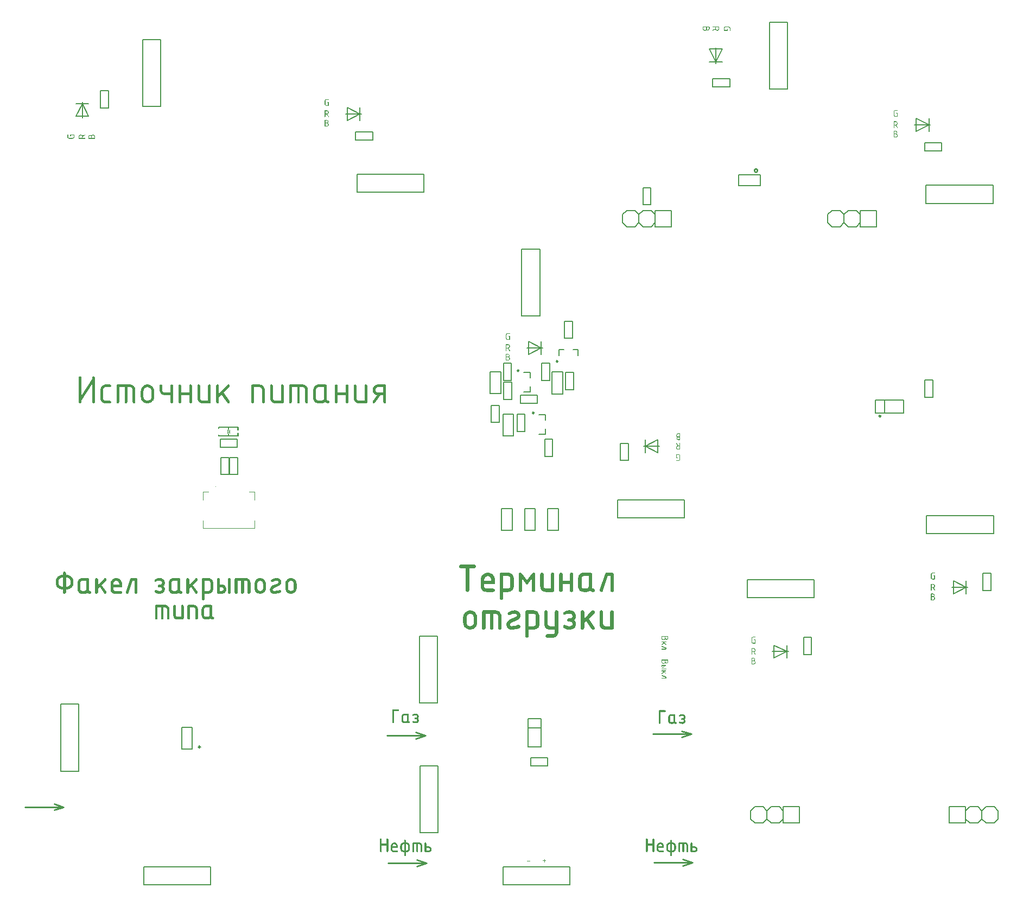
<source format=gto>
G04 Layer_Color=65535*
%FSLAX44Y44*%
%MOMM*%
G71*
G01*
G75*
%ADD43C,0.2540*%
%ADD44C,0.2000*%
%ADD45C,0.1000*%
%ADD46C,0.1500*%
%ADD47C,0.2500*%
G36*
X1149913Y1444480D02*
X1150011Y1444442D01*
X1150089Y1444383D01*
X1150186Y1444285D01*
X1150245Y1444168D01*
X1150264Y1443993D01*
Y1441359D01*
Y1441340D01*
Y1441301D01*
Y1441242D01*
X1150245Y1441164D01*
X1150225Y1440969D01*
X1150167Y1440716D01*
X1150089Y1440403D01*
X1149952Y1440091D01*
X1149757Y1439779D01*
X1149504Y1439487D01*
X1149465Y1439448D01*
X1149367Y1439370D01*
X1149211Y1439253D01*
X1148977Y1439097D01*
X1148704Y1438960D01*
X1148392Y1438843D01*
X1148041Y1438765D01*
X1147631Y1438726D01*
X1147514D01*
X1147416Y1438745D01*
X1147182Y1438784D01*
X1146909Y1438843D01*
X1146578Y1438960D01*
X1146226Y1439136D01*
X1146070Y1439253D01*
X1145895Y1439370D01*
X1145739Y1439526D01*
X1145583Y1439701D01*
X1145563Y1439682D01*
X1145544Y1439643D01*
X1145485Y1439565D01*
X1145407Y1439467D01*
X1145329Y1439350D01*
X1145212Y1439233D01*
X1145076Y1439097D01*
X1144920Y1438940D01*
X1144724Y1438804D01*
X1144529Y1438667D01*
X1144315Y1438550D01*
X1144061Y1438433D01*
X1143808Y1438336D01*
X1143515Y1438258D01*
X1143222Y1438219D01*
X1142891Y1438199D01*
X1142774D01*
X1142676Y1438219D01*
X1142559D01*
X1142422Y1438238D01*
X1142130Y1438316D01*
X1141779Y1438433D01*
X1141408Y1438589D01*
X1141018Y1438823D01*
X1140842Y1438979D01*
X1140667Y1439136D01*
Y1439155D01*
X1140628Y1439175D01*
X1140589Y1439233D01*
X1140530Y1439292D01*
X1140374Y1439487D01*
X1140218Y1439760D01*
X1140043Y1440072D01*
X1139887Y1440462D01*
X1139789Y1440891D01*
X1139770Y1441125D01*
X1139750Y1441359D01*
Y1443993D01*
Y1444012D01*
Y1444071D01*
X1139770Y1444149D01*
X1139809Y1444246D01*
X1139867Y1444344D01*
X1139965Y1444422D01*
X1140082Y1444480D01*
X1140257Y1444500D01*
X1149816D01*
X1149913Y1444480D01*
D02*
G37*
G36*
X1180306D02*
X1180521Y1444461D01*
X1180775Y1444402D01*
X1181067Y1444305D01*
X1181379Y1444188D01*
X1181692Y1443993D01*
X1181984Y1443739D01*
X1182023Y1443700D01*
X1182101Y1443603D01*
X1182238Y1443447D01*
X1182374Y1443213D01*
X1182511Y1442959D01*
X1182647Y1442627D01*
X1182725Y1442276D01*
X1182764Y1441886D01*
Y1438726D01*
Y1438706D01*
Y1438648D01*
X1182745Y1438550D01*
X1182706Y1438453D01*
X1182628Y1438375D01*
X1182550Y1438277D01*
X1182413Y1438219D01*
X1182238Y1438199D01*
X1182160D01*
X1182062Y1438219D01*
X1181984Y1438258D01*
X1181887Y1438336D01*
X1181789Y1438414D01*
X1181730Y1438550D01*
X1181711Y1438726D01*
Y1441886D01*
Y1441906D01*
Y1442003D01*
X1181692Y1442120D01*
X1181653Y1442276D01*
X1181594Y1442452D01*
X1181516Y1442627D01*
X1181399Y1442822D01*
X1181243Y1442998D01*
X1181223Y1443017D01*
X1181165Y1443076D01*
X1181067Y1443134D01*
X1180931Y1443213D01*
X1180775Y1443310D01*
X1180580Y1443369D01*
X1180365Y1443427D01*
X1180131Y1443447D01*
X1174747D01*
X1174630Y1443427D01*
X1174474Y1443388D01*
X1174298Y1443330D01*
X1174123Y1443252D01*
X1173928Y1443154D01*
X1173752Y1442998D01*
X1173733Y1442979D01*
X1173674Y1442920D01*
X1173615Y1442822D01*
X1173538Y1442686D01*
X1173440Y1442530D01*
X1173381Y1442335D01*
X1173323Y1442120D01*
X1173303Y1441886D01*
Y1439253D01*
X1177497D01*
Y1440306D01*
Y1440325D01*
Y1440384D01*
X1177517Y1440482D01*
X1177556Y1440560D01*
X1177634Y1440657D01*
X1177712Y1440755D01*
X1177849Y1440813D01*
X1178024Y1440833D01*
X1178102D01*
X1178200Y1440813D01*
X1178297Y1440774D01*
X1178375Y1440696D01*
X1178473Y1440618D01*
X1178531Y1440482D01*
X1178551Y1440306D01*
Y1438726D01*
Y1438706D01*
Y1438648D01*
X1178531Y1438550D01*
X1178492Y1438453D01*
X1178414Y1438375D01*
X1178336Y1438277D01*
X1178200Y1438219D01*
X1178024Y1438199D01*
X1172679D01*
X1172601Y1438219D01*
X1172504Y1438258D01*
X1172406Y1438336D01*
X1172328Y1438414D01*
X1172270Y1438550D01*
X1172250Y1438726D01*
Y1441886D01*
Y1441906D01*
Y1441925D01*
Y1441984D01*
X1172270Y1442062D01*
X1172289Y1442276D01*
X1172348Y1442530D01*
X1172445Y1442822D01*
X1172562Y1443134D01*
X1172757Y1443447D01*
X1173011Y1443739D01*
X1173050Y1443778D01*
X1173147Y1443856D01*
X1173303Y1443973D01*
X1173538Y1444110D01*
X1173791Y1444266D01*
X1174123Y1444383D01*
X1174474Y1444461D01*
X1174864Y1444500D01*
X1180229D01*
X1180306Y1444480D01*
D02*
G37*
G36*
X1164913D02*
X1165011Y1444442D01*
X1165089Y1444383D01*
X1165186Y1444285D01*
X1165245Y1444168D01*
X1165264Y1443993D01*
Y1441359D01*
Y1441340D01*
Y1441301D01*
Y1441223D01*
X1165245Y1441145D01*
Y1441028D01*
X1165225Y1440891D01*
X1165147Y1440599D01*
X1165030Y1440247D01*
X1164874Y1439877D01*
X1164640Y1439487D01*
X1164484Y1439311D01*
X1164328Y1439136D01*
X1164309Y1439116D01*
X1164289Y1439097D01*
X1164230Y1439057D01*
X1164172Y1438979D01*
X1163977Y1438843D01*
X1163704Y1438667D01*
X1163392Y1438492D01*
X1163002Y1438336D01*
X1162572Y1438238D01*
X1162338Y1438219D01*
X1162104Y1438199D01*
X1162007D01*
X1161890Y1438219D01*
X1161753D01*
X1161578Y1438258D01*
X1161383Y1438297D01*
X1161148Y1438355D01*
X1160914Y1438433D01*
X1160680Y1438531D01*
X1160427Y1438667D01*
X1160192Y1438804D01*
X1159958Y1438999D01*
X1159724Y1439214D01*
X1159510Y1439467D01*
X1159334Y1439760D01*
X1159178Y1440091D01*
X1155511Y1438258D01*
X1155491Y1438238D01*
X1155433Y1438219D01*
X1155355Y1438199D01*
X1155218D01*
X1155140Y1438219D01*
X1155023Y1438277D01*
X1154906Y1438375D01*
X1154887Y1438394D01*
X1154828Y1438472D01*
X1154770Y1438589D01*
X1154750Y1438726D01*
Y1438745D01*
Y1438784D01*
X1154789Y1438902D01*
X1154828Y1438999D01*
X1154867Y1439077D01*
X1154945Y1439155D01*
X1155043Y1439214D01*
X1158944Y1441164D01*
Y1441184D01*
X1158964Y1441223D01*
Y1441281D01*
Y1441359D01*
Y1443447D01*
X1155199D01*
X1155101Y1443466D01*
X1155023Y1443505D01*
X1154926Y1443583D01*
X1154828Y1443661D01*
X1154770Y1443798D01*
X1154750Y1443973D01*
Y1443993D01*
Y1444051D01*
X1154770Y1444149D01*
X1154809Y1444227D01*
X1154867Y1444324D01*
X1154965Y1444422D01*
X1155082Y1444480D01*
X1155257Y1444500D01*
X1164816D01*
X1164913Y1444480D01*
D02*
G37*
G36*
X555700Y1331483D02*
X555797Y1331443D01*
X555875Y1331366D01*
X555973Y1331288D01*
X556031Y1331151D01*
X556051Y1330975D01*
Y1330897D01*
X556031Y1330800D01*
X555992Y1330722D01*
X555914Y1330624D01*
X555836Y1330527D01*
X555700Y1330468D01*
X555524Y1330449D01*
X552247D01*
X552130Y1330429D01*
X551974Y1330390D01*
X551798Y1330332D01*
X551623Y1330254D01*
X551428Y1330137D01*
X551252Y1329980D01*
X551232Y1329961D01*
X551174Y1329902D01*
X551115Y1329805D01*
X551037Y1329668D01*
X550940Y1329512D01*
X550881Y1329317D01*
X550823Y1329103D01*
X550803Y1328869D01*
Y1323485D01*
X550823Y1323367D01*
X550862Y1323212D01*
X550920Y1323036D01*
X550998Y1322860D01*
X551096Y1322665D01*
X551252Y1322490D01*
X551272Y1322470D01*
X551330Y1322412D01*
X551428Y1322353D01*
X551564Y1322275D01*
X551720Y1322178D01*
X551915Y1322119D01*
X552130Y1322061D01*
X552364Y1322041D01*
X554997D01*
Y1326235D01*
X553866D01*
X553769Y1326255D01*
X553690Y1326294D01*
X553593Y1326372D01*
X553495Y1326450D01*
X553437Y1326586D01*
X553417Y1326762D01*
Y1326840D01*
X553437Y1326937D01*
X553476Y1327035D01*
X553554Y1327113D01*
X553632Y1327211D01*
X553769Y1327269D01*
X553944Y1327289D01*
X555602D01*
X555700Y1327269D01*
X555797Y1327230D01*
X555875Y1327152D01*
X555973Y1327074D01*
X556031Y1326937D01*
X556051Y1326762D01*
Y1321417D01*
X556031Y1321339D01*
X555992Y1321241D01*
X555914Y1321144D01*
X555836Y1321066D01*
X555700Y1321007D01*
X555524Y1320988D01*
X552266D01*
X552188Y1321007D01*
X551974Y1321027D01*
X551720Y1321085D01*
X551428Y1321183D01*
X551115Y1321300D01*
X550803Y1321495D01*
X550511Y1321748D01*
X550472Y1321788D01*
X550394Y1321885D01*
X550277Y1322041D01*
X550140Y1322275D01*
X549984Y1322529D01*
X549867Y1322860D01*
X549789Y1323212D01*
X549750Y1323602D01*
Y1328966D01*
X549770Y1329044D01*
X549789Y1329259D01*
X549847Y1329512D01*
X549945Y1329805D01*
X550062Y1330117D01*
X550257Y1330429D01*
X550511Y1330722D01*
X550550Y1330761D01*
X550647Y1330839D01*
X550803Y1330975D01*
X551037Y1331112D01*
X551291Y1331248D01*
X551623Y1331385D01*
X551974Y1331463D01*
X552364Y1331502D01*
X555602D01*
X555700Y1331483D01*
D02*
G37*
G36*
X1443252Y1314472D02*
X1443350Y1314433D01*
X1443428Y1314355D01*
X1443525Y1314277D01*
X1443584Y1314140D01*
X1443603Y1313965D01*
Y1313887D01*
X1443584Y1313789D01*
X1443545Y1313711D01*
X1443467Y1313614D01*
X1443389Y1313516D01*
X1443252Y1313458D01*
X1443077Y1313438D01*
X1439799D01*
X1439682Y1313419D01*
X1439526Y1313380D01*
X1439351Y1313321D01*
X1439175Y1313243D01*
X1438980Y1313126D01*
X1438805Y1312970D01*
X1438785Y1312950D01*
X1438727Y1312892D01*
X1438668Y1312794D01*
X1438590Y1312658D01*
X1438492Y1312502D01*
X1438434Y1312307D01*
X1438375Y1312092D01*
X1438356Y1311858D01*
Y1306474D01*
X1438375Y1306357D01*
X1438414Y1306201D01*
X1438473Y1306025D01*
X1438551Y1305850D01*
X1438649Y1305655D01*
X1438805Y1305479D01*
X1438824Y1305460D01*
X1438883Y1305401D01*
X1438980Y1305343D01*
X1439117Y1305264D01*
X1439273Y1305167D01*
X1439468Y1305108D01*
X1439682Y1305050D01*
X1439917Y1305031D01*
X1442550D01*
Y1309225D01*
X1441418D01*
X1441321Y1309244D01*
X1441243Y1309283D01*
X1441145Y1309361D01*
X1441048Y1309439D01*
X1440989Y1309576D01*
X1440970Y1309751D01*
Y1309829D01*
X1440989Y1309927D01*
X1441028Y1310024D01*
X1441106Y1310102D01*
X1441184Y1310200D01*
X1441321Y1310258D01*
X1441497Y1310278D01*
X1443155D01*
X1443252Y1310258D01*
X1443350Y1310219D01*
X1443428Y1310141D01*
X1443525Y1310063D01*
X1443584Y1309927D01*
X1443603Y1309751D01*
Y1304406D01*
X1443584Y1304328D01*
X1443545Y1304231D01*
X1443467Y1304133D01*
X1443389Y1304055D01*
X1443252Y1303997D01*
X1443077Y1303977D01*
X1439819D01*
X1439741Y1303997D01*
X1439526Y1304016D01*
X1439273Y1304075D01*
X1438980Y1304172D01*
X1438668Y1304289D01*
X1438356Y1304484D01*
X1438063Y1304738D01*
X1438024Y1304777D01*
X1437946Y1304874D01*
X1437829Y1305031D01*
X1437693Y1305264D01*
X1437537Y1305518D01*
X1437420Y1305850D01*
X1437341Y1306201D01*
X1437303Y1306591D01*
Y1311956D01*
X1437322Y1312034D01*
X1437341Y1312248D01*
X1437400Y1312502D01*
X1437498Y1312794D01*
X1437615Y1313106D01*
X1437810Y1313419D01*
X1438063Y1313711D01*
X1438102Y1313750D01*
X1438200Y1313828D01*
X1438356Y1313965D01*
X1438590Y1314101D01*
X1438844Y1314238D01*
X1439175Y1314374D01*
X1439526Y1314452D01*
X1439917Y1314491D01*
X1443155D01*
X1443252Y1314472D01*
D02*
G37*
G36*
X553105Y1313983D02*
X553222D01*
X553359Y1313963D01*
X553651Y1313885D01*
X554002Y1313768D01*
X554373Y1313612D01*
X554763Y1313378D01*
X554939Y1313222D01*
X555115Y1313066D01*
X555134Y1313046D01*
X555154Y1313027D01*
X555192Y1312968D01*
X555271Y1312910D01*
X555407Y1312715D01*
X555583Y1312442D01*
X555758Y1312129D01*
X555914Y1311739D01*
X556012Y1311310D01*
X556031Y1311076D01*
X556051Y1310842D01*
Y1310744D01*
X556031Y1310627D01*
Y1310491D01*
X555992Y1310315D01*
X555953Y1310120D01*
X555895Y1309886D01*
X555817Y1309652D01*
X555719Y1309418D01*
X555583Y1309164D01*
X555446Y1308930D01*
X555251Y1308696D01*
X555036Y1308462D01*
X554783Y1308247D01*
X554490Y1308072D01*
X554159Y1307916D01*
X555992Y1304248D01*
X556012Y1304229D01*
X556031Y1304170D01*
X556051Y1304092D01*
Y1303956D01*
X556031Y1303878D01*
X555973Y1303761D01*
X555875Y1303644D01*
X555856Y1303624D01*
X555778Y1303566D01*
X555661Y1303507D01*
X555524Y1303488D01*
X555466D01*
X555349Y1303527D01*
X555251Y1303566D01*
X555173Y1303605D01*
X555095Y1303683D01*
X555036Y1303780D01*
X553086Y1307682D01*
X553066D01*
X553027Y1307701D01*
X550803D01*
Y1303936D01*
X550784Y1303839D01*
X550745Y1303761D01*
X550667Y1303663D01*
X550589Y1303566D01*
X550452Y1303507D01*
X550277Y1303488D01*
X550199D01*
X550101Y1303507D01*
X550023Y1303546D01*
X549925Y1303605D01*
X549828Y1303702D01*
X549770Y1303819D01*
X549750Y1303995D01*
Y1313553D01*
X549770Y1313651D01*
X549809Y1313748D01*
X549867Y1313826D01*
X549965Y1313924D01*
X550082Y1313983D01*
X550257Y1314002D01*
X553027D01*
X553105Y1313983D01*
D02*
G37*
G36*
X553086Y1298983D02*
X553281Y1298963D01*
X553534Y1298905D01*
X553847Y1298826D01*
X554159Y1298690D01*
X554471Y1298495D01*
X554763Y1298241D01*
X554802Y1298202D01*
X554880Y1298105D01*
X554997Y1297949D01*
X555154Y1297715D01*
X555290Y1297442D01*
X555407Y1297129D01*
X555485Y1296778D01*
X555524Y1296369D01*
Y1296252D01*
X555505Y1296154D01*
X555466Y1295920D01*
X555407Y1295647D01*
X555290Y1295315D01*
X555115Y1294964D01*
X554997Y1294808D01*
X554880Y1294632D01*
X554724Y1294476D01*
X554549Y1294320D01*
X554568Y1294301D01*
X554607Y1294281D01*
X554685Y1294223D01*
X554783Y1294145D01*
X554900Y1294067D01*
X555017Y1293950D01*
X555154Y1293813D01*
X555309Y1293657D01*
X555446Y1293462D01*
X555583Y1293267D01*
X555700Y1293052D01*
X555817Y1292799D01*
X555914Y1292545D01*
X555992Y1292253D01*
X556031Y1291960D01*
X556051Y1291628D01*
Y1291511D01*
X556031Y1291414D01*
Y1291297D01*
X556012Y1291160D01*
X555934Y1290867D01*
X555817Y1290516D01*
X555661Y1290146D01*
X555427Y1289756D01*
X555271Y1289580D01*
X555115Y1289404D01*
X555095D01*
X555075Y1289366D01*
X555017Y1289326D01*
X554958Y1289268D01*
X554763Y1289112D01*
X554490Y1288956D01*
X554178Y1288780D01*
X553788Y1288624D01*
X553359Y1288527D01*
X553125Y1288507D01*
X552891Y1288488D01*
X550179D01*
X550101Y1288507D01*
X550004Y1288546D01*
X549906Y1288605D01*
X549828Y1288702D01*
X549770Y1288819D01*
X549750Y1288995D01*
Y1298553D01*
X549770Y1298651D01*
X549809Y1298748D01*
X549867Y1298826D01*
X549965Y1298924D01*
X550082Y1298983D01*
X550257Y1299002D01*
X553008D01*
X553086Y1298983D01*
D02*
G37*
G36*
X1440658Y1296972D02*
X1440775D01*
X1440911Y1296952D01*
X1441204Y1296874D01*
X1441555Y1296757D01*
X1441926Y1296601D01*
X1442316Y1296367D01*
X1442491Y1296211D01*
X1442667Y1296055D01*
X1442686Y1296036D01*
X1442706Y1296016D01*
X1442745Y1295958D01*
X1442823Y1295899D01*
X1442960Y1295704D01*
X1443135Y1295431D01*
X1443311Y1295119D01*
X1443467Y1294729D01*
X1443564Y1294299D01*
X1443584Y1294065D01*
X1443603Y1293831D01*
Y1293734D01*
X1443584Y1293617D01*
Y1293480D01*
X1443545Y1293305D01*
X1443506Y1293109D01*
X1443447Y1292875D01*
X1443369Y1292641D01*
X1443272Y1292407D01*
X1443135Y1292154D01*
X1442999Y1291920D01*
X1442803Y1291685D01*
X1442589Y1291451D01*
X1442335Y1291237D01*
X1442043Y1291061D01*
X1441711Y1290905D01*
X1443545Y1287238D01*
X1443564Y1287218D01*
X1443584Y1287160D01*
X1443603Y1287082D01*
Y1286945D01*
X1443584Y1286867D01*
X1443525Y1286750D01*
X1443428Y1286633D01*
X1443408Y1286614D01*
X1443330Y1286555D01*
X1443213Y1286497D01*
X1443077Y1286477D01*
X1443018D01*
X1442901Y1286516D01*
X1442803Y1286555D01*
X1442726Y1286594D01*
X1442648Y1286672D01*
X1442589Y1286770D01*
X1440638Y1290671D01*
X1440619D01*
X1440580Y1290691D01*
X1438356D01*
Y1286926D01*
X1438336Y1286828D01*
X1438297Y1286750D01*
X1438219Y1286653D01*
X1438141Y1286555D01*
X1438005Y1286497D01*
X1437829Y1286477D01*
X1437751D01*
X1437654Y1286497D01*
X1437576Y1286536D01*
X1437478Y1286594D01*
X1437381Y1286692D01*
X1437322Y1286809D01*
X1437303Y1286984D01*
Y1296543D01*
X1437322Y1296640D01*
X1437361Y1296738D01*
X1437420Y1296816D01*
X1437517Y1296913D01*
X1437634Y1296972D01*
X1437810Y1296991D01*
X1440580D01*
X1440658Y1296972D01*
D02*
G37*
G36*
X188586Y1276031D02*
X188703D01*
X188840Y1276012D01*
X189132Y1275934D01*
X189484Y1275817D01*
X189854Y1275661D01*
X190244Y1275427D01*
X190420Y1275270D01*
X190595Y1275115D01*
Y1275095D01*
X190634Y1275076D01*
X190674Y1275017D01*
X190732Y1274958D01*
X190888Y1274763D01*
X191044Y1274490D01*
X191220Y1274178D01*
X191376Y1273788D01*
X191473Y1273359D01*
X191493Y1273125D01*
X191512Y1272891D01*
Y1270257D01*
Y1270238D01*
Y1270179D01*
X191493Y1270101D01*
X191454Y1270004D01*
X191395Y1269906D01*
X191298Y1269828D01*
X191181Y1269770D01*
X191005Y1269750D01*
X181447D01*
X181349Y1269770D01*
X181252Y1269809D01*
X181173Y1269867D01*
X181076Y1269965D01*
X181017Y1270082D01*
X180998Y1270257D01*
Y1272891D01*
Y1272910D01*
Y1272949D01*
Y1273008D01*
X181017Y1273086D01*
X181037Y1273281D01*
X181096Y1273534D01*
X181173Y1273847D01*
X181310Y1274159D01*
X181505Y1274471D01*
X181759Y1274763D01*
X181798Y1274802D01*
X181895Y1274880D01*
X182051Y1274997D01*
X182285Y1275154D01*
X182558Y1275290D01*
X182871Y1275407D01*
X183222Y1275485D01*
X183631Y1275524D01*
X183748D01*
X183846Y1275505D01*
X184080Y1275466D01*
X184353Y1275407D01*
X184685Y1275290D01*
X185036Y1275115D01*
X185192Y1274997D01*
X185368Y1274880D01*
X185524Y1274724D01*
X185680Y1274549D01*
X185699Y1274568D01*
X185719Y1274607D01*
X185777Y1274685D01*
X185855Y1274783D01*
X185933Y1274900D01*
X186050Y1275017D01*
X186187Y1275154D01*
X186343Y1275310D01*
X186538Y1275446D01*
X186733Y1275583D01*
X186948Y1275700D01*
X187201Y1275817D01*
X187455Y1275914D01*
X187747Y1275992D01*
X188040Y1276031D01*
X188372Y1276051D01*
X188489D01*
X188586Y1276031D01*
D02*
G37*
G36*
X176122D02*
X176239Y1275973D01*
X176356Y1275875D01*
X176376Y1275856D01*
X176434Y1275778D01*
X176493Y1275661D01*
X176512Y1275524D01*
Y1275505D01*
Y1275466D01*
X176473Y1275349D01*
X176434Y1275251D01*
X176395Y1275173D01*
X176317Y1275095D01*
X176220Y1275036D01*
X172318Y1273086D01*
Y1273066D01*
X172299Y1273027D01*
Y1272969D01*
Y1272891D01*
Y1270803D01*
X176064D01*
X176161Y1270784D01*
X176239Y1270745D01*
X176337Y1270667D01*
X176434Y1270589D01*
X176493Y1270452D01*
X176512Y1270277D01*
Y1270257D01*
Y1270199D01*
X176493Y1270101D01*
X176454Y1270023D01*
X176395Y1269926D01*
X176298Y1269828D01*
X176181Y1269770D01*
X176005Y1269750D01*
X166447D01*
X166349Y1269770D01*
X166252Y1269809D01*
X166173Y1269867D01*
X166076Y1269965D01*
X166017Y1270082D01*
X165998Y1270257D01*
Y1272891D01*
Y1272910D01*
Y1272949D01*
Y1273027D01*
X166017Y1273105D01*
Y1273222D01*
X166037Y1273359D01*
X166115Y1273651D01*
X166232Y1274003D01*
X166388Y1274373D01*
X166622Y1274763D01*
X166778Y1274939D01*
X166934Y1275115D01*
X166954Y1275134D01*
X166973Y1275154D01*
X167032Y1275192D01*
X167090Y1275270D01*
X167285Y1275407D01*
X167558Y1275583D01*
X167871Y1275758D01*
X168261Y1275914D01*
X168690Y1276012D01*
X168924Y1276031D01*
X169158Y1276051D01*
X169256D01*
X169373Y1276031D01*
X169509D01*
X169685Y1275992D01*
X169880Y1275953D01*
X170114Y1275895D01*
X170348Y1275817D01*
X170582Y1275719D01*
X170836Y1275583D01*
X171070Y1275446D01*
X171304Y1275251D01*
X171538Y1275036D01*
X171753Y1274783D01*
X171928Y1274490D01*
X172084Y1274159D01*
X175751Y1275992D01*
X175771Y1276012D01*
X175830Y1276031D01*
X175908Y1276051D01*
X176044D01*
X176122Y1276031D01*
D02*
G37*
G36*
X1440638Y1281972D02*
X1440833Y1281953D01*
X1441087Y1281894D01*
X1441399Y1281816D01*
X1441711Y1281679D01*
X1442023Y1281484D01*
X1442316Y1281231D01*
X1442355Y1281192D01*
X1442433Y1281094D01*
X1442550Y1280938D01*
X1442706Y1280704D01*
X1442843Y1280431D01*
X1442960Y1280119D01*
X1443038Y1279768D01*
X1443077Y1279358D01*
Y1279241D01*
X1443057Y1279143D01*
X1443018Y1278909D01*
X1442960Y1278636D01*
X1442843Y1278305D01*
X1442667Y1277953D01*
X1442550Y1277797D01*
X1442433Y1277622D01*
X1442277Y1277466D01*
X1442101Y1277310D01*
X1442121Y1277290D01*
X1442160Y1277271D01*
X1442238Y1277212D01*
X1442335Y1277134D01*
X1442452Y1277056D01*
X1442569Y1276939D01*
X1442706Y1276803D01*
X1442862Y1276646D01*
X1442999Y1276451D01*
X1443135Y1276256D01*
X1443252Y1276042D01*
X1443369Y1275788D01*
X1443467Y1275535D01*
X1443545Y1275242D01*
X1443584Y1274949D01*
X1443603Y1274618D01*
Y1274501D01*
X1443584Y1274403D01*
Y1274286D01*
X1443564Y1274150D01*
X1443486Y1273857D01*
X1443369Y1273506D01*
X1443213Y1273135D01*
X1442979Y1272745D01*
X1442823Y1272570D01*
X1442667Y1272394D01*
X1442648D01*
X1442628Y1272355D01*
X1442569Y1272316D01*
X1442511Y1272257D01*
X1442316Y1272101D01*
X1442043Y1271945D01*
X1441731Y1271770D01*
X1441340Y1271614D01*
X1440911Y1271516D01*
X1440677Y1271497D01*
X1440443Y1271477D01*
X1437732D01*
X1437654Y1271497D01*
X1437556Y1271536D01*
X1437459Y1271594D01*
X1437381Y1271692D01*
X1437322Y1271809D01*
X1437303Y1271984D01*
Y1281543D01*
X1437322Y1281640D01*
X1437361Y1281738D01*
X1437420Y1281816D01*
X1437517Y1281913D01*
X1437634Y1281972D01*
X1437810Y1281991D01*
X1440560D01*
X1440638Y1281972D01*
D02*
G37*
G36*
X158661Y1276031D02*
X158759Y1275992D01*
X158856Y1275914D01*
X158934Y1275836D01*
X158993Y1275700D01*
X159012Y1275524D01*
Y1272364D01*
Y1272344D01*
Y1272325D01*
Y1272266D01*
X158993Y1272188D01*
X158973Y1271974D01*
X158915Y1271720D01*
X158817Y1271428D01*
X158700Y1271115D01*
X158505Y1270803D01*
X158252Y1270511D01*
X158212Y1270472D01*
X158115Y1270394D01*
X157959Y1270277D01*
X157725Y1270140D01*
X157471Y1269984D01*
X157140Y1269867D01*
X156789Y1269789D01*
X156398Y1269750D01*
X151034D01*
X150956Y1269770D01*
X150741Y1269789D01*
X150488Y1269847D01*
X150195Y1269945D01*
X149883Y1270062D01*
X149571Y1270257D01*
X149278Y1270511D01*
X149239Y1270550D01*
X149161Y1270647D01*
X149025Y1270803D01*
X148888Y1271038D01*
X148751Y1271291D01*
X148615Y1271623D01*
X148537Y1271974D01*
X148498Y1272364D01*
Y1275524D01*
Y1275544D01*
Y1275602D01*
X148518Y1275700D01*
X148556Y1275797D01*
X148635Y1275875D01*
X148713Y1275973D01*
X148849Y1276031D01*
X149025Y1276051D01*
X149103D01*
X149200Y1276031D01*
X149278Y1275992D01*
X149376Y1275914D01*
X149473Y1275836D01*
X149532Y1275700D01*
X149551Y1275524D01*
Y1272364D01*
Y1272344D01*
Y1272247D01*
X149571Y1272130D01*
X149610Y1271974D01*
X149668Y1271798D01*
X149746Y1271623D01*
X149864Y1271428D01*
X150020Y1271252D01*
X150039Y1271233D01*
X150098Y1271174D01*
X150195Y1271115D01*
X150332Y1271038D01*
X150488Y1270940D01*
X150683Y1270881D01*
X150897Y1270823D01*
X151131Y1270803D01*
X156515D01*
X156632Y1270823D01*
X156789Y1270862D01*
X156964Y1270920D01*
X157140Y1270998D01*
X157335Y1271096D01*
X157510Y1271252D01*
X157530Y1271272D01*
X157588Y1271330D01*
X157647Y1271428D01*
X157725Y1271564D01*
X157822Y1271720D01*
X157881Y1271915D01*
X157939Y1272130D01*
X157959Y1272364D01*
Y1274997D01*
X153765D01*
Y1273944D01*
Y1273924D01*
Y1273866D01*
X153745Y1273768D01*
X153706Y1273690D01*
X153628Y1273593D01*
X153550Y1273495D01*
X153414Y1273437D01*
X153238Y1273417D01*
X153160D01*
X153063Y1273437D01*
X152965Y1273476D01*
X152887Y1273554D01*
X152789Y1273632D01*
X152731Y1273768D01*
X152711Y1273944D01*
Y1275524D01*
Y1275544D01*
Y1275602D01*
X152731Y1275700D01*
X152770Y1275797D01*
X152848Y1275875D01*
X152926Y1275973D01*
X153063Y1276031D01*
X153238Y1276051D01*
X158583D01*
X158661Y1276031D01*
D02*
G37*
G36*
X838450Y966495D02*
X838547Y966456D01*
X838625Y966378D01*
X838723Y966300D01*
X838781Y966163D01*
X838801Y965988D01*
Y965968D01*
Y965910D01*
X838781Y965812D01*
X838742Y965734D01*
X838664Y965637D01*
X838586Y965539D01*
X838450Y965480D01*
X838274Y965461D01*
X834997D01*
X834880Y965442D01*
X834724Y965403D01*
X834548Y965344D01*
X834373Y965266D01*
X834178Y965149D01*
X834002Y964993D01*
X833982Y964973D01*
X833924Y964915D01*
X833866Y964817D01*
X833787Y964681D01*
X833690Y964525D01*
X833631Y964330D01*
X833573Y964115D01*
X833553Y963881D01*
Y958614D01*
Y958595D01*
Y958497D01*
X833573Y958380D01*
X833612Y958224D01*
X833670Y958048D01*
X833748Y957873D01*
X833846Y957678D01*
X834002Y957502D01*
X834022Y957483D01*
X834080Y957424D01*
X834178Y957365D01*
X834314Y957288D01*
X834470Y957190D01*
X834665Y957132D01*
X834880Y957073D01*
X835114Y957053D01*
X837747D01*
Y961247D01*
X836616D01*
X836518Y961267D01*
X836440Y961306D01*
X836343Y961384D01*
X836245Y961462D01*
X836187Y961599D01*
X836167Y961774D01*
Y961794D01*
Y961852D01*
X836187Y961950D01*
X836226Y962047D01*
X836304Y962125D01*
X836382Y962223D01*
X836518Y962281D01*
X836694Y962301D01*
X838352D01*
X838450Y962281D01*
X838547Y962242D01*
X838625Y962164D01*
X838723Y962086D01*
X838781Y961950D01*
X838801Y961774D01*
Y956507D01*
Y956488D01*
Y956429D01*
X838781Y956351D01*
X838742Y956254D01*
X838664Y956156D01*
X838586Y956078D01*
X838450Y956020D01*
X838274Y956000D01*
X835016D01*
X834938Y956020D01*
X834724Y956039D01*
X834470Y956098D01*
X834178Y956195D01*
X833866Y956312D01*
X833553Y956507D01*
X833261Y956761D01*
X833222Y956800D01*
X833144Y956897D01*
X833027Y957053D01*
X832890Y957288D01*
X832734Y957541D01*
X832617Y957873D01*
X832539Y958224D01*
X832500Y958614D01*
Y963881D01*
Y963901D01*
Y963940D01*
Y963979D01*
X832520Y964056D01*
X832539Y964271D01*
X832598Y964525D01*
X832695Y964817D01*
X832812Y965129D01*
X833007Y965442D01*
X833261Y965734D01*
X833300Y965773D01*
X833397Y965851D01*
X833553Y965988D01*
X833787Y966124D01*
X834041Y966261D01*
X834373Y966397D01*
X834724Y966475D01*
X835114Y966514D01*
X838352D01*
X838450Y966495D01*
D02*
G37*
G36*
X835855Y948995D02*
X835972D01*
X836109Y948975D01*
X836401Y948897D01*
X836752Y948780D01*
X837123Y948624D01*
X837513Y948390D01*
X837689Y948234D01*
X837864Y948078D01*
X837884Y948059D01*
X837904Y948039D01*
X837943Y947981D01*
X838020Y947922D01*
X838157Y947727D01*
X838333Y947454D01*
X838508Y947142D01*
X838664Y946752D01*
X838762Y946322D01*
X838781Y946088D01*
X838801Y945854D01*
Y945835D01*
Y945757D01*
X838781Y945640D01*
Y945503D01*
X838742Y945328D01*
X838703Y945133D01*
X838645Y944898D01*
X838567Y944664D01*
X838469Y944430D01*
X838333Y944177D01*
X838196Y943943D01*
X838001Y943708D01*
X837786Y943474D01*
X837533Y943260D01*
X837240Y943084D01*
X836909Y942928D01*
X838742Y939261D01*
X838762Y939241D01*
X838781Y939183D01*
X838801Y939105D01*
Y939007D01*
Y938968D01*
X838781Y938890D01*
X838723Y938773D01*
X838625Y938656D01*
X838606Y938637D01*
X838528Y938578D01*
X838411Y938520D01*
X838274Y938500D01*
X838216D01*
X838099Y938539D01*
X838001Y938578D01*
X837923Y938617D01*
X837845Y938695D01*
X837786Y938793D01*
X835836Y942694D01*
X835816D01*
X835777Y942714D01*
X833553D01*
Y939027D01*
Y939007D01*
Y938949D01*
X833534Y938851D01*
X833495Y938773D01*
X833417Y938676D01*
X833339Y938578D01*
X833202Y938520D01*
X833027Y938500D01*
X832949D01*
X832851Y938520D01*
X832773Y938559D01*
X832675Y938617D01*
X832578Y938715D01*
X832520Y938832D01*
X832500Y939007D01*
Y948488D01*
Y948507D01*
Y948566D01*
X832520Y948663D01*
X832559Y948761D01*
X832617Y948839D01*
X832714Y948936D01*
X832832Y948995D01*
X833007Y949014D01*
X835777D01*
X835855Y948995D01*
D02*
G37*
G36*
X835836Y933995D02*
X836031Y933975D01*
X836284Y933917D01*
X836597Y933839D01*
X836909Y933702D01*
X837221Y933507D01*
X837513Y933254D01*
X837552Y933215D01*
X837630Y933117D01*
X837747Y932961D01*
X837904Y932727D01*
X838040Y932454D01*
X838157Y932142D01*
X838235Y931791D01*
X838274Y931381D01*
Y931361D01*
Y931322D01*
Y931264D01*
X838255Y931166D01*
X838216Y930932D01*
X838157Y930659D01*
X838040Y930328D01*
X837864Y929976D01*
X837747Y929820D01*
X837630Y929645D01*
X837474Y929489D01*
X837299Y929333D01*
X837318Y929313D01*
X837357Y929294D01*
X837435Y929235D01*
X837533Y929157D01*
X837650Y929079D01*
X837767Y928962D01*
X837904Y928826D01*
X838059Y928670D01*
X838196Y928474D01*
X838333Y928279D01*
X838450Y928065D01*
X838567Y927811D01*
X838664Y927558D01*
X838742Y927265D01*
X838781Y926972D01*
X838801Y926641D01*
Y926621D01*
Y926582D01*
Y926524D01*
X838781Y926426D01*
Y926309D01*
X838762Y926172D01*
X838684Y925880D01*
X838567Y925529D01*
X838411Y925158D01*
X838177Y924768D01*
X838020Y924593D01*
X837864Y924417D01*
X837845D01*
X837825Y924378D01*
X837767Y924339D01*
X837708Y924280D01*
X837513Y924124D01*
X837240Y923968D01*
X836928Y923793D01*
X836538Y923637D01*
X836109Y923539D01*
X835875Y923520D01*
X835641Y923500D01*
X832929D01*
X832851Y923520D01*
X832754Y923559D01*
X832656Y923617D01*
X832578Y923715D01*
X832520Y923832D01*
X832500Y924007D01*
Y933488D01*
Y933507D01*
Y933566D01*
X832520Y933663D01*
X832559Y933761D01*
X832617Y933839D01*
X832714Y933936D01*
X832832Y933995D01*
X833007Y934014D01*
X835758D01*
X835836Y933995D01*
D02*
G37*
G36*
X585268Y886380D02*
X585658Y886224D01*
X585971Y885912D01*
X586361Y885599D01*
X586595Y885052D01*
X586674Y884350D01*
Y859044D01*
Y858965D01*
Y858731D01*
X586595Y858419D01*
X586439Y858028D01*
X586127Y857638D01*
X585814Y857325D01*
X585268Y857091D01*
X584565Y857013D01*
X584252D01*
X583862Y857091D01*
X583549Y857247D01*
X583159Y857560D01*
X582768Y857872D01*
X582534Y858419D01*
X582456Y859122D01*
Y869666D01*
X569881D01*
Y859122D01*
Y859044D01*
Y858809D01*
X569803Y858419D01*
X569647Y858106D01*
X569334Y857716D01*
X569022Y857325D01*
X568475Y857091D01*
X567772Y857013D01*
X567460D01*
X567069Y857091D01*
X566757Y857247D01*
X566366Y857481D01*
X565976Y857872D01*
X565742Y858341D01*
X565663Y859044D01*
Y884350D01*
Y884428D01*
Y884662D01*
X565742Y885052D01*
X565898Y885443D01*
X566210Y885755D01*
X566522Y886146D01*
X567069Y886380D01*
X567772Y886458D01*
X568085D01*
X568475Y886380D01*
X568866Y886224D01*
X569178Y885912D01*
X569569Y885599D01*
X569803Y885052D01*
X569881Y884350D01*
Y873883D01*
X582456D01*
Y884350D01*
Y884428D01*
Y884662D01*
X582534Y885052D01*
X582690Y885443D01*
X583003Y885755D01*
X583315Y886146D01*
X583862Y886380D01*
X584565Y886458D01*
X584877D01*
X585268Y886380D01*
D02*
G37*
G36*
X341268D02*
X341658Y886224D01*
X341971Y885912D01*
X342361Y885599D01*
X342595Y885052D01*
X342674Y884350D01*
Y859044D01*
Y858965D01*
Y858731D01*
X342595Y858419D01*
X342439Y858028D01*
X342127Y857638D01*
X341814Y857325D01*
X341268Y857091D01*
X340565Y857013D01*
X340252D01*
X339862Y857091D01*
X339549Y857247D01*
X339159Y857560D01*
X338768Y857872D01*
X338534Y858419D01*
X338456Y859122D01*
Y869666D01*
X325881D01*
Y859122D01*
Y859044D01*
Y858809D01*
X325803Y858419D01*
X325647Y858106D01*
X325334Y857716D01*
X325022Y857325D01*
X324475Y857091D01*
X323772Y857013D01*
X323460D01*
X323069Y857091D01*
X322757Y857247D01*
X322366Y857481D01*
X321976Y857872D01*
X321741Y858341D01*
X321663Y859044D01*
Y884350D01*
Y884428D01*
Y884662D01*
X321741Y885052D01*
X321898Y885443D01*
X322210Y885755D01*
X322523Y886146D01*
X323069Y886380D01*
X323772Y886458D01*
X324085D01*
X324475Y886380D01*
X324866Y886224D01*
X325178Y885912D01*
X325569Y885599D01*
X325803Y885052D01*
X325881Y884350D01*
Y873883D01*
X338456D01*
Y884350D01*
Y884428D01*
Y884662D01*
X338534Y885052D01*
X338690Y885443D01*
X339003Y885755D01*
X339315Y886146D01*
X339862Y886380D01*
X340565Y886458D01*
X340877D01*
X341268Y886380D01*
D02*
G37*
G36*
X311822D02*
X312213Y886224D01*
X312525Y885912D01*
X312916Y885599D01*
X313150Y885052D01*
X313228Y884350D01*
Y859044D01*
Y858965D01*
Y858731D01*
X313150Y858419D01*
X312994Y858028D01*
X312681Y857638D01*
X312369Y857325D01*
X311822Y857091D01*
X311119Y857013D01*
X310807D01*
X310416Y857091D01*
X310104Y857247D01*
X309713Y857560D01*
X309323Y857872D01*
X309088Y858419D01*
X309010Y859122D01*
Y869666D01*
X300419D01*
X300028Y869744D01*
X299325Y869822D01*
X298544Y869978D01*
X297607Y870212D01*
X296592Y870681D01*
X295576Y871228D01*
X294639Y872009D01*
X294561Y872087D01*
X294249Y872477D01*
X293858Y872946D01*
X293467Y873649D01*
X292999Y874508D01*
X292608Y875524D01*
X292296Y876617D01*
X292218Y877867D01*
Y884350D01*
Y884428D01*
Y884662D01*
X292296Y885052D01*
X292452Y885443D01*
X292764Y885755D01*
X293077Y886146D01*
X293624Y886380D01*
X294327Y886458D01*
X294639D01*
X295030Y886380D01*
X295420Y886224D01*
X295732Y885912D01*
X296123Y885599D01*
X296357Y885052D01*
X296435Y884350D01*
Y878023D01*
Y877945D01*
Y877711D01*
X296514Y877398D01*
X296592Y877008D01*
X296748Y876539D01*
X296904Y876070D01*
X297216Y875524D01*
X297607Y875055D01*
X297685Y874977D01*
X297841Y874899D01*
X298076Y874665D01*
X298466Y874508D01*
X298857Y874274D01*
X299403Y874040D01*
X299950Y873961D01*
X300575Y873883D01*
X309010D01*
Y884350D01*
Y884428D01*
Y884662D01*
X309088Y885052D01*
X309245Y885443D01*
X309557Y885755D01*
X309869Y886146D01*
X310416Y886380D01*
X311119Y886458D01*
X311432D01*
X311822Y886380D01*
D02*
G37*
G36*
X400159D02*
X400549Y886224D01*
X400862Y885912D01*
X401252Y885599D01*
X401487Y885052D01*
X401565Y884350D01*
Y884193D01*
X401487Y883881D01*
X401330Y883334D01*
X400940Y882866D01*
X391724Y873571D01*
X401174Y860293D01*
X401252Y860215D01*
X401409Y859903D01*
X401487Y859512D01*
X401565Y859044D01*
Y858965D01*
Y858731D01*
X401487Y858419D01*
X401330Y858028D01*
X401018Y857638D01*
X400706Y857325D01*
X400159Y857091D01*
X399456Y857013D01*
X399300D01*
X398831Y857091D01*
X398284Y857403D01*
X397972Y857560D01*
X397738Y857872D01*
X388677Y870525D01*
X384772Y866620D01*
Y859044D01*
Y858965D01*
Y858731D01*
X384694Y858419D01*
X384538Y858028D01*
X384225Y857638D01*
X383913Y857325D01*
X383366Y857091D01*
X382663Y857013D01*
X382351D01*
X381960Y857091D01*
X381648Y857247D01*
X381258Y857481D01*
X380867Y857872D01*
X380633Y858341D01*
X380555Y859044D01*
Y884350D01*
Y884428D01*
Y884662D01*
X380633Y885052D01*
X380789Y885443D01*
X381101Y885755D01*
X381414Y886146D01*
X381960Y886380D01*
X382663Y886458D01*
X382976D01*
X383366Y886380D01*
X383757Y886224D01*
X384069Y885912D01*
X384460Y885599D01*
X384694Y885052D01*
X384772Y884350D01*
Y872634D01*
X397972Y885834D01*
X398050Y885912D01*
X398362Y886146D01*
X398831Y886380D01*
X399456Y886458D01*
X399768D01*
X400159Y886380D01*
D02*
G37*
G36*
X189822Y899033D02*
X190213Y898877D01*
X190525Y898565D01*
X190916Y898252D01*
X191150Y897705D01*
X191228Y897002D01*
Y859044D01*
Y858965D01*
Y858731D01*
X191150Y858419D01*
X190994Y858028D01*
X190681Y857638D01*
X190369Y857325D01*
X189822Y857091D01*
X189119Y857013D01*
X188807D01*
X188416Y857091D01*
X188104Y857247D01*
X187713Y857481D01*
X187323Y857872D01*
X187088Y858341D01*
X187010Y859044D01*
Y887083D01*
X170218Y861152D01*
Y861074D01*
Y860840D01*
Y860449D01*
Y859981D01*
X170140Y859044D01*
Y858731D01*
X170061Y858419D01*
Y858341D01*
X169983Y858184D01*
X169671Y857716D01*
X169437Y857481D01*
X169046Y857247D01*
X168656Y857091D01*
X168109Y857013D01*
X167796D01*
X167406Y857091D01*
X167094Y857247D01*
X166703Y857481D01*
X166313Y857872D01*
X166078Y858341D01*
X166000Y859044D01*
Y897002D01*
Y897081D01*
Y897315D01*
X166078Y897705D01*
X166234Y898096D01*
X166547Y898408D01*
X166859Y898799D01*
X167406Y899033D01*
X168109Y899111D01*
X168421D01*
X168812Y899033D01*
X169202Y898877D01*
X169515Y898565D01*
X169905Y898252D01*
X170140Y897705D01*
X170218Y897002D01*
Y868885D01*
X187010Y894816D01*
Y894894D01*
Y895206D01*
Y895597D01*
Y895987D01*
X187088Y896924D01*
Y897315D01*
X187167Y897627D01*
Y897705D01*
X187245Y897862D01*
X187557Y898408D01*
X187791Y898643D01*
X188104Y898877D01*
X188572Y899033D01*
X189119Y899111D01*
X189432D01*
X189822Y899033D01*
D02*
G37*
G36*
X614713Y886380D02*
X615104Y886224D01*
X615416Y885912D01*
X615807Y885599D01*
X616041Y885052D01*
X616119Y884350D01*
Y859044D01*
Y858965D01*
Y858731D01*
X616041Y858419D01*
X615885Y858028D01*
X615573Y857638D01*
X615260Y857325D01*
X614713Y857091D01*
X614010Y857013D01*
X603310D01*
X602919Y857091D01*
X602216Y857169D01*
X601435Y857325D01*
X600498Y857638D01*
X599483Y858028D01*
X598467Y858653D01*
X597530Y859434D01*
X597452Y859512D01*
X597140Y859903D01*
X596749Y860371D01*
X596359Y861074D01*
X595890Y861933D01*
X595499Y862949D01*
X595187Y864120D01*
X595109Y865370D01*
Y884350D01*
Y884428D01*
Y884662D01*
X595187Y885052D01*
X595343Y885443D01*
X595656Y885755D01*
X595968Y886146D01*
X596515Y886380D01*
X597218Y886458D01*
X597530D01*
X597921Y886380D01*
X598311Y886224D01*
X598624Y885912D01*
X599014Y885599D01*
X599249Y885052D01*
X599327Y884350D01*
Y865370D01*
Y865292D01*
Y865058D01*
X599405Y864745D01*
X599483Y864355D01*
X599639Y863886D01*
X599795Y863417D01*
X600108Y862871D01*
X600498Y862402D01*
X600576Y862324D01*
X600732Y862246D01*
X600967Y862011D01*
X601357Y861855D01*
X601748Y861621D01*
X602295Y861387D01*
X602841Y861309D01*
X603466Y861230D01*
X611902D01*
Y884350D01*
Y884428D01*
Y884662D01*
X611980Y885052D01*
X612136Y885443D01*
X612448Y885755D01*
X612761Y886146D01*
X613307Y886380D01*
X614010Y886458D01*
X614323D01*
X614713Y886380D01*
D02*
G37*
G36*
X484278D02*
X484669Y886224D01*
X484981Y885912D01*
X485371Y885599D01*
X485606Y885052D01*
X485684Y884350D01*
Y859044D01*
Y858965D01*
Y858731D01*
X485606Y858419D01*
X485449Y858028D01*
X485137Y857638D01*
X484825Y857325D01*
X484278Y857091D01*
X483575Y857013D01*
X472875D01*
X472484Y857091D01*
X471781Y857169D01*
X471000Y857325D01*
X470063Y857638D01*
X469048Y858028D01*
X468032Y858653D01*
X467095Y859434D01*
X467017Y859512D01*
X466704Y859903D01*
X466314Y860371D01*
X465923Y861074D01*
X465455Y861933D01*
X465064Y862949D01*
X464752Y864120D01*
X464674Y865370D01*
Y884350D01*
Y884428D01*
Y884662D01*
X464752Y885052D01*
X464908Y885443D01*
X465220Y885755D01*
X465533Y886146D01*
X466079Y886380D01*
X466782Y886458D01*
X467095D01*
X467485Y886380D01*
X467876Y886224D01*
X468188Y885912D01*
X468579Y885599D01*
X468813Y885052D01*
X468891Y884350D01*
Y865370D01*
Y865292D01*
Y865058D01*
X468969Y864745D01*
X469048Y864355D01*
X469204Y863886D01*
X469360Y863417D01*
X469672Y862871D01*
X470063Y862402D01*
X470141Y862324D01*
X470297Y862246D01*
X470532Y862011D01*
X470922Y861855D01*
X471312Y861621D01*
X471859Y861387D01*
X472406Y861309D01*
X473031Y861230D01*
X481466D01*
Y884350D01*
Y884428D01*
Y884662D01*
X481544Y885052D01*
X481701Y885443D01*
X482013Y885755D01*
X482325Y886146D01*
X482872Y886380D01*
X483575Y886458D01*
X483887D01*
X484278Y886380D01*
D02*
G37*
G36*
X370713D02*
X371104Y886224D01*
X371416Y885912D01*
X371807Y885599D01*
X372041Y885052D01*
X372119Y884350D01*
Y859044D01*
Y858965D01*
Y858731D01*
X372041Y858419D01*
X371885Y858028D01*
X371572Y857638D01*
X371260Y857325D01*
X370713Y857091D01*
X370010Y857013D01*
X359310D01*
X358919Y857091D01*
X358217Y857169D01*
X357435Y857325D01*
X356498Y857638D01*
X355483Y858028D01*
X354467Y858653D01*
X353530Y859434D01*
X353452Y859512D01*
X353140Y859903D01*
X352749Y860371D01*
X352359Y861074D01*
X351890Y861933D01*
X351499Y862949D01*
X351187Y864120D01*
X351109Y865370D01*
Y884350D01*
Y884428D01*
Y884662D01*
X351187Y885052D01*
X351343Y885443D01*
X351656Y885755D01*
X351968Y886146D01*
X352515Y886380D01*
X353218Y886458D01*
X353530D01*
X353921Y886380D01*
X354311Y886224D01*
X354624Y885912D01*
X355014Y885599D01*
X355248Y885052D01*
X355327Y884350D01*
Y865370D01*
Y865292D01*
Y865058D01*
X355405Y864745D01*
X355483Y864355D01*
X355639Y863886D01*
X355795Y863417D01*
X356108Y862871D01*
X356498Y862402D01*
X356576Y862324D01*
X356732Y862246D01*
X356967Y862011D01*
X357357Y861855D01*
X357748Y861621D01*
X358295Y861387D01*
X358841Y861309D01*
X359466Y861230D01*
X367901D01*
Y884350D01*
Y884428D01*
Y884662D01*
X367980Y885052D01*
X368136Y885443D01*
X368448Y885755D01*
X368761Y886146D01*
X369307Y886380D01*
X370010Y886458D01*
X370323D01*
X370713Y886380D01*
D02*
G37*
G36*
X644159D02*
X644549Y886224D01*
X644862Y885912D01*
X645252Y885599D01*
X645487Y885052D01*
X645565Y884350D01*
Y859044D01*
Y858965D01*
Y858731D01*
X645487Y858419D01*
X645331Y858028D01*
X645018Y857638D01*
X644706Y857325D01*
X644159Y857091D01*
X643456Y857013D01*
X643143D01*
X642753Y857091D01*
X642441Y857247D01*
X642050Y857560D01*
X641659Y857872D01*
X641425Y858419D01*
X641347Y859122D01*
Y869666D01*
X637051D01*
X628304Y857872D01*
X628226Y857716D01*
X627835Y857481D01*
X627288Y857169D01*
X626976Y857091D01*
X626585Y857013D01*
X626273D01*
X625960Y857091D01*
X625570Y857247D01*
X625179Y857560D01*
X624867Y857872D01*
X624633Y858419D01*
X624554Y859122D01*
Y859278D01*
X624633Y859512D01*
X624711Y859981D01*
X624867Y860371D01*
X631974Y869666D01*
X631818D01*
X631428Y869744D01*
X630881Y869900D01*
X630100Y870134D01*
X629241Y870525D01*
X628382Y870993D01*
X627523Y871618D01*
X626663Y872399D01*
X626585Y872477D01*
X626351Y872790D01*
X625960Y873337D01*
X625648Y873961D01*
X625257Y874821D01*
X624867Y875758D01*
X624633Y876851D01*
X624554Y878023D01*
Y878101D01*
Y878179D01*
X624633Y878648D01*
X624711Y879273D01*
X624867Y880054D01*
X625179Y880991D01*
X625570Y882006D01*
X626195Y883022D01*
X626976Y883959D01*
X627054Y884037D01*
X627444Y884350D01*
X627913Y884740D01*
X628616Y885209D01*
X629475Y885677D01*
X630490Y886068D01*
X631662Y886380D01*
X632912Y886458D01*
X643768D01*
X644159Y886380D01*
D02*
G37*
G36*
X551604D02*
X551995Y886224D01*
X552307Y885912D01*
X552698Y885599D01*
X552932Y885052D01*
X553010Y884350D01*
Y863261D01*
Y863183D01*
Y862949D01*
X553088Y862558D01*
X553245Y862246D01*
X553557Y861855D01*
X553870Y861465D01*
X554416Y861230D01*
X555119Y861152D01*
X555432D01*
X555822Y861074D01*
X556213Y860918D01*
X556525Y860606D01*
X556916Y860293D01*
X557150Y859746D01*
X557228Y859044D01*
Y858965D01*
Y858731D01*
X557150Y858419D01*
X556994Y858028D01*
X556681Y857638D01*
X556369Y857325D01*
X555822Y857091D01*
X555119Y857013D01*
X554651D01*
X554104Y857169D01*
X553401Y857325D01*
X552620Y857560D01*
X551839Y857950D01*
X551058Y858497D01*
X550277Y859200D01*
X550199Y859122D01*
X549886Y858887D01*
X549339Y858497D01*
X548715Y858106D01*
X547855Y857716D01*
X546918Y857325D01*
X545825Y857091D01*
X544575Y857013D01*
X540201D01*
X539811Y857091D01*
X539108Y857169D01*
X538327Y857325D01*
X537389Y857638D01*
X536374Y858028D01*
X535359Y858653D01*
X534421Y859434D01*
X534343Y859512D01*
X534031Y859903D01*
X533640Y860371D01*
X533250Y861074D01*
X532781Y861933D01*
X532391Y862949D01*
X532078Y864120D01*
X532000Y865370D01*
Y878023D01*
Y878101D01*
Y878179D01*
X532078Y878648D01*
X532156Y879273D01*
X532313Y880054D01*
X532625Y880991D01*
X533016Y882006D01*
X533640Y883022D01*
X534421Y883959D01*
X534500Y884037D01*
X534890Y884350D01*
X535359Y884740D01*
X536062Y885209D01*
X536921Y885677D01*
X537936Y886068D01*
X539108Y886380D01*
X540357Y886458D01*
X551214D01*
X551604Y886380D01*
D02*
G37*
G36*
X516457Y886302D02*
X517238Y886146D01*
X518176Y885834D01*
X519191Y885443D01*
X520206Y884818D01*
X521143Y883959D01*
X521222Y883881D01*
X521534Y883490D01*
X521925Y883022D01*
X522393Y882319D01*
X522862Y881460D01*
X523252Y880444D01*
X523565Y879273D01*
X523643Y878023D01*
Y859044D01*
Y858965D01*
Y858731D01*
X523565Y858419D01*
X523409Y858028D01*
X523096Y857638D01*
X522784Y857325D01*
X522237Y857091D01*
X521534Y857013D01*
X521222D01*
X520831Y857091D01*
X520519Y857247D01*
X520128Y857481D01*
X519738Y857872D01*
X519503Y858341D01*
X519425Y859044D01*
Y878023D01*
Y878101D01*
Y878335D01*
X519347Y878648D01*
X519269Y879038D01*
X519113Y879507D01*
X518879Y880054D01*
X518566Y880522D01*
X518176Y880991D01*
X518097Y881069D01*
X517941Y881225D01*
X517707Y881382D01*
X517316Y881616D01*
X516926Y881850D01*
X516379Y882084D01*
X515832Y882162D01*
X515207Y882241D01*
X510990D01*
Y859044D01*
Y858965D01*
Y858731D01*
X510912Y858419D01*
X510756Y858028D01*
X510443Y857638D01*
X510131Y857325D01*
X509584Y857091D01*
X508881Y857013D01*
X508569D01*
X508178Y857091D01*
X507866Y857247D01*
X507475Y857481D01*
X507085Y857872D01*
X506850Y858341D01*
X506772Y859044D01*
Y882241D01*
X498337D01*
Y859044D01*
Y858965D01*
Y858731D01*
X498259Y858419D01*
X498102Y858028D01*
X497790Y857638D01*
X497478Y857325D01*
X496931Y857091D01*
X496228Y857013D01*
X495916D01*
X495525Y857091D01*
X495213Y857247D01*
X494822Y857481D01*
X494432Y857872D01*
X494197Y858341D01*
X494119Y859044D01*
Y884350D01*
Y884428D01*
Y884662D01*
X494197Y885052D01*
X494353Y885443D01*
X494666Y885755D01*
X494978Y886146D01*
X495525Y886380D01*
X496228Y886458D01*
X515832D01*
X516457Y886302D01*
D02*
G37*
G36*
X449053D02*
X449834Y886146D01*
X450771Y885834D01*
X451786Y885443D01*
X452802Y884818D01*
X453739Y883959D01*
X453817Y883881D01*
X454129Y883490D01*
X454520Y883022D01*
X454989Y882319D01*
X455457Y881460D01*
X455848Y880444D01*
X456160Y879273D01*
X456238Y878023D01*
Y859044D01*
Y858965D01*
Y858731D01*
X456160Y858419D01*
X456004Y858028D01*
X455691Y857638D01*
X455379Y857325D01*
X454832Y857091D01*
X454129Y857013D01*
X453817D01*
X453427Y857091D01*
X453114Y857247D01*
X452724Y857481D01*
X452333Y857872D01*
X452099Y858341D01*
X452021Y859044D01*
Y878023D01*
Y878101D01*
Y878335D01*
X451942Y878648D01*
X451864Y879038D01*
X451708Y879507D01*
X451474Y880054D01*
X451161Y880522D01*
X450771Y880991D01*
X450693Y881069D01*
X450537Y881225D01*
X450302Y881382D01*
X449990Y881616D01*
X449521Y881850D01*
X449053Y882084D01*
X448428Y882162D01*
X447803Y882241D01*
X439446D01*
Y859044D01*
Y858965D01*
Y858731D01*
X439368Y858419D01*
X439211Y858028D01*
X438899Y857638D01*
X438587Y857325D01*
X438040Y857091D01*
X437337Y857013D01*
X437024D01*
X436634Y857091D01*
X436321Y857247D01*
X435931Y857481D01*
X435540Y857872D01*
X435306Y858341D01*
X435228Y859044D01*
Y884350D01*
Y884428D01*
Y884662D01*
X435306Y885052D01*
X435462Y885443D01*
X435697Y885755D01*
X436087Y886146D01*
X436556Y886380D01*
X437259Y886458D01*
X448428D01*
X449053Y886302D01*
D02*
G37*
G36*
X274019Y886380D02*
X274800Y886302D01*
X275816Y886068D01*
X277065Y885755D01*
X278315Y885209D01*
X279565Y884428D01*
X280736Y883412D01*
X280893Y883256D01*
X281205Y882866D01*
X281674Y882241D01*
X282298Y881303D01*
X282845Y880210D01*
X283314Y878960D01*
X283626Y877554D01*
X283782Y875914D01*
Y867479D01*
Y867401D01*
Y867323D01*
Y867088D01*
X283704Y866776D01*
X283626Y865917D01*
X283392Y864901D01*
X283001Y863730D01*
X282455Y862480D01*
X281674Y861230D01*
X280658Y860059D01*
X280502Y859903D01*
X280112Y859590D01*
X279487Y859122D01*
X278627Y858575D01*
X277534Y857950D01*
X276284Y857481D01*
X274800Y857169D01*
X273238Y857013D01*
X272848D01*
X272535Y857091D01*
X271676Y857169D01*
X270661Y857403D01*
X269489Y857794D01*
X268239Y858262D01*
X266990Y859044D01*
X265818Y860059D01*
X265662Y860215D01*
X265350Y860606D01*
X264881Y861230D01*
X264334Y862168D01*
X263709Y863183D01*
X263241Y864511D01*
X262928Y865917D01*
X262772Y867479D01*
Y875914D01*
Y875992D01*
Y876149D01*
Y876305D01*
X262850Y876617D01*
X262928Y877476D01*
X263163Y878492D01*
X263553Y879663D01*
X264022Y880913D01*
X264803Y882162D01*
X265818Y883334D01*
X265975Y883490D01*
X266365Y883803D01*
X266990Y884350D01*
X267927Y884896D01*
X268943Y885443D01*
X270270Y885990D01*
X271676Y886302D01*
X273238Y886458D01*
X273707D01*
X274019Y886380D01*
D02*
G37*
G36*
X247229Y886302D02*
X248010Y886146D01*
X248948Y885834D01*
X249963Y885443D01*
X250978Y884818D01*
X251916Y883959D01*
X251994Y883881D01*
X252306Y883490D01*
X252697Y883022D01*
X253165Y882319D01*
X253634Y881460D01*
X254024Y880444D01*
X254337Y879273D01*
X254415Y878023D01*
Y859044D01*
Y858965D01*
Y858731D01*
X254337Y858419D01*
X254181Y858028D01*
X253868Y857638D01*
X253556Y857325D01*
X253009Y857091D01*
X252306Y857013D01*
X251994D01*
X251603Y857091D01*
X251291Y857247D01*
X250900Y857481D01*
X250510Y857872D01*
X250275Y858341D01*
X250197Y859044D01*
Y878023D01*
Y878101D01*
Y878335D01*
X250119Y878648D01*
X250041Y879038D01*
X249885Y879507D01*
X249650Y880054D01*
X249338Y880522D01*
X248948Y880991D01*
X248869Y881069D01*
X248713Y881225D01*
X248479Y881382D01*
X248088Y881616D01*
X247698Y881850D01*
X247151Y882084D01*
X246604Y882162D01*
X245980Y882241D01*
X241762D01*
Y859044D01*
Y858965D01*
Y858731D01*
X241684Y858419D01*
X241528Y858028D01*
X241215Y857638D01*
X240903Y857325D01*
X240356Y857091D01*
X239653Y857013D01*
X239341D01*
X238950Y857091D01*
X238638Y857247D01*
X238247Y857481D01*
X237857Y857872D01*
X237622Y858341D01*
X237544Y859044D01*
Y882241D01*
X229109D01*
Y859044D01*
Y858965D01*
Y858731D01*
X229031Y858419D01*
X228875Y858028D01*
X228562Y857638D01*
X228250Y857325D01*
X227703Y857091D01*
X227000Y857013D01*
X226688D01*
X226297Y857091D01*
X225985Y857247D01*
X225594Y857481D01*
X225204Y857872D01*
X224969Y858341D01*
X224891Y859044D01*
Y884350D01*
Y884428D01*
Y884662D01*
X224969Y885052D01*
X225126Y885443D01*
X225438Y885755D01*
X225750Y886146D01*
X226297Y886380D01*
X227000Y886458D01*
X246604D01*
X247229Y886302D01*
D02*
G37*
G36*
X215050Y886380D02*
X215441Y886224D01*
X215753Y885912D01*
X216143Y885599D01*
X216378Y885052D01*
X216456Y884350D01*
Y884271D01*
Y884037D01*
X216378Y883646D01*
X216222Y883334D01*
X215909Y882944D01*
X215597Y882553D01*
X215050Y882319D01*
X214347Y882241D01*
X207708D01*
X207396Y882162D01*
X207005Y882084D01*
X206537Y881928D01*
X206068Y881694D01*
X205521Y881382D01*
X205053Y880991D01*
X204974Y880913D01*
X204896Y880757D01*
X204662Y880522D01*
X204506Y880132D01*
X204272Y879741D01*
X204037Y879195D01*
X203959Y878648D01*
X203881Y878023D01*
Y865370D01*
Y865292D01*
Y865058D01*
X203959Y864745D01*
X204037Y864355D01*
X204193Y863886D01*
X204350Y863417D01*
X204662Y862871D01*
X205053Y862402D01*
X205131Y862324D01*
X205287Y862246D01*
X205521Y862011D01*
X205912Y861855D01*
X206302Y861621D01*
X206849Y861387D01*
X207396Y861309D01*
X208021Y861230D01*
X214660D01*
X215050Y861152D01*
X215441Y860996D01*
X215753Y860684D01*
X216143Y860371D01*
X216378Y859825D01*
X216456Y859122D01*
Y859044D01*
Y858809D01*
X216378Y858419D01*
X216222Y858106D01*
X215909Y857716D01*
X215597Y857325D01*
X215050Y857091D01*
X214347Y857013D01*
X207864D01*
X207474Y857091D01*
X206771Y857169D01*
X205990Y857325D01*
X205053Y857638D01*
X204037Y858028D01*
X203022Y858653D01*
X202085Y859434D01*
X202006Y859512D01*
X201694Y859903D01*
X201304Y860371D01*
X200913Y861074D01*
X200444Y861933D01*
X200054Y862949D01*
X199741Y864120D01*
X199663Y865370D01*
Y878023D01*
Y878101D01*
Y878179D01*
X199741Y878648D01*
X199820Y879273D01*
X199976Y880054D01*
X200288Y880991D01*
X200679Y882006D01*
X201304Y883022D01*
X202085Y883959D01*
X202163Y884037D01*
X202553Y884350D01*
X203022Y884740D01*
X203725Y885209D01*
X204584Y885677D01*
X205599Y886068D01*
X206771Y886380D01*
X208021Y886458D01*
X214660D01*
X215050Y886380D01*
D02*
G37*
G36*
X1104149Y810230D02*
X1104246Y810191D01*
X1104344Y810133D01*
X1104422Y810035D01*
X1104481Y809918D01*
X1104500Y809743D01*
Y800184D01*
X1104481Y800087D01*
X1104442Y799989D01*
X1104383Y799911D01*
X1104285Y799814D01*
X1104168Y799755D01*
X1103993Y799736D01*
X1101242D01*
X1101164Y799755D01*
X1100969Y799775D01*
X1100716Y799833D01*
X1100404Y799911D01*
X1100091Y800048D01*
X1099779Y800243D01*
X1099487Y800496D01*
X1099448Y800535D01*
X1099370Y800633D01*
X1099253Y800789D01*
X1099097Y801023D01*
X1098960Y801296D01*
X1098843Y801608D01*
X1098765Y801959D01*
X1098726Y802369D01*
Y802486D01*
X1098745Y802584D01*
X1098784Y802818D01*
X1098843Y803091D01*
X1098960Y803422D01*
X1099136Y803774D01*
X1099253Y803930D01*
X1099370Y804105D01*
X1099526Y804261D01*
X1099701Y804417D01*
X1099682Y804437D01*
X1099643Y804456D01*
X1099565Y804515D01*
X1099467Y804593D01*
X1099350Y804671D01*
X1099233Y804788D01*
X1099097Y804924D01*
X1098941Y805081D01*
X1098804Y805276D01*
X1098667Y805471D01*
X1098550Y805685D01*
X1098433Y805939D01*
X1098336Y806192D01*
X1098258Y806485D01*
X1098219Y806778D01*
X1098199Y807109D01*
Y807226D01*
X1098219Y807324D01*
Y807441D01*
X1098238Y807578D01*
X1098316Y807870D01*
X1098433Y808221D01*
X1098589Y808592D01*
X1098823Y808982D01*
X1098979Y809158D01*
X1099136Y809333D01*
X1099155D01*
X1099175Y809372D01*
X1099233Y809411D01*
X1099292Y809470D01*
X1099487Y809626D01*
X1099760Y809782D01*
X1100072Y809957D01*
X1100462Y810113D01*
X1100891Y810211D01*
X1101125Y810230D01*
X1101359Y810250D01*
X1104071D01*
X1104149Y810230D01*
D02*
G37*
G36*
Y795230D02*
X1104227Y795191D01*
X1104324Y795133D01*
X1104422Y795035D01*
X1104481Y794918D01*
X1104500Y794743D01*
Y785184D01*
X1104481Y785087D01*
X1104442Y784989D01*
X1104383Y784911D01*
X1104285Y784814D01*
X1104168Y784755D01*
X1103993Y784736D01*
X1101223D01*
X1101145Y784755D01*
X1101028D01*
X1100891Y784775D01*
X1100599Y784853D01*
X1100247Y784970D01*
X1099877Y785126D01*
X1099487Y785360D01*
X1099311Y785516D01*
X1099136Y785672D01*
X1099116Y785691D01*
X1099097Y785711D01*
X1099057Y785770D01*
X1098979Y785828D01*
X1098843Y786023D01*
X1098667Y786296D01*
X1098492Y786608D01*
X1098336Y786998D01*
X1098238Y787428D01*
X1098219Y787662D01*
X1098199Y787896D01*
Y787993D01*
X1098219Y788110D01*
Y788247D01*
X1098258Y788422D01*
X1098297Y788617D01*
X1098355Y788852D01*
X1098433Y789086D01*
X1098531Y789320D01*
X1098667Y789573D01*
X1098804Y789808D01*
X1098999Y790042D01*
X1099214Y790276D01*
X1099467Y790490D01*
X1099760Y790666D01*
X1100091Y790822D01*
X1098258Y794489D01*
X1098238Y794509D01*
X1098219Y794567D01*
X1098199Y794645D01*
Y794782D01*
X1098219Y794860D01*
X1098277Y794977D01*
X1098375Y795094D01*
X1098394Y795113D01*
X1098472Y795172D01*
X1098589Y795230D01*
X1098726Y795250D01*
X1098784D01*
X1098902Y795211D01*
X1098999Y795172D01*
X1099077Y795133D01*
X1099155Y795055D01*
X1099214Y794957D01*
X1101164Y791056D01*
X1101184D01*
X1101223Y791036D01*
X1103447D01*
Y794801D01*
X1103466Y794899D01*
X1103505Y794977D01*
X1103583Y795074D01*
X1103661Y795172D01*
X1103798Y795230D01*
X1103973Y795250D01*
X1104051D01*
X1104149Y795230D01*
D02*
G37*
G36*
X1102062Y777730D02*
X1102276Y777711D01*
X1102530Y777652D01*
X1102822Y777555D01*
X1103135Y777438D01*
X1103447Y777243D01*
X1103739Y776989D01*
X1103778Y776950D01*
X1103856Y776853D01*
X1103973Y776697D01*
X1104110Y776462D01*
X1104266Y776209D01*
X1104383Y775877D01*
X1104461Y775526D01*
X1104500Y775136D01*
Y769771D01*
X1104481Y769694D01*
X1104461Y769479D01*
X1104402Y769225D01*
X1104305Y768933D01*
X1104188Y768621D01*
X1103993Y768308D01*
X1103739Y768016D01*
X1103700Y767977D01*
X1103603Y767899D01*
X1103447Y767762D01*
X1103213Y767626D01*
X1102959Y767489D01*
X1102627Y767353D01*
X1102276Y767275D01*
X1101886Y767236D01*
X1098648D01*
X1098550Y767255D01*
X1098453Y767294D01*
X1098375Y767372D01*
X1098277Y767450D01*
X1098219Y767587D01*
X1098199Y767762D01*
Y767840D01*
X1098219Y767938D01*
X1098258Y768016D01*
X1098336Y768113D01*
X1098414Y768211D01*
X1098550Y768270D01*
X1098726Y768289D01*
X1102003D01*
X1102120Y768308D01*
X1102276Y768347D01*
X1102452Y768406D01*
X1102627Y768484D01*
X1102822Y768601D01*
X1102998Y768757D01*
X1103018Y768777D01*
X1103076Y768835D01*
X1103135Y768933D01*
X1103213Y769069D01*
X1103310Y769225D01*
X1103369Y769420D01*
X1103427Y769635D01*
X1103447Y769869D01*
Y775253D01*
X1103427Y775370D01*
X1103388Y775526D01*
X1103330Y775702D01*
X1103252Y775877D01*
X1103154Y776072D01*
X1102998Y776248D01*
X1102979Y776267D01*
X1102920Y776326D01*
X1102822Y776385D01*
X1102686Y776462D01*
X1102530Y776560D01*
X1102335Y776619D01*
X1102120Y776677D01*
X1101886Y776697D01*
X1099253D01*
Y772503D01*
X1100384D01*
X1100481Y772483D01*
X1100560Y772444D01*
X1100657Y772366D01*
X1100755Y772288D01*
X1100813Y772151D01*
X1100833Y771976D01*
Y771898D01*
X1100813Y771800D01*
X1100774Y771703D01*
X1100696Y771625D01*
X1100618Y771527D01*
X1100481Y771469D01*
X1100306Y771449D01*
X1098648D01*
X1098550Y771469D01*
X1098453Y771508D01*
X1098375Y771586D01*
X1098277Y771664D01*
X1098219Y771800D01*
X1098199Y771976D01*
Y777321D01*
X1098219Y777399D01*
X1098258Y777496D01*
X1098336Y777594D01*
X1098414Y777672D01*
X1098550Y777730D01*
X1098726Y777750D01*
X1101984D01*
X1102062Y777730D01*
D02*
G37*
G36*
X1501450Y592745D02*
X1501547Y592706D01*
X1501625Y592628D01*
X1501723Y592550D01*
X1501781Y592413D01*
X1501801Y592238D01*
Y592160D01*
X1501781Y592062D01*
X1501742Y591984D01*
X1501664Y591887D01*
X1501586Y591789D01*
X1501450Y591730D01*
X1501274Y591711D01*
X1497997D01*
X1497880Y591692D01*
X1497724Y591652D01*
X1497548Y591594D01*
X1497373Y591516D01*
X1497178Y591399D01*
X1497002Y591243D01*
X1496983Y591223D01*
X1496924Y591165D01*
X1496866Y591067D01*
X1496788Y590931D01*
X1496690Y590775D01*
X1496631Y590580D01*
X1496573Y590365D01*
X1496553Y590131D01*
Y584747D01*
X1496573Y584630D01*
X1496612Y584474D01*
X1496670Y584298D01*
X1496748Y584123D01*
X1496846Y583928D01*
X1497002Y583752D01*
X1497021Y583733D01*
X1497080Y583674D01*
X1497178Y583615D01*
X1497314Y583537D01*
X1497470Y583440D01*
X1497665Y583382D01*
X1497880Y583323D01*
X1498114Y583303D01*
X1500747D01*
Y587497D01*
X1499616D01*
X1499518Y587517D01*
X1499440Y587556D01*
X1499343Y587634D01*
X1499245Y587712D01*
X1499187Y587849D01*
X1499167Y588024D01*
Y588102D01*
X1499187Y588200D01*
X1499226Y588297D01*
X1499304Y588375D01*
X1499382Y588473D01*
X1499518Y588531D01*
X1499694Y588551D01*
X1501352D01*
X1501450Y588531D01*
X1501547Y588492D01*
X1501625Y588414D01*
X1501723Y588336D01*
X1501781Y588200D01*
X1501801Y588024D01*
Y582679D01*
X1501781Y582601D01*
X1501742Y582504D01*
X1501664Y582406D01*
X1501586Y582328D01*
X1501450Y582270D01*
X1501274Y582250D01*
X1498016D01*
X1497938Y582270D01*
X1497724Y582289D01*
X1497470Y582348D01*
X1497178Y582445D01*
X1496866Y582562D01*
X1496553Y582757D01*
X1496261Y583011D01*
X1496222Y583050D01*
X1496144Y583147D01*
X1496027Y583303D01*
X1495890Y583537D01*
X1495734Y583791D01*
X1495617Y584123D01*
X1495539Y584474D01*
X1495500Y584864D01*
Y590229D01*
X1495520Y590307D01*
X1495539Y590521D01*
X1495598Y590775D01*
X1495695Y591067D01*
X1495812Y591379D01*
X1496007Y591692D01*
X1496261Y591984D01*
X1496300Y592023D01*
X1496397Y592101D01*
X1496553Y592238D01*
X1496788Y592374D01*
X1497041Y592511D01*
X1497373Y592647D01*
X1497724Y592725D01*
X1498114Y592764D01*
X1501352D01*
X1501450Y592745D01*
D02*
G37*
G36*
X876033Y592820D02*
X876423Y592742D01*
X876970Y592586D01*
X877517Y592196D01*
X877907Y591727D01*
X878220Y591102D01*
X878376Y590165D01*
Y565406D01*
Y565327D01*
X878298Y565015D01*
X878220Y564546D01*
X878063Y564078D01*
X877673Y563609D01*
X877204Y563140D01*
X876501Y562828D01*
X875564Y562750D01*
X875486D01*
X875173Y562828D01*
X874705Y562906D01*
X874236Y563062D01*
X873768Y563375D01*
X873299Y563843D01*
X872987Y564546D01*
X872908Y565406D01*
Y583604D01*
X865254Y573060D01*
X857756Y583604D01*
Y565406D01*
Y565327D01*
X857678Y565015D01*
X857600Y564546D01*
X857444Y564078D01*
X857053Y563609D01*
X856584Y563140D01*
X855882Y562828D01*
X854944Y562750D01*
X854866D01*
X854554Y562828D01*
X854085Y562906D01*
X853617Y563062D01*
X853148Y563375D01*
X852679Y563843D01*
X852367Y564546D01*
X852289Y565406D01*
Y590165D01*
Y590321D01*
X852367Y590634D01*
X852445Y591024D01*
X852601Y591571D01*
X852914Y592039D01*
X853382Y592508D01*
X854085Y592820D01*
X854944Y592898D01*
X855179D01*
X855491Y592820D01*
X855804Y592664D01*
X856194Y592508D01*
X856663Y592196D01*
X857209Y591727D01*
X857678Y591180D01*
X865254Y581027D01*
X872908Y591258D01*
X872987Y591336D01*
X873143Y591493D01*
X873377Y591805D01*
X873768Y592118D01*
X874627Y592664D01*
X875095Y592820D01*
X875564Y592898D01*
X875720D01*
X876033Y592820D01*
D02*
G37*
G36*
X935158D02*
X935549Y592742D01*
X936095Y592586D01*
X936642Y592196D01*
X937033Y591727D01*
X937345Y591102D01*
X937501Y590165D01*
Y565406D01*
Y565327D01*
X937423Y565015D01*
X937345Y564546D01*
X937189Y564078D01*
X936798Y563609D01*
X936330Y563140D01*
X935627Y562828D01*
X934689Y562750D01*
X934611D01*
X934299Y562828D01*
X933830Y562906D01*
X933362Y563062D01*
X932893Y563375D01*
X932424Y563843D01*
X932112Y564546D01*
X932034Y565406D01*
Y575169D01*
X921021D01*
Y565406D01*
Y565327D01*
X920943Y565015D01*
X920865Y564546D01*
X920709Y564078D01*
X920318Y563609D01*
X919850Y563140D01*
X919147Y562828D01*
X918209Y562750D01*
X918131D01*
X917819Y562828D01*
X917350Y562906D01*
X916882Y563062D01*
X916413Y563375D01*
X915944Y563843D01*
X915632Y564546D01*
X915554Y565406D01*
Y590165D01*
Y590321D01*
X915632Y590634D01*
X915710Y591024D01*
X915866Y591571D01*
X916179Y592039D01*
X916647Y592508D01*
X917350Y592820D01*
X918209Y592898D01*
X918366D01*
X918678Y592820D01*
X919069Y592742D01*
X919615Y592586D01*
X920162Y592196D01*
X920553Y591727D01*
X920865Y591102D01*
X921021Y590165D01*
Y580558D01*
X932034D01*
Y590165D01*
Y590321D01*
X932112Y590634D01*
X932190Y591024D01*
X932346Y591571D01*
X932659Y592039D01*
X933127Y592508D01*
X933830Y592820D01*
X934689Y592898D01*
X934846D01*
X935158Y592820D01*
D02*
G37*
G36*
X349876Y584438D02*
X350193Y584374D01*
X350638Y584247D01*
X351082Y583930D01*
X351399Y583549D01*
X351653Y583041D01*
X351780Y582280D01*
Y582216D01*
Y582153D01*
X351717Y581772D01*
X351463Y581264D01*
X351273Y580947D01*
X351019Y580629D01*
X343909Y573647D01*
X351336Y563428D01*
X351399Y563301D01*
X351590Y563047D01*
X351717Y562603D01*
X351780Y562158D01*
Y562095D01*
X351717Y561841D01*
X351653Y561460D01*
X351526Y561079D01*
X351209Y560698D01*
X350828Y560317D01*
X350257Y560064D01*
X349495Y560000D01*
X349305D01*
X349114Y560064D01*
X348860Y560127D01*
X348289Y560381D01*
X347972Y560571D01*
X347718Y560889D01*
X340863Y570791D01*
X338387Y567998D01*
Y562158D01*
Y562095D01*
X338324Y561841D01*
X338260Y561460D01*
X338133Y561079D01*
X337816Y560698D01*
X337435Y560317D01*
X336864Y560064D01*
X336102Y560000D01*
X336039D01*
X335785Y560064D01*
X335404Y560127D01*
X335023Y560254D01*
X334642Y560508D01*
X334261Y560889D01*
X334007Y561460D01*
X333944Y562158D01*
Y582280D01*
Y582407D01*
X334007Y582660D01*
X334071Y582978D01*
X334198Y583422D01*
X334452Y583803D01*
X334833Y584184D01*
X335404Y584438D01*
X336102Y584501D01*
X336229D01*
X336483Y584438D01*
X336800Y584374D01*
X337245Y584247D01*
X337689Y583930D01*
X338006Y583549D01*
X338260Y583041D01*
X338387Y582280D01*
Y573457D01*
X347972Y583803D01*
Y583866D01*
X348099Y583930D01*
X348416Y584184D01*
X348860Y584374D01*
X349178Y584501D01*
X349622D01*
X349876Y584438D01*
D02*
G37*
G36*
X207630D02*
X207947Y584374D01*
X208391Y584247D01*
X208836Y583930D01*
X209153Y583549D01*
X209407Y583041D01*
X209534Y582280D01*
Y582216D01*
Y582153D01*
X209470Y581772D01*
X209216Y581264D01*
X209026Y580947D01*
X208772Y580629D01*
X201663Y573647D01*
X209089Y563428D01*
X209153Y563301D01*
X209343Y563047D01*
X209470Y562603D01*
X209534Y562158D01*
Y562095D01*
X209470Y561841D01*
X209407Y561460D01*
X209280Y561079D01*
X208962Y560698D01*
X208582Y560317D01*
X208010Y560064D01*
X207249Y560000D01*
X207058D01*
X206868Y560064D01*
X206614Y560127D01*
X206043Y560381D01*
X205725Y560571D01*
X205471Y560889D01*
X198616Y570791D01*
X196141Y567998D01*
Y562158D01*
Y562095D01*
X196077Y561841D01*
X196014Y561460D01*
X195887Y561079D01*
X195569Y560698D01*
X195188Y560317D01*
X194617Y560064D01*
X193855Y560000D01*
X193792D01*
X193538Y560064D01*
X193157Y560127D01*
X192776Y560254D01*
X192396Y560508D01*
X192015Y560889D01*
X191761Y561460D01*
X191697Y562158D01*
Y582280D01*
Y582407D01*
X191761Y582660D01*
X191824Y582978D01*
X191951Y583422D01*
X192205Y583803D01*
X192586Y584184D01*
X193157Y584438D01*
X193855Y584501D01*
X193982D01*
X194236Y584438D01*
X194554Y584374D01*
X194998Y584247D01*
X195442Y583930D01*
X195760Y583549D01*
X196014Y583041D01*
X196141Y582280D01*
Y573457D01*
X205725Y583803D01*
Y583866D01*
X205852Y583930D01*
X206169Y584184D01*
X206614Y584374D01*
X206931Y584501D01*
X207376D01*
X207630Y584438D01*
D02*
G37*
G36*
X905635Y592820D02*
X906025Y592742D01*
X906572Y592586D01*
X907119Y592196D01*
X907509Y591727D01*
X907821Y591102D01*
X907978Y590165D01*
Y565406D01*
Y565327D01*
X907899Y565015D01*
X907821Y564546D01*
X907665Y564078D01*
X907275Y563609D01*
X906806Y563140D01*
X906103Y562828D01*
X905166Y562750D01*
X894700D01*
X894231Y562828D01*
X893528Y562906D01*
X892669Y563062D01*
X891654Y563375D01*
X890638Y563843D01*
X889545Y564390D01*
X888530Y565249D01*
X888451Y565406D01*
X888139Y565718D01*
X887748Y566265D01*
X887280Y567046D01*
X886811Y567905D01*
X886421Y568998D01*
X886108Y570248D01*
X886030Y571576D01*
Y590165D01*
Y590321D01*
X886108Y590634D01*
X886186Y591024D01*
X886343Y591571D01*
X886655Y592039D01*
X887124Y592508D01*
X887827Y592820D01*
X888686Y592898D01*
X888842D01*
X889154Y592820D01*
X889545Y592742D01*
X890092Y592586D01*
X890638Y592196D01*
X891029Y591727D01*
X891341Y591102D01*
X891497Y590165D01*
Y571576D01*
Y571498D01*
Y571342D01*
X891576Y571107D01*
X891654Y570717D01*
X891966Y569936D01*
X892200Y569545D01*
X892513Y569155D01*
X892591Y569076D01*
X892669Y568998D01*
X892903Y568842D01*
X893216Y568686D01*
X893919Y568296D01*
X894387Y568217D01*
X894856Y568139D01*
X902510D01*
Y590165D01*
Y590321D01*
X902588Y590634D01*
X902666Y591024D01*
X902823Y591571D01*
X903135Y592039D01*
X903604Y592508D01*
X904307Y592820D01*
X905166Y592898D01*
X905322D01*
X905635Y592820D01*
D02*
G37*
G36*
X1498855Y575245D02*
X1498972D01*
X1499109Y575225D01*
X1499401Y575147D01*
X1499753Y575030D01*
X1500123Y574874D01*
X1500513Y574640D01*
X1500689Y574484D01*
X1500865Y574328D01*
X1500884Y574309D01*
X1500903Y574289D01*
X1500943Y574231D01*
X1501021Y574172D01*
X1501157Y573977D01*
X1501333Y573704D01*
X1501508Y573392D01*
X1501664Y573002D01*
X1501762Y572572D01*
X1501781Y572338D01*
X1501801Y572104D01*
Y572007D01*
X1501781Y571890D01*
Y571753D01*
X1501742Y571578D01*
X1501703Y571382D01*
X1501645Y571148D01*
X1501567Y570914D01*
X1501469Y570680D01*
X1501333Y570427D01*
X1501196Y570193D01*
X1501001Y569958D01*
X1500786Y569724D01*
X1500533Y569510D01*
X1500240Y569334D01*
X1499909Y569178D01*
X1501742Y565511D01*
X1501762Y565491D01*
X1501781Y565433D01*
X1501801Y565355D01*
Y565218D01*
X1501781Y565140D01*
X1501723Y565023D01*
X1501625Y564906D01*
X1501606Y564887D01*
X1501528Y564828D01*
X1501411Y564770D01*
X1501274Y564750D01*
X1501216D01*
X1501098Y564789D01*
X1501001Y564828D01*
X1500923Y564867D01*
X1500845Y564945D01*
X1500786Y565043D01*
X1498836Y568944D01*
X1498816D01*
X1498777Y568964D01*
X1496553D01*
Y565199D01*
X1496534Y565101D01*
X1496495Y565023D01*
X1496417Y564926D01*
X1496339Y564828D01*
X1496202Y564770D01*
X1496027Y564750D01*
X1495949D01*
X1495851Y564770D01*
X1495773Y564809D01*
X1495676Y564867D01*
X1495578Y564965D01*
X1495520Y565082D01*
X1495500Y565257D01*
Y574816D01*
X1495520Y574913D01*
X1495558Y575011D01*
X1495617Y575089D01*
X1495715Y575186D01*
X1495832Y575245D01*
X1496007Y575264D01*
X1498777D01*
X1498855Y575245D01*
D02*
G37*
G36*
X294209Y584374D02*
X294907Y584247D01*
X295732Y583993D01*
X296557Y583613D01*
X297446Y583041D01*
X298271Y582343D01*
X298335Y582280D01*
X298589Y581962D01*
X298969Y581518D01*
X299350Y580947D01*
X299731Y580185D01*
X300112Y579296D01*
X300366Y578344D01*
X300429Y577265D01*
Y577202D01*
Y577075D01*
Y576884D01*
X300366Y576630D01*
X300302Y575996D01*
X300112Y575170D01*
X299858Y574345D01*
X299414Y573520D01*
X298843Y572758D01*
X298081Y572187D01*
X298208Y572124D01*
X298462Y571933D01*
X298843Y571616D01*
X299287Y571108D01*
X299668Y570410D01*
X300049Y569585D01*
X300302Y568506D01*
X300429Y567173D01*
Y567109D01*
Y567046D01*
Y566665D01*
X300302Y566094D01*
X300175Y565395D01*
X299921Y564634D01*
X299541Y563745D01*
X298969Y562920D01*
X298271Y562095D01*
X298208Y562031D01*
X297890Y561777D01*
X297446Y561460D01*
X296875Y561079D01*
X296113Y560635D01*
X295224Y560317D01*
X294209Y560064D01*
X293130Y560000D01*
X291099D01*
X290718Y560064D01*
X290210Y560127D01*
X289512Y560254D01*
X288813Y560381D01*
X287925Y560635D01*
X287036Y560952D01*
X286909Y561016D01*
X286592Y561143D01*
X286147Y561396D01*
X285640Y561714D01*
X285132Y562095D01*
X284688Y562603D01*
X284370Y563110D01*
X284307Y563428D01*
X284243Y563745D01*
Y563809D01*
Y563872D01*
X284307Y564189D01*
X284434Y564634D01*
X284688Y565205D01*
Y565268D01*
X284751Y565332D01*
X285068Y565649D01*
X285449Y565903D01*
X285703Y565967D01*
X286021Y566030D01*
X286084D01*
X286211Y565967D01*
X286338Y565903D01*
X286655Y565840D01*
X287036Y565713D01*
X287544Y565459D01*
X288179Y565205D01*
X288242Y565141D01*
X288496Y565078D01*
X288877Y564951D01*
X289321Y564824D01*
X290400Y564507D01*
X290908Y564443D01*
X291416Y564380D01*
X293320D01*
X293511Y564443D01*
X293828Y564507D01*
X294463Y564761D01*
X294780Y564951D01*
X295098Y565205D01*
X295161Y565268D01*
X295224Y565332D01*
X295351Y565522D01*
X295542Y565776D01*
X295859Y566411D01*
X295923Y566792D01*
X295986Y567173D01*
Y567236D01*
Y567426D01*
X295923Y567617D01*
Y567934D01*
X295669Y568633D01*
X295478Y568950D01*
X295224Y569267D01*
X295098Y569394D01*
X294780Y569585D01*
X294209Y569839D01*
X293511Y570029D01*
X291225D01*
X290845Y570156D01*
X290337Y570346D01*
X289893Y570664D01*
X289766Y570791D01*
X289575Y571108D01*
X289385Y571552D01*
X289258Y572187D01*
Y572251D01*
Y572314D01*
X289321Y572695D01*
X289512Y573203D01*
X289893Y573711D01*
X289956Y573774D01*
X290019Y573838D01*
X290146Y573964D01*
X290400Y574091D01*
X290654Y574218D01*
X291035Y574282D01*
X291416Y574409D01*
X293193D01*
X293447Y574472D01*
X293828Y574536D01*
X294526Y574726D01*
X294907Y574916D01*
X295224Y575170D01*
X295288Y575234D01*
X295351Y575297D01*
X295478Y575488D01*
X295605Y575742D01*
X295859Y576376D01*
X295986Y576821D01*
Y577265D01*
Y577329D01*
Y577455D01*
X295923Y577646D01*
X295859Y577963D01*
X295669Y578598D01*
X295415Y578915D01*
X295161Y579233D01*
X295098Y579296D01*
X295034Y579360D01*
X294844Y579487D01*
X294590Y579677D01*
X293955Y579995D01*
X293574Y580058D01*
X293130Y580121D01*
X290908D01*
X290527Y580058D01*
X290083D01*
X289575Y579995D01*
X288940Y579868D01*
X288306Y579741D01*
X288242D01*
X288052Y579677D01*
X287734Y579614D01*
X287354Y579550D01*
X286592Y579233D01*
X286275Y579106D01*
X286021Y578915D01*
X285957D01*
X285894Y578852D01*
X285576Y578788D01*
X285322Y578725D01*
X285132Y578788D01*
X284878Y578915D01*
X284688Y579169D01*
Y579233D01*
X284624Y579296D01*
X284497Y579677D01*
X284307Y580185D01*
X284243Y580693D01*
Y580756D01*
X284307Y580947D01*
X284434Y581264D01*
X284624Y581645D01*
X285005Y582089D01*
X285513Y582597D01*
X286275Y583105D01*
X286782Y583295D01*
X287290Y583549D01*
X287417Y583613D01*
X287671Y583676D01*
X288115Y583866D01*
X288687Y584057D01*
X289321Y584184D01*
X290019Y584374D01*
X290718Y584438D01*
X291416Y584501D01*
X293638D01*
X294209Y584374D01*
D02*
G37*
G36*
X998423Y592820D02*
X998814Y592742D01*
X999361Y592586D01*
X999907Y592196D01*
X1000298Y591727D01*
X1000610Y591102D01*
X1000766Y590165D01*
Y565406D01*
Y565327D01*
X1000688Y565015D01*
X1000610Y564546D01*
X1000454Y564078D01*
X1000063Y563609D01*
X999595Y563140D01*
X998892Y562828D01*
X997955Y562750D01*
X997877D01*
X997564Y562828D01*
X997095Y562906D01*
X996627Y563062D01*
X996158Y563375D01*
X995690Y563843D01*
X995377Y564546D01*
X995299Y565406D01*
Y587509D01*
X991706D01*
X984052Y564546D01*
Y564468D01*
X983974Y564234D01*
X983739Y564000D01*
X983505Y563687D01*
X983193Y563297D01*
X982724Y563062D01*
X982177Y562828D01*
X981474Y562750D01*
X981396D01*
X981084Y562828D01*
X980615Y562906D01*
X980147Y563062D01*
X979678Y563375D01*
X979209Y563843D01*
X978897Y564546D01*
X978819Y565406D01*
Y565484D01*
Y565718D01*
X978897Y566265D01*
X987098Y590712D01*
Y590790D01*
X987254Y591024D01*
X987410Y591414D01*
X987723Y591805D01*
X988035Y592196D01*
X988504Y592586D01*
X989051Y592820D01*
X989754Y592898D01*
X998111D01*
X998423Y592820D01*
D02*
G37*
G36*
X964682D02*
X965072Y592742D01*
X965619Y592586D01*
X966166Y592196D01*
X966556Y591727D01*
X966869Y591102D01*
X967025Y590165D01*
Y569545D01*
Y569467D01*
Y569311D01*
X967103Y569076D01*
X967259Y568842D01*
X967494Y568530D01*
X967884Y568296D01*
X968353Y568139D01*
X969056Y568061D01*
X969368D01*
X969759Y567905D01*
X970149Y567749D01*
X970462Y567436D01*
X970852Y566968D01*
X971087Y566265D01*
X971165Y565406D01*
Y565327D01*
X971087Y565015D01*
X971008Y564546D01*
X970852Y564078D01*
X970462Y563609D01*
X969993Y563140D01*
X969290Y562828D01*
X968353Y562750D01*
X967806D01*
X967259Y562906D01*
X966556Y563062D01*
X965853Y563297D01*
X964994Y563687D01*
X964291Y564234D01*
X963588Y564937D01*
X963510Y564859D01*
X963198Y564624D01*
X962807Y564234D01*
X962182Y563843D01*
X961402Y563453D01*
X960464Y563062D01*
X959293Y562828D01*
X958043Y562750D01*
X953747D01*
X953279Y562828D01*
X952576Y562906D01*
X951716Y563062D01*
X950701Y563375D01*
X949686Y563843D01*
X948592Y564390D01*
X947577Y565249D01*
X947499Y565406D01*
X947186Y565718D01*
X946796Y566265D01*
X946327Y567046D01*
X945859Y567905D01*
X945468Y568998D01*
X945156Y570248D01*
X945078Y571576D01*
Y583995D01*
Y584073D01*
Y584151D01*
X945156Y584619D01*
X945234Y585322D01*
X945390Y586181D01*
X945702Y587197D01*
X946171Y588212D01*
X946718Y589306D01*
X947577Y590321D01*
X947733Y590399D01*
X948046Y590712D01*
X948592Y591102D01*
X949373Y591649D01*
X950232Y592118D01*
X951326Y592508D01*
X952576Y592820D01*
X953903Y592898D01*
X964369D01*
X964682Y592820D01*
D02*
G37*
G36*
X804957D02*
X805816Y592742D01*
X806910Y592508D01*
X808081Y592118D01*
X809409Y591571D01*
X810737Y590790D01*
X811987Y589696D01*
X812143Y589540D01*
X812455Y589150D01*
X813002Y588447D01*
X813627Y587509D01*
X814174Y586416D01*
X814720Y585088D01*
X815033Y583604D01*
X815189Y581964D01*
Y575169D01*
X798709D01*
Y571654D01*
Y571576D01*
Y571420D01*
X798787Y571107D01*
X798865Y570795D01*
X799177Y570014D01*
X799412Y569545D01*
X799724Y569155D01*
X799802Y569076D01*
X799880Y568998D01*
X800115Y568842D01*
X800427Y568686D01*
X801130Y568296D01*
X801599Y568217D01*
X802067Y568139D01*
X812533D01*
X812846Y568061D01*
X813236Y567983D01*
X813783Y567827D01*
X814330Y567436D01*
X814720Y566968D01*
X815033Y566343D01*
X815189Y565406D01*
Y565327D01*
X815111Y565015D01*
X815033Y564546D01*
X814876Y564078D01*
X814486Y563609D01*
X814017Y563140D01*
X813314Y562828D01*
X812377Y562750D01*
X801911D01*
X801442Y562828D01*
X800740Y562906D01*
X799880Y563062D01*
X798865Y563375D01*
X797850Y563843D01*
X796756Y564390D01*
X795741Y565249D01*
X795663Y565406D01*
X795350Y565718D01*
X794960Y566265D01*
X794491Y567046D01*
X794022Y567905D01*
X793632Y568998D01*
X793319Y570248D01*
X793241Y571576D01*
Y581886D01*
Y581964D01*
Y582120D01*
Y582354D01*
X793319Y582667D01*
X793398Y583526D01*
X793632Y584619D01*
X794022Y585791D01*
X794569Y587119D01*
X795350Y588447D01*
X796366Y589696D01*
X796522Y589852D01*
X796912Y590165D01*
X797615Y590712D01*
X798552Y591336D01*
X799646Y591883D01*
X801052Y592430D01*
X802536Y592742D01*
X804176Y592898D01*
X804645D01*
X804957Y592820D01*
D02*
G37*
G36*
X783244Y605239D02*
X783634Y605161D01*
X784181Y605005D01*
X784728Y604614D01*
X785118Y604146D01*
X785431Y603521D01*
X785587Y602584D01*
Y602505D01*
X785509Y602193D01*
X785431Y601724D01*
X785275Y601256D01*
X784884Y600787D01*
X784416Y600318D01*
X783713Y600006D01*
X782775Y599928D01*
X775277D01*
Y565406D01*
Y565327D01*
X775199Y565015D01*
X775121Y564546D01*
X774965Y564078D01*
X774574Y563609D01*
X774106Y563140D01*
X773403Y562828D01*
X772466Y562750D01*
X772387D01*
X772075Y562828D01*
X771606Y562906D01*
X771138Y563062D01*
X770669Y563375D01*
X770200Y563843D01*
X769888Y564546D01*
X769810Y565406D01*
Y599928D01*
X762077D01*
X761765Y600006D01*
X761296Y600084D01*
X760828Y600240D01*
X760359Y600553D01*
X759891Y601021D01*
X759578Y601724D01*
X759500Y602584D01*
Y602740D01*
X759578Y603052D01*
X759656Y603443D01*
X759812Y603989D01*
X760125Y604458D01*
X760593Y604927D01*
X761296Y605239D01*
X762156Y605317D01*
X782932D01*
X783244Y605239D01*
D02*
G37*
G36*
X497708Y584438D02*
X498407Y584374D01*
X499295Y584184D01*
X500247Y583866D01*
X501326Y583422D01*
X502406Y582787D01*
X503421Y581899D01*
X503548Y581772D01*
X503802Y581454D01*
X504246Y580883D01*
X504754Y580121D01*
X505198Y579233D01*
X505643Y578154D01*
X505897Y576884D01*
X506023Y575551D01*
Y568886D01*
Y568823D01*
Y568696D01*
Y568506D01*
X505960Y568252D01*
X505897Y567617D01*
X505706Y566728D01*
X505389Y565713D01*
X504881Y564697D01*
X504246Y563618D01*
X503358Y562603D01*
X503231Y562476D01*
X502913Y562222D01*
X502342Y561777D01*
X501580Y561333D01*
X500692Y560825D01*
X499613Y560381D01*
X498407Y560127D01*
X497074Y560000D01*
X496693D01*
X496439Y560064D01*
X495741Y560127D01*
X494852Y560317D01*
X493900Y560635D01*
X492821Y561079D01*
X491742Y561714D01*
X490726Y562539D01*
X490599Y562666D01*
X490345Y562983D01*
X489901Y563555D01*
X489457Y564316D01*
X489012Y565205D01*
X488568Y566348D01*
X488314Y567553D01*
X488187Y568886D01*
Y575551D01*
Y575615D01*
Y575742D01*
Y575932D01*
X488251Y576186D01*
X488314Y576884D01*
X488505Y577773D01*
X488822Y578725D01*
X489266Y579804D01*
X489901Y580883D01*
X490726Y581899D01*
X490853Y582026D01*
X491171Y582280D01*
X491742Y582724D01*
X492504Y583232D01*
X493392Y583676D01*
X494535Y584120D01*
X495741Y584374D01*
X497074Y584501D01*
X497454D01*
X497708Y584438D01*
D02*
G37*
G36*
X476508Y584374D02*
X477143Y584247D01*
X477841Y584057D01*
X478602Y583676D01*
X479364Y583232D01*
X480126Y582597D01*
X480189Y582533D01*
X480443Y582280D01*
X480761Y581835D01*
X481078Y581328D01*
X481459Y580693D01*
X481713Y579868D01*
X481967Y579042D01*
X482030Y578090D01*
Y578027D01*
Y577900D01*
Y577709D01*
X481967Y577455D01*
X481840Y576757D01*
X481586Y575869D01*
X481142Y574916D01*
X480824Y574472D01*
X480443Y573964D01*
X479999Y573520D01*
X479555Y573076D01*
X478920Y572695D01*
X478285Y572314D01*
X469716Y568125D01*
X469653D01*
X469526Y567998D01*
X469208Y567744D01*
X468954Y567490D01*
X468827Y567173D01*
X468700Y566792D01*
X468637Y566348D01*
Y566284D01*
Y566221D01*
X468700Y565840D01*
X468891Y565395D01*
X469208Y564951D01*
X469335Y564888D01*
X469589Y564697D01*
X470033Y564443D01*
X470541Y564380D01*
X471366D01*
X471747Y564443D01*
X472255D01*
X473398Y564570D01*
X474731Y564761D01*
X476127Y565014D01*
X477523Y565332D01*
X478920Y565840D01*
X478983Y565903D01*
X479174Y565967D01*
X479428Y566030D01*
X479872D01*
X480126Y565967D01*
X480443Y565903D01*
X480888Y565776D01*
X481332Y565459D01*
X481649Y565078D01*
X481903Y564570D01*
X482030Y563809D01*
Y563745D01*
Y563618D01*
X481967Y563364D01*
X481903Y563110D01*
X481713Y562793D01*
X481522Y562476D01*
X481205Y562158D01*
X480761Y561904D01*
X480697D01*
X480634Y561841D01*
X480443Y561714D01*
X480126Y561587D01*
X479809Y561460D01*
X479364Y561333D01*
X478856Y561143D01*
X478222Y560952D01*
X477587Y560762D01*
X476825Y560635D01*
X476000Y560444D01*
X475048Y560317D01*
X474032Y560190D01*
X472953Y560064D01*
X471811Y560000D01*
X470097D01*
X469589Y560127D01*
X468954Y560254D01*
X468256Y560444D01*
X467495Y560762D01*
X466733Y561206D01*
X466035Y561841D01*
X465971Y561904D01*
X465781Y562158D01*
X465463Y562539D01*
X465146Y563110D01*
X464765Y563745D01*
X464511Y564507D01*
X464257Y565395D01*
X464194Y566348D01*
Y566411D01*
Y566538D01*
Y566728D01*
X464257Y566982D01*
X464384Y567680D01*
X464638Y568569D01*
X465082Y569521D01*
X465400Y570029D01*
X465717Y570473D01*
X466161Y570918D01*
X466606Y571362D01*
X467177Y571743D01*
X467812Y572124D01*
X476508Y576313D01*
X476571D01*
X476698Y576440D01*
X477079Y576757D01*
X477270Y576948D01*
X477397Y577265D01*
X477523Y577646D01*
X477587Y578090D01*
Y578154D01*
Y578217D01*
X477523Y578598D01*
X477333Y579042D01*
X476952Y579487D01*
X476825Y579614D01*
X476571Y579804D01*
X476127Y579995D01*
X475556Y580121D01*
X474604D01*
X473969Y580058D01*
X472636Y579995D01*
X472001Y579868D01*
X471430Y579741D01*
X471366D01*
X471240Y579677D01*
X471049Y579614D01*
X470732Y579550D01*
X470033Y579233D01*
X469081Y578725D01*
X469018Y578661D01*
X468764Y578598D01*
X468447Y578471D01*
X468002Y578408D01*
X467875D01*
X467495Y578471D01*
X466987Y578661D01*
X466479Y579042D01*
Y579106D01*
X466352Y579169D01*
X466161Y579487D01*
X465971Y579995D01*
X465844Y580629D01*
Y580693D01*
X465908Y580820D01*
X465971Y581074D01*
X466098Y581328D01*
X466288Y581645D01*
X466669Y581962D01*
X467114Y582280D01*
X467748Y582597D01*
X467875Y582660D01*
X468193Y582914D01*
X468764Y583232D01*
X469145Y583359D01*
X469589Y583549D01*
X470097Y583740D01*
X470668Y583930D01*
X471303Y584057D01*
X472001Y584184D01*
X472763Y584311D01*
X473652Y584438D01*
X474540Y584501D01*
X476000D01*
X476508Y584374D01*
D02*
G37*
G36*
X449722Y584438D02*
X450420Y584374D01*
X451308Y584184D01*
X452261Y583866D01*
X453340Y583422D01*
X454419Y582787D01*
X455434Y581899D01*
X455561Y581772D01*
X455815Y581454D01*
X456259Y580883D01*
X456767Y580121D01*
X457212Y579233D01*
X457656Y578154D01*
X457910Y576884D01*
X458037Y575551D01*
Y568886D01*
Y568823D01*
Y568696D01*
Y568506D01*
X457973Y568252D01*
X457910Y567617D01*
X457719Y566728D01*
X457402Y565713D01*
X456894Y564697D01*
X456259Y563618D01*
X455371Y562603D01*
X455244Y562476D01*
X454926Y562222D01*
X454355Y561777D01*
X453593Y561333D01*
X452705Y560825D01*
X451626Y560381D01*
X450420Y560127D01*
X449087Y560000D01*
X448706D01*
X448452Y560064D01*
X447754Y560127D01*
X446865Y560317D01*
X445913Y560635D01*
X444834Y561079D01*
X443755Y561714D01*
X442739Y562539D01*
X442612Y562666D01*
X442359Y562983D01*
X441914Y563555D01*
X441470Y564316D01*
X441026Y565205D01*
X440581Y566348D01*
X440327Y567553D01*
X440200Y568886D01*
Y575551D01*
Y575615D01*
Y575742D01*
Y575932D01*
X440264Y576186D01*
X440327Y576884D01*
X440518Y577773D01*
X440835Y578725D01*
X441279Y579804D01*
X441914Y580883D01*
X442739Y581899D01*
X442866Y582026D01*
X443184Y582280D01*
X443755Y582724D01*
X444517Y583232D01*
X445405Y583676D01*
X446548Y584120D01*
X447754Y584374D01*
X449087Y584501D01*
X449468D01*
X449722Y584438D01*
D02*
G37*
G36*
X427759Y584374D02*
X428458Y584247D01*
X429283Y583993D01*
X430108Y583613D01*
X430997Y583041D01*
X431822Y582343D01*
X431885Y582280D01*
X432139Y581962D01*
X432520Y581518D01*
X432901Y580947D01*
X433282Y580185D01*
X433662Y579296D01*
X433916Y578344D01*
X433980Y577265D01*
Y562158D01*
Y562095D01*
X433916Y561841D01*
X433853Y561460D01*
X433726Y561079D01*
X433409Y560698D01*
X433028Y560317D01*
X432457Y560064D01*
X431695Y560000D01*
X431631D01*
X431377Y560064D01*
X430997Y560127D01*
X430616Y560254D01*
X430235Y560508D01*
X429854Y560889D01*
X429600Y561460D01*
X429537Y562158D01*
Y577265D01*
Y577329D01*
Y577455D01*
X429473Y577709D01*
X429410Y577963D01*
X429156Y578661D01*
X428965Y578979D01*
X428648Y579296D01*
X428585Y579360D01*
X428521Y579423D01*
X428331Y579550D01*
X428077Y579741D01*
X427442Y579995D01*
X427125Y580058D01*
X426680Y580121D01*
X423887D01*
Y562158D01*
Y562095D01*
X423824Y561841D01*
X423760Y561460D01*
X423633Y561079D01*
X423316Y560698D01*
X422935Y560317D01*
X422364Y560064D01*
X421602Y560000D01*
X421539D01*
X421285Y560064D01*
X420904Y560127D01*
X420523Y560254D01*
X420142Y560508D01*
X419762Y560889D01*
X419508Y561460D01*
X419444Y562158D01*
Y580121D01*
X413795D01*
Y562158D01*
Y562095D01*
X413731Y561841D01*
X413668Y561460D01*
X413541Y561079D01*
X413224Y560698D01*
X412843Y560317D01*
X412272Y560064D01*
X411510Y560000D01*
X411446D01*
X411193Y560064D01*
X410812Y560127D01*
X410431Y560254D01*
X410050Y560508D01*
X409669Y560889D01*
X409415Y561460D01*
X409352Y562158D01*
Y582280D01*
Y582407D01*
X409415Y582660D01*
X409479Y582978D01*
X409606Y583422D01*
X409860Y583803D01*
X410240Y584184D01*
X410812Y584438D01*
X411510Y584501D01*
X427188D01*
X427759Y584374D01*
D02*
G37*
G36*
X401227Y584438D02*
X401544Y584374D01*
X401989Y584247D01*
X402433Y583930D01*
X402750Y583549D01*
X403004Y583041D01*
X403131Y582280D01*
Y562158D01*
Y562095D01*
X403068Y561841D01*
X403004Y561460D01*
X402877Y561079D01*
X402560Y560698D01*
X402179Y560317D01*
X401608Y560064D01*
X400846Y560000D01*
X400783D01*
X400529Y560064D01*
X400148Y560127D01*
X399767Y560254D01*
X399386Y560508D01*
X399005Y560889D01*
X398751Y561460D01*
X398688Y562158D01*
Y582280D01*
Y582407D01*
X398751Y582660D01*
X398815Y582978D01*
X398942Y583422D01*
X399196Y583803D01*
X399577Y584184D01*
X400148Y584438D01*
X400846Y584501D01*
X400973D01*
X401227Y584438D01*
D02*
G37*
G36*
X384470D02*
X384787Y584374D01*
X385231Y584247D01*
X385676Y583930D01*
X385993Y583549D01*
X386247Y583041D01*
X386374Y582280D01*
Y574472D01*
X389611D01*
X390182Y574345D01*
X390881Y574218D01*
X391706Y573964D01*
X392531Y573584D01*
X393420Y573012D01*
X394245Y572314D01*
X394308Y572251D01*
X394562Y571933D01*
X394943Y571489D01*
X395324Y570918D01*
X395705Y570156D01*
X396086Y569267D01*
X396339Y568315D01*
X396403Y567236D01*
Y567173D01*
Y567109D01*
Y566728D01*
X396276Y566157D01*
X396149Y565459D01*
X395895Y564634D01*
X395514Y563809D01*
X394943Y562920D01*
X394245Y562095D01*
X394181Y562031D01*
X393864Y561777D01*
X393420Y561460D01*
X392848Y561079D01*
X392087Y560635D01*
X391198Y560317D01*
X390182Y560064D01*
X389103Y560000D01*
X384025D01*
X383772Y560064D01*
X383391Y560127D01*
X383010Y560254D01*
X382629Y560508D01*
X382248Y560889D01*
X381994Y561460D01*
X381931Y562158D01*
Y582280D01*
Y582407D01*
X381994Y582660D01*
X382058Y582978D01*
X382185Y583422D01*
X382439Y583803D01*
X382819Y584184D01*
X383391Y584438D01*
X384089Y584501D01*
X384216D01*
X384470Y584438D01*
D02*
G37*
G36*
X322455D02*
X322772Y584374D01*
X323217Y584247D01*
X323661Y583930D01*
X323978Y583549D01*
X324232Y583041D01*
X324359Y582280D01*
Y565522D01*
Y565459D01*
Y565332D01*
X324423Y565141D01*
X324550Y564951D01*
X324740Y564697D01*
X325057Y564507D01*
X325438Y564380D01*
X326010Y564316D01*
X326264D01*
X326581Y564189D01*
X326898Y564062D01*
X327152Y563809D01*
X327469Y563428D01*
X327660Y562856D01*
X327723Y562158D01*
Y562095D01*
X327660Y561841D01*
X327596Y561460D01*
X327469Y561079D01*
X327152Y560698D01*
X326771Y560317D01*
X326200Y560064D01*
X325438Y560000D01*
X324994D01*
X324550Y560127D01*
X323978Y560254D01*
X323407Y560444D01*
X322709Y560762D01*
X322138Y561206D01*
X321566Y561777D01*
X321503Y561714D01*
X321249Y561523D01*
X320932Y561206D01*
X320424Y560889D01*
X319789Y560571D01*
X319027Y560254D01*
X318075Y560064D01*
X317060Y560000D01*
X313569D01*
X313188Y560064D01*
X312616Y560127D01*
X311918Y560254D01*
X311093Y560508D01*
X310268Y560889D01*
X309379Y561333D01*
X308554Y562031D01*
X308491Y562158D01*
X308237Y562412D01*
X307919Y562856D01*
X307539Y563491D01*
X307158Y564189D01*
X306840Y565078D01*
X306586Y566094D01*
X306523Y567173D01*
Y577265D01*
Y577329D01*
Y577392D01*
X306586Y577773D01*
X306650Y578344D01*
X306777Y579042D01*
X307031Y579868D01*
X307411Y580693D01*
X307856Y581581D01*
X308554Y582407D01*
X308681Y582470D01*
X308935Y582724D01*
X309379Y583041D01*
X310014Y583486D01*
X310712Y583866D01*
X311601Y584184D01*
X312616Y584438D01*
X313696Y584501D01*
X322201D01*
X322455Y584438D01*
D02*
G37*
G36*
X255616D02*
X255934Y584374D01*
X256378Y584247D01*
X256822Y583930D01*
X257140Y583549D01*
X257393Y583041D01*
X257521Y582280D01*
Y562158D01*
Y562095D01*
X257457Y561841D01*
X257393Y561460D01*
X257267Y561079D01*
X256949Y560698D01*
X256568Y560317D01*
X255997Y560064D01*
X255235Y560000D01*
X255172D01*
X254918Y560064D01*
X254537Y560127D01*
X254156Y560254D01*
X253776Y560508D01*
X253395Y560889D01*
X253141Y561460D01*
X253077Y562158D01*
Y580121D01*
X250157D01*
X243937Y561460D01*
Y561396D01*
X243874Y561206D01*
X243683Y561016D01*
X243493Y560762D01*
X243239Y560444D01*
X242858Y560254D01*
X242414Y560064D01*
X241842Y560000D01*
X241779D01*
X241525Y560064D01*
X241144Y560127D01*
X240763Y560254D01*
X240382Y560508D01*
X240002Y560889D01*
X239748Y561460D01*
X239684Y562158D01*
Y562222D01*
Y562412D01*
X239748Y562856D01*
X246412Y582724D01*
Y582787D01*
X246539Y582978D01*
X246666Y583295D01*
X246920Y583613D01*
X247174Y583930D01*
X247555Y584247D01*
X247999Y584438D01*
X248571Y584501D01*
X255362D01*
X255616Y584438D01*
D02*
G37*
G36*
X225212D02*
X225910Y584374D01*
X226799Y584184D01*
X227751Y583866D01*
X228830Y583422D01*
X229909Y582787D01*
X230925Y581899D01*
X231052Y581772D01*
X231306Y581454D01*
X231750Y580883D01*
X232258Y580121D01*
X232702Y579233D01*
X233146Y578154D01*
X233400Y576948D01*
X233527Y575615D01*
Y570093D01*
X220134D01*
Y567236D01*
Y567173D01*
Y567046D01*
X220197Y566792D01*
X220261Y566538D01*
X220515Y565903D01*
X220705Y565522D01*
X220959Y565205D01*
X221023Y565141D01*
X221086Y565078D01*
X221276Y564951D01*
X221530Y564824D01*
X222102Y564507D01*
X222482Y564443D01*
X222863Y564380D01*
X231369D01*
X231623Y564316D01*
X231940Y564253D01*
X232384Y564126D01*
X232829Y563809D01*
X233146Y563428D01*
X233400Y562920D01*
X233527Y562158D01*
Y562095D01*
X233464Y561841D01*
X233400Y561460D01*
X233273Y561079D01*
X232956Y560698D01*
X232575Y560317D01*
X232004Y560064D01*
X231242Y560000D01*
X222736D01*
X222356Y560064D01*
X221784Y560127D01*
X221086Y560254D01*
X220261Y560508D01*
X219436Y560889D01*
X218547Y561333D01*
X217722Y562031D01*
X217658Y562158D01*
X217404Y562412D01*
X217087Y562856D01*
X216706Y563491D01*
X216325Y564189D01*
X216008Y565078D01*
X215754Y566094D01*
X215691Y567173D01*
Y575551D01*
Y575615D01*
Y575742D01*
Y575932D01*
X215754Y576186D01*
X215818Y576884D01*
X216008Y577773D01*
X216325Y578725D01*
X216770Y579804D01*
X217404Y580883D01*
X218230Y581899D01*
X218357Y582026D01*
X218674Y582280D01*
X219245Y582724D01*
X220007Y583232D01*
X220896Y583676D01*
X222038Y584120D01*
X223244Y584374D01*
X224577Y584501D01*
X224958D01*
X225212Y584438D01*
D02*
G37*
G36*
X180208D02*
X180526Y584374D01*
X180970Y584247D01*
X181414Y583930D01*
X181732Y583549D01*
X181986Y583041D01*
X182113Y582280D01*
Y565522D01*
Y565459D01*
Y565332D01*
X182176Y565141D01*
X182303Y564951D01*
X182493Y564697D01*
X182811Y564507D01*
X183192Y564380D01*
X183763Y564316D01*
X184017D01*
X184334Y564189D01*
X184652Y564062D01*
X184905Y563809D01*
X185223Y563428D01*
X185413Y562856D01*
X185477Y562158D01*
Y562095D01*
X185413Y561841D01*
X185350Y561460D01*
X185223Y561079D01*
X184905Y560698D01*
X184525Y560317D01*
X183953Y560064D01*
X183192Y560000D01*
X182747D01*
X182303Y560127D01*
X181732Y560254D01*
X181161Y560444D01*
X180462Y560762D01*
X179891Y561206D01*
X179320Y561777D01*
X179256Y561714D01*
X179002Y561523D01*
X178685Y561206D01*
X178177Y560889D01*
X177542Y560571D01*
X176781Y560254D01*
X175829Y560064D01*
X174813Y560000D01*
X171322D01*
X170941Y560064D01*
X170370Y560127D01*
X169672Y560254D01*
X168846Y560508D01*
X168021Y560889D01*
X167133Y561333D01*
X166308Y562031D01*
X166244Y562158D01*
X165990Y562412D01*
X165673Y562856D01*
X165292Y563491D01*
X164911Y564189D01*
X164594Y565078D01*
X164340Y566094D01*
X164276Y567173D01*
Y577265D01*
Y577329D01*
Y577392D01*
X164340Y577773D01*
X164403Y578344D01*
X164530Y579042D01*
X164784Y579868D01*
X165165Y580693D01*
X165609Y581581D01*
X166308Y582407D01*
X166434Y582470D01*
X166688Y582724D01*
X167133Y583041D01*
X167767Y583486D01*
X168466Y583866D01*
X169354Y584184D01*
X170370Y584438D01*
X171449Y584501D01*
X179954D01*
X180208Y584438D01*
D02*
G37*
G36*
X144282Y594530D02*
X144599Y594467D01*
X145043Y594340D01*
X145488Y594022D01*
X145805Y593642D01*
X146059Y593134D01*
X146186Y592372D01*
Y589516D01*
X147709D01*
X148027Y589452D01*
X148408D01*
X148852Y589325D01*
X149868Y589135D01*
X151074Y588754D01*
X152343Y588183D01*
X152978Y587865D01*
X153613Y587421D01*
X154247Y586977D01*
X154819Y586405D01*
X154882Y586342D01*
X154945Y586278D01*
X155136Y586088D01*
X155326Y585834D01*
X155834Y585199D01*
X156405Y584311D01*
X156977Y583232D01*
X157421Y581962D01*
X157802Y580502D01*
X157865Y579741D01*
X157929Y578915D01*
Y577265D01*
Y577202D01*
Y577075D01*
Y576821D01*
X157865Y576503D01*
Y576186D01*
X157738Y575742D01*
X157548Y574663D01*
X157167Y573520D01*
X156596Y572251D01*
X156215Y571616D01*
X155834Y570981D01*
X155326Y570346D01*
X154755Y569775D01*
X154692Y569712D01*
X154628Y569648D01*
X154438Y569521D01*
X154184Y569331D01*
X153549Y568823D01*
X152661Y568252D01*
X151581Y567680D01*
X150312Y567236D01*
X148852Y566855D01*
X148090Y566792D01*
X147265Y566728D01*
X146186D01*
Y562158D01*
Y562095D01*
X146123Y561841D01*
X146059Y561460D01*
X145932Y561079D01*
X145615Y560698D01*
X145234Y560317D01*
X144663Y560064D01*
X143901Y560000D01*
X143837D01*
X143584Y560064D01*
X143203Y560127D01*
X142822Y560254D01*
X142441Y560508D01*
X142060Y560889D01*
X141806Y561460D01*
X141743Y562158D01*
Y566728D01*
X140092D01*
X139775Y566792D01*
X139394D01*
X138950Y566919D01*
X137934Y567109D01*
X136728Y567490D01*
X135522Y567998D01*
X134253Y568759D01*
X133618Y569267D01*
X133047Y569775D01*
X132983Y569839D01*
X132920Y569902D01*
X132793Y570093D01*
X132603Y570346D01*
X132095Y570981D01*
X131523Y571870D01*
X130952Y572949D01*
X130508Y574218D01*
X130127Y575678D01*
X130063Y576440D01*
X130000Y577265D01*
Y578915D01*
Y578979D01*
Y579106D01*
Y579360D01*
X130063Y579677D01*
Y580058D01*
X130190Y580502D01*
X130381Y581518D01*
X130762Y582724D01*
X131270Y583930D01*
X132031Y585199D01*
X132539Y585834D01*
X133047Y586405D01*
X133110Y586469D01*
X133174Y586532D01*
X133364Y586723D01*
X133618Y586913D01*
X134253Y587421D01*
X135141Y587992D01*
X136221Y588564D01*
X137490Y589008D01*
X138950Y589389D01*
X139712Y589452D01*
X140537Y589516D01*
X141743D01*
Y592372D01*
Y592499D01*
X141806Y592753D01*
X141870Y593070D01*
X141997Y593515D01*
X142251Y593895D01*
X142632Y594276D01*
X143203Y594530D01*
X143901Y594594D01*
X144028D01*
X144282Y594530D01*
D02*
G37*
G36*
X837058Y592742D02*
X837917Y592586D01*
X838933Y592274D01*
X839948Y591805D01*
X841042Y591102D01*
X842057Y590243D01*
X842135Y590165D01*
X842448Y589774D01*
X842916Y589228D01*
X843385Y588525D01*
X843853Y587587D01*
X844322Y586494D01*
X844634Y585322D01*
X844713Y583995D01*
Y571576D01*
Y571498D01*
Y571420D01*
Y570951D01*
X844556Y570248D01*
X844400Y569389D01*
X844088Y568452D01*
X843619Y567358D01*
X842916Y566343D01*
X842057Y565327D01*
X841979Y565249D01*
X841588Y564937D01*
X841042Y564546D01*
X840339Y564078D01*
X839401Y563531D01*
X838308Y563140D01*
X837058Y562828D01*
X835731Y562750D01*
X828232D01*
Y553065D01*
Y552987D01*
X828154Y552674D01*
X828076Y552206D01*
X827920Y551737D01*
X827530Y551190D01*
X827061Y550800D01*
X826358Y550488D01*
X825421Y550331D01*
X825342D01*
X825030Y550409D01*
X824561Y550488D01*
X824093Y550644D01*
X823624Y551034D01*
X823156Y551503D01*
X822843Y552128D01*
X822765Y553065D01*
Y590165D01*
Y590321D01*
X822843Y590634D01*
X822921Y591024D01*
X823077Y591571D01*
X823390Y592039D01*
X823859Y592508D01*
X824561Y592820D01*
X825421Y592898D01*
X836355D01*
X837058Y592742D01*
D02*
G37*
G36*
X369553Y584374D02*
X370251Y584247D01*
X371077Y583993D01*
X371902Y583613D01*
X372790Y583041D01*
X373615Y582343D01*
X373679Y582280D01*
X373933Y581962D01*
X374314Y581518D01*
X374695Y580947D01*
X375075Y580185D01*
X375456Y579296D01*
X375710Y578344D01*
X375774Y577265D01*
Y567173D01*
Y567109D01*
Y567046D01*
Y566665D01*
X375647Y566094D01*
X375520Y565395D01*
X375266Y564634D01*
X374885Y563745D01*
X374314Y562920D01*
X373615Y562095D01*
X373552Y562031D01*
X373235Y561777D01*
X372790Y561460D01*
X372219Y561079D01*
X371457Y560635D01*
X370569Y560317D01*
X369553Y560064D01*
X368474Y560000D01*
X362380D01*
Y552129D01*
Y552066D01*
X362317Y551812D01*
X362254Y551431D01*
X362127Y551050D01*
X361809Y550606D01*
X361428Y550288D01*
X360857Y550034D01*
X360095Y549907D01*
X360032D01*
X359778Y549971D01*
X359397Y550034D01*
X359016Y550161D01*
X358635Y550479D01*
X358255Y550860D01*
X358001Y551367D01*
X357937Y552129D01*
Y582280D01*
Y582407D01*
X358001Y582660D01*
X358064Y582978D01*
X358191Y583422D01*
X358445Y583803D01*
X358826Y584184D01*
X359397Y584438D01*
X360095Y584501D01*
X368982D01*
X369553Y584374D01*
D02*
G37*
G36*
X1498836Y560245D02*
X1499031Y560225D01*
X1499284Y560167D01*
X1499597Y560089D01*
X1499909Y559952D01*
X1500221Y559757D01*
X1500513Y559504D01*
X1500552Y559465D01*
X1500630Y559367D01*
X1500747Y559211D01*
X1500903Y558977D01*
X1501040Y558704D01*
X1501157Y558392D01*
X1501235Y558041D01*
X1501274Y557631D01*
Y557514D01*
X1501255Y557416D01*
X1501216Y557182D01*
X1501157Y556909D01*
X1501040Y556578D01*
X1500865Y556226D01*
X1500747Y556070D01*
X1500630Y555895D01*
X1500474Y555739D01*
X1500299Y555583D01*
X1500318Y555563D01*
X1500357Y555544D01*
X1500435Y555485D01*
X1500533Y555407D01*
X1500650Y555329D01*
X1500767Y555212D01*
X1500903Y555075D01*
X1501060Y554920D01*
X1501196Y554724D01*
X1501333Y554529D01*
X1501450Y554315D01*
X1501567Y554061D01*
X1501664Y553808D01*
X1501742Y553515D01*
X1501781Y553222D01*
X1501801Y552891D01*
Y552774D01*
X1501781Y552676D01*
Y552559D01*
X1501762Y552422D01*
X1501684Y552130D01*
X1501567Y551779D01*
X1501411Y551408D01*
X1501177Y551018D01*
X1501021Y550843D01*
X1500865Y550667D01*
X1500845D01*
X1500825Y550628D01*
X1500767Y550589D01*
X1500708Y550530D01*
X1500513Y550374D01*
X1500240Y550218D01*
X1499928Y550043D01*
X1499538Y549887D01*
X1499109Y549789D01*
X1498875Y549770D01*
X1498641Y549750D01*
X1495929D01*
X1495851Y549770D01*
X1495754Y549809D01*
X1495656Y549867D01*
X1495578Y549965D01*
X1495520Y550082D01*
X1495500Y550257D01*
Y559816D01*
X1495520Y559913D01*
X1495558Y560011D01*
X1495617Y560089D01*
X1495715Y560186D01*
X1495832Y560245D01*
X1496007Y560264D01*
X1498758D01*
X1498836Y560245D01*
D02*
G37*
G36*
X328168Y542550D02*
X328461Y542492D01*
X328871Y542375D01*
X329281Y542082D01*
X329574Y541730D01*
X329808Y541262D01*
X329925Y540559D01*
Y521992D01*
Y521933D01*
X329866Y521699D01*
X329808Y521347D01*
X329691Y520996D01*
X329398Y520644D01*
X329047Y520293D01*
X328519Y520059D01*
X327816Y520000D01*
X319968D01*
X319616Y520059D01*
X319089Y520117D01*
X318445Y520234D01*
X317683Y520469D01*
X316922Y520820D01*
X316102Y521230D01*
X315340Y521874D01*
X315282Y521992D01*
X315048Y522226D01*
X314755Y522636D01*
X314403Y523222D01*
X314052Y523866D01*
X313759Y524686D01*
X313525Y525623D01*
X313466Y526619D01*
Y540559D01*
Y540676D01*
X313525Y540910D01*
X313583Y541203D01*
X313701Y541613D01*
X313935Y541965D01*
X314286Y542316D01*
X314813Y542550D01*
X315458Y542609D01*
X315575D01*
X315809Y542550D01*
X316102Y542492D01*
X316512Y542375D01*
X316922Y542082D01*
X317215Y541730D01*
X317449Y541262D01*
X317566Y540559D01*
Y526619D01*
Y526560D01*
Y526443D01*
X317625Y526267D01*
X317683Y525974D01*
X317918Y525389D01*
X318093Y525096D01*
X318328Y524803D01*
X318386Y524744D01*
X318445Y524686D01*
X318621Y524569D01*
X318855Y524451D01*
X319382Y524159D01*
X319733Y524100D01*
X320085Y524041D01*
X325825D01*
Y540559D01*
Y540676D01*
X325883Y540910D01*
X325942Y541203D01*
X326059Y541613D01*
X326294Y541965D01*
X326645Y542316D01*
X327172Y542550D01*
X327816Y542609D01*
X327934D01*
X328168Y542550D01*
D02*
G37*
G36*
X968823Y534070D02*
X969214Y533992D01*
X969760Y533836D01*
X970307Y533446D01*
X970698Y532977D01*
X971010Y532352D01*
X971166Y531415D01*
Y531337D01*
Y531259D01*
X971088Y530790D01*
X970776Y530165D01*
X970541Y529775D01*
X970229Y529384D01*
X961481Y520793D01*
X970619Y508218D01*
X970698Y508061D01*
X970932Y507749D01*
X971088Y507202D01*
X971166Y506656D01*
Y506577D01*
X971088Y506265D01*
X971010Y505796D01*
X970854Y505328D01*
X970463Y504859D01*
X969995Y504390D01*
X969292Y504078D01*
X968354Y504000D01*
X968120D01*
X967886Y504078D01*
X967573Y504156D01*
X966870Y504469D01*
X966480Y504703D01*
X966168Y505093D01*
X957732Y517278D01*
X954686Y513841D01*
Y506656D01*
Y506577D01*
X954608Y506265D01*
X954530Y505796D01*
X954374Y505328D01*
X953983Y504859D01*
X953514Y504390D01*
X952812Y504078D01*
X951874Y504000D01*
X951796D01*
X951484Y504078D01*
X951015Y504156D01*
X950546Y504312D01*
X950078Y504625D01*
X949609Y505093D01*
X949297Y505796D01*
X949219Y506656D01*
Y531415D01*
Y531571D01*
X949297Y531884D01*
X949375Y532274D01*
X949531Y532821D01*
X949844Y533289D01*
X950312Y533758D01*
X951015Y534070D01*
X951874Y534148D01*
X952030D01*
X952343Y534070D01*
X952733Y533992D01*
X953280Y533836D01*
X953827Y533446D01*
X954217Y532977D01*
X954530Y532352D01*
X954686Y531415D01*
Y520558D01*
X966480Y533289D01*
Y533368D01*
X966636Y533446D01*
X967027Y533758D01*
X967573Y533992D01*
X967964Y534148D01*
X968511D01*
X968823Y534070D01*
D02*
G37*
G36*
X372449Y542550D02*
X372742Y542492D01*
X373152Y542375D01*
X373562Y542082D01*
X373854Y541730D01*
X374089Y541262D01*
X374206Y540559D01*
Y525096D01*
Y525037D01*
Y524920D01*
X374264Y524744D01*
X374381Y524569D01*
X374557Y524334D01*
X374850Y524159D01*
X375201Y524041D01*
X375729Y523983D01*
X375963D01*
X376256Y523866D01*
X376549Y523749D01*
X376783Y523514D01*
X377076Y523163D01*
X377252Y522636D01*
X377310Y521992D01*
Y521933D01*
X377252Y521699D01*
X377193Y521347D01*
X377076Y520996D01*
X376783Y520644D01*
X376432Y520293D01*
X375904Y520059D01*
X375201Y520000D01*
X374791D01*
X374381Y520117D01*
X373854Y520234D01*
X373327Y520410D01*
X372683Y520703D01*
X372156Y521113D01*
X371629Y521640D01*
X371570Y521581D01*
X371336Y521406D01*
X371043Y521113D01*
X370574Y520820D01*
X369989Y520527D01*
X369286Y520234D01*
X368407Y520059D01*
X367470Y520000D01*
X364249D01*
X363897Y520059D01*
X363370Y520117D01*
X362726Y520234D01*
X361964Y520469D01*
X361203Y520820D01*
X360383Y521230D01*
X359621Y521874D01*
X359563Y521992D01*
X359328Y522226D01*
X359035Y522636D01*
X358684Y523222D01*
X358333Y523866D01*
X358040Y524686D01*
X357805Y525623D01*
X357747Y526619D01*
Y535932D01*
Y535990D01*
Y536049D01*
X357805Y536400D01*
X357864Y536927D01*
X357981Y537572D01*
X358215Y538333D01*
X358567Y539095D01*
X358977Y539915D01*
X359621Y540676D01*
X359738Y540735D01*
X359973Y540969D01*
X360383Y541262D01*
X360968Y541672D01*
X361613Y542023D01*
X362433Y542316D01*
X363370Y542550D01*
X364366Y542609D01*
X372214D01*
X372449Y542550D01*
D02*
G37*
G36*
X346325Y542492D02*
X346970Y542375D01*
X347731Y542140D01*
X348493Y541789D01*
X349313Y541262D01*
X350074Y540617D01*
X350132Y540559D01*
X350367Y540266D01*
X350718Y539856D01*
X351070Y539329D01*
X351421Y538626D01*
X351773Y537806D01*
X352007Y536927D01*
X352065Y535932D01*
Y521992D01*
Y521933D01*
X352007Y521699D01*
X351948Y521347D01*
X351831Y520996D01*
X351538Y520644D01*
X351187Y520293D01*
X350660Y520059D01*
X349957Y520000D01*
X349898D01*
X349664Y520059D01*
X349313Y520117D01*
X348961Y520234D01*
X348610Y520469D01*
X348258Y520820D01*
X348024Y521347D01*
X347965Y521992D01*
Y535932D01*
Y535990D01*
Y536107D01*
X347907Y536342D01*
X347848Y536576D01*
X347673Y537220D01*
X347438Y537513D01*
X347204Y537806D01*
X347145Y537865D01*
X347087Y537923D01*
X346911Y538040D01*
X346677Y538216D01*
X346091Y538450D01*
X345740Y538509D01*
X345330Y538568D01*
X339707D01*
Y521992D01*
Y521933D01*
X339648Y521699D01*
X339590Y521347D01*
X339472Y520996D01*
X339179Y520644D01*
X338828Y520293D01*
X338301Y520059D01*
X337598Y520000D01*
X337539D01*
X337305Y520059D01*
X336954Y520117D01*
X336602Y520234D01*
X336251Y520469D01*
X335899Y520820D01*
X335665Y521347D01*
X335607Y521992D01*
Y540559D01*
Y540676D01*
X335665Y540910D01*
X335724Y541203D01*
X335841Y541613D01*
X336075Y541965D01*
X336427Y542316D01*
X336954Y542550D01*
X337598Y542609D01*
X345798D01*
X346325Y542492D01*
D02*
G37*
G36*
X301986D02*
X302630Y542375D01*
X303392Y542140D01*
X304153Y541789D01*
X304973Y541262D01*
X305735Y540617D01*
X305793Y540559D01*
X306028Y540266D01*
X306379Y539856D01*
X306730Y539329D01*
X307082Y538626D01*
X307433Y537806D01*
X307668Y536927D01*
X307726Y535932D01*
Y521992D01*
Y521933D01*
X307668Y521699D01*
X307609Y521347D01*
X307492Y520996D01*
X307199Y520644D01*
X306847Y520293D01*
X306320Y520059D01*
X305618Y520000D01*
X305559D01*
X305325Y520059D01*
X304973Y520117D01*
X304622Y520234D01*
X304270Y520469D01*
X303919Y520820D01*
X303685Y521347D01*
X303626Y521992D01*
Y535932D01*
Y535990D01*
Y536107D01*
X303568Y536342D01*
X303509Y536576D01*
X303275Y537220D01*
X303099Y537513D01*
X302806Y537806D01*
X302747Y537865D01*
X302689Y537923D01*
X302513Y538040D01*
X302279Y538216D01*
X301693Y538450D01*
X301400Y538509D01*
X300990Y538568D01*
X298413D01*
Y521992D01*
Y521933D01*
X298354Y521699D01*
X298296Y521347D01*
X298179Y520996D01*
X297886Y520644D01*
X297535Y520293D01*
X297007Y520059D01*
X296304Y520000D01*
X296246D01*
X296012Y520059D01*
X295660Y520117D01*
X295309Y520234D01*
X294957Y520469D01*
X294606Y520820D01*
X294372Y521347D01*
X294313Y521992D01*
Y538568D01*
X289100D01*
Y521992D01*
Y521933D01*
X289042Y521699D01*
X288983Y521347D01*
X288866Y520996D01*
X288573Y520644D01*
X288221Y520293D01*
X287694Y520059D01*
X286992Y520000D01*
X286933D01*
X286699Y520059D01*
X286347Y520117D01*
X285996Y520234D01*
X285644Y520469D01*
X285293Y520820D01*
X285059Y521347D01*
X285000Y521992D01*
Y540559D01*
Y540676D01*
X285059Y540910D01*
X285117Y541203D01*
X285234Y541613D01*
X285469Y541965D01*
X285820Y542316D01*
X286347Y542550D01*
X286992Y542609D01*
X301459D01*
X301986Y542492D01*
D02*
G37*
G36*
X998347Y534070D02*
X998737Y533992D01*
X999284Y533836D01*
X999831Y533446D01*
X1000221Y532977D01*
X1000534Y532352D01*
X1000690Y531415D01*
Y506656D01*
Y506577D01*
X1000612Y506265D01*
X1000534Y505796D01*
X1000378Y505328D01*
X999987Y504859D01*
X999518Y504390D01*
X998815Y504078D01*
X997878Y504000D01*
X987412D01*
X986943Y504078D01*
X986240Y504156D01*
X985381Y504312D01*
X984366Y504625D01*
X983351Y505093D01*
X982257Y505640D01*
X981242Y506499D01*
X981164Y506656D01*
X980851Y506968D01*
X980461Y507515D01*
X979992Y508296D01*
X979523Y509155D01*
X979133Y510248D01*
X978820Y511498D01*
X978742Y512826D01*
Y531415D01*
Y531571D01*
X978820Y531884D01*
X978899Y532274D01*
X979055Y532821D01*
X979367Y533289D01*
X979836Y533758D01*
X980539Y534070D01*
X981398Y534148D01*
X981554D01*
X981867Y534070D01*
X982257Y533992D01*
X982804Y533836D01*
X983351Y533446D01*
X983741Y532977D01*
X984053Y532352D01*
X984210Y531415D01*
Y512826D01*
Y512748D01*
Y512592D01*
X984288Y512357D01*
X984366Y511967D01*
X984678Y511186D01*
X984913Y510795D01*
X985225Y510405D01*
X985303Y510326D01*
X985381Y510248D01*
X985616Y510092D01*
X985928Y509936D01*
X986631Y509546D01*
X987100Y509467D01*
X987568Y509389D01*
X995222D01*
Y531415D01*
Y531571D01*
X995301Y531884D01*
X995379Y532274D01*
X995535Y532821D01*
X995847Y533289D01*
X996316Y533758D01*
X997019Y534070D01*
X997878Y534148D01*
X998034D01*
X998347Y534070D01*
D02*
G37*
G36*
X934066Y533992D02*
X934926Y533836D01*
X935941Y533524D01*
X936956Y533055D01*
X938050Y532352D01*
X939065Y531493D01*
X939143Y531415D01*
X939456Y531024D01*
X939924Y530478D01*
X940393Y529775D01*
X940861Y528837D01*
X941330Y527744D01*
X941643Y526572D01*
X941721Y525245D01*
Y525167D01*
Y525010D01*
Y524776D01*
X941643Y524464D01*
X941564Y523683D01*
X941330Y522667D01*
X941018Y521652D01*
X940471Y520636D01*
X939768Y519699D01*
X938831Y518996D01*
X938987Y518918D01*
X939299Y518684D01*
X939768Y518293D01*
X940315Y517668D01*
X940783Y516809D01*
X941252Y515794D01*
X941564Y514466D01*
X941721Y512826D01*
Y512748D01*
Y512670D01*
Y512201D01*
X941564Y511498D01*
X941408Y510639D01*
X941096Y509702D01*
X940627Y508608D01*
X939924Y507593D01*
X939065Y506577D01*
X938987Y506499D01*
X938596Y506187D01*
X938050Y505796D01*
X937347Y505328D01*
X936410Y504781D01*
X935316Y504390D01*
X934066Y504078D01*
X932738Y504000D01*
X930239D01*
X929771Y504078D01*
X929146Y504156D01*
X928287Y504312D01*
X927427Y504469D01*
X926334Y504781D01*
X925240Y505172D01*
X925084Y505250D01*
X924694Y505406D01*
X924147Y505718D01*
X923522Y506109D01*
X922897Y506577D01*
X922351Y507202D01*
X921960Y507827D01*
X921882Y508218D01*
X921804Y508608D01*
Y508686D01*
Y508764D01*
X921882Y509155D01*
X922038Y509702D01*
X922351Y510405D01*
Y510483D01*
X922429Y510561D01*
X922819Y510951D01*
X923288Y511264D01*
X923600Y511342D01*
X923991Y511420D01*
X924069D01*
X924225Y511342D01*
X924381Y511264D01*
X924772Y511186D01*
X925240Y511030D01*
X925865Y510717D01*
X926646Y510405D01*
X926724Y510326D01*
X927037Y510248D01*
X927505Y510092D01*
X928052Y509936D01*
X929380Y509546D01*
X930005Y509467D01*
X930630Y509389D01*
X932973D01*
X933207Y509467D01*
X933598Y509546D01*
X934379Y509858D01*
X934769Y510092D01*
X935160Y510405D01*
X935238Y510483D01*
X935316Y510561D01*
X935472Y510795D01*
X935706Y511108D01*
X936097Y511889D01*
X936175Y512357D01*
X936253Y512826D01*
Y512904D01*
Y513138D01*
X936175Y513373D01*
Y513763D01*
X935863Y514622D01*
X935628Y515013D01*
X935316Y515403D01*
X935160Y515560D01*
X934769Y515794D01*
X934066Y516106D01*
X933207Y516341D01*
X930395D01*
X929927Y516497D01*
X929302Y516731D01*
X928755Y517122D01*
X928599Y517278D01*
X928365Y517668D01*
X928130Y518215D01*
X927974Y518996D01*
Y519074D01*
Y519152D01*
X928052Y519621D01*
X928287Y520246D01*
X928755Y520871D01*
X928833Y520949D01*
X928911Y521027D01*
X929068Y521183D01*
X929380Y521339D01*
X929692Y521496D01*
X930161Y521574D01*
X930630Y521730D01*
X932817D01*
X933129Y521808D01*
X933598Y521886D01*
X934457Y522120D01*
X934926Y522355D01*
X935316Y522667D01*
X935394Y522745D01*
X935472Y522823D01*
X935628Y523058D01*
X935785Y523370D01*
X936097Y524151D01*
X936253Y524698D01*
Y525245D01*
Y525323D01*
Y525479D01*
X936175Y525713D01*
X936097Y526104D01*
X935863Y526885D01*
X935550Y527275D01*
X935238Y527666D01*
X935160Y527744D01*
X935082Y527822D01*
X934847Y527978D01*
X934535Y528213D01*
X933754Y528603D01*
X933285Y528681D01*
X932738Y528759D01*
X930005D01*
X929536Y528681D01*
X928989D01*
X928365Y528603D01*
X927584Y528447D01*
X926803Y528291D01*
X926724D01*
X926490Y528213D01*
X926100Y528134D01*
X925631Y528056D01*
X924694Y527666D01*
X924303Y527510D01*
X923991Y527275D01*
X923913D01*
X923835Y527197D01*
X923444Y527119D01*
X923132Y527041D01*
X922897Y527119D01*
X922585Y527275D01*
X922351Y527588D01*
Y527666D01*
X922272Y527744D01*
X922116Y528213D01*
X921882Y528837D01*
X921804Y529462D01*
Y529540D01*
X921882Y529775D01*
X922038Y530165D01*
X922272Y530634D01*
X922741Y531180D01*
X923366Y531805D01*
X924303Y532430D01*
X924928Y532664D01*
X925553Y532977D01*
X925709Y533055D01*
X926021Y533133D01*
X926568Y533368D01*
X927271Y533602D01*
X928052Y533758D01*
X928911Y533992D01*
X929771Y534070D01*
X930630Y534148D01*
X933363D01*
X934066Y533992D01*
D02*
G37*
G36*
X911885Y534070D02*
X912275Y533992D01*
X912822Y533836D01*
X913369Y533446D01*
X913759Y532977D01*
X914071Y532352D01*
X914228Y531415D01*
Y500485D01*
Y500407D01*
Y500329D01*
Y499860D01*
X914071Y499157D01*
X913915Y498298D01*
X913603Y497361D01*
X913134Y496268D01*
X912509Y495252D01*
X911650Y494237D01*
X911572Y494159D01*
X911181Y493846D01*
X910635Y493378D01*
X909932Y492909D01*
X908995Y492440D01*
X907901Y491972D01*
X906652Y491659D01*
X905324Y491581D01*
X896888D01*
X896576Y491659D01*
X896107Y491738D01*
X895639Y491894D01*
X895170Y492284D01*
X894701Y492753D01*
X894389Y493378D01*
X894311Y494315D01*
Y494393D01*
Y494471D01*
X894389Y494940D01*
X894623Y495565D01*
X895092Y496189D01*
X895170D01*
X895248Y496346D01*
X895639Y496580D01*
X896264Y496814D01*
X896966Y496971D01*
X905480D01*
X905792Y497049D01*
X906105Y497127D01*
X906964Y497439D01*
X907354Y497673D01*
X907745Y497986D01*
X907823Y498064D01*
X907901Y498142D01*
X908057Y498376D01*
X908292Y498689D01*
X908604Y499470D01*
X908682Y499939D01*
X908760Y500485D01*
Y504000D01*
X900950D01*
X900481Y504078D01*
X899778Y504156D01*
X898919Y504312D01*
X897904Y504625D01*
X896888Y505093D01*
X895795Y505718D01*
X894780Y506577D01*
X894701Y506734D01*
X894389Y507046D01*
X893998Y507593D01*
X893530Y508296D01*
X893061Y509233D01*
X892671Y510326D01*
X892358Y511498D01*
X892280Y512826D01*
Y531415D01*
Y531571D01*
X892358Y531884D01*
X892436Y532274D01*
X892593Y532821D01*
X892905Y533289D01*
X893374Y533758D01*
X894077Y534070D01*
X894936Y534148D01*
X895092D01*
X895404Y534070D01*
X895795Y533992D01*
X896342Y533836D01*
X896888Y533446D01*
X897279Y532977D01*
X897591Y532352D01*
X897747Y531415D01*
Y512826D01*
Y512748D01*
Y512592D01*
X897826Y512357D01*
X897904Y511967D01*
X898216Y511186D01*
X898450Y510795D01*
X898763Y510405D01*
X898841Y510326D01*
X898919Y510248D01*
X899153Y510092D01*
X899466Y509936D01*
X900169Y509546D01*
X900637Y509467D01*
X901106Y509389D01*
X908760D01*
Y531415D01*
Y531571D01*
X908838Y531884D01*
X908916Y532274D01*
X909073Y532821D01*
X909385Y533289D01*
X909854Y533758D01*
X910557Y534070D01*
X911416Y534148D01*
X911572D01*
X911885Y534070D01*
D02*
G37*
G36*
X848385Y533992D02*
X849166Y533836D01*
X850025Y533602D01*
X850963Y533133D01*
X851900Y532586D01*
X852837Y531805D01*
X852915Y531727D01*
X853228Y531415D01*
X853618Y530868D01*
X854009Y530243D01*
X854477Y529462D01*
X854790Y528447D01*
X855102Y527431D01*
X855180Y526260D01*
Y526182D01*
Y526026D01*
Y525791D01*
X855102Y525479D01*
X854946Y524620D01*
X854633Y523526D01*
X854087Y522355D01*
X853696Y521808D01*
X853228Y521183D01*
X852681Y520636D01*
X852134Y520090D01*
X851353Y519621D01*
X850572Y519152D01*
X840028Y513997D01*
X839950D01*
X839794Y513841D01*
X839403Y513529D01*
X839091Y513216D01*
X838934Y512826D01*
X838778Y512357D01*
X838700Y511810D01*
Y511732D01*
Y511654D01*
X838778Y511186D01*
X839013Y510639D01*
X839403Y510092D01*
X839559Y510014D01*
X839872Y509780D01*
X840418Y509467D01*
X841043Y509389D01*
X842059D01*
X842527Y509467D01*
X843152D01*
X844558Y509624D01*
X846198Y509858D01*
X847916Y510170D01*
X849635Y510561D01*
X851353Y511186D01*
X851431Y511264D01*
X851665Y511342D01*
X851978Y511420D01*
X852525D01*
X852837Y511342D01*
X853228Y511264D01*
X853774Y511108D01*
X854321Y510717D01*
X854712Y510248D01*
X855024Y509624D01*
X855180Y508686D01*
Y508608D01*
Y508452D01*
X855102Y508140D01*
X855024Y507827D01*
X854790Y507437D01*
X854555Y507046D01*
X854165Y506656D01*
X853618Y506343D01*
X853540D01*
X853462Y506265D01*
X853228Y506109D01*
X852837Y505953D01*
X852447Y505796D01*
X851900Y505640D01*
X851275Y505406D01*
X850494Y505172D01*
X849713Y504937D01*
X848776Y504781D01*
X847760Y504547D01*
X846589Y504390D01*
X845339Y504234D01*
X844011Y504078D01*
X842605Y504000D01*
X840497D01*
X839872Y504156D01*
X839091Y504312D01*
X838232Y504547D01*
X837294Y504937D01*
X836357Y505484D01*
X835498Y506265D01*
X835420Y506343D01*
X835185Y506656D01*
X834795Y507124D01*
X834404Y507827D01*
X833936Y508608D01*
X833623Y509546D01*
X833311Y510639D01*
X833233Y511810D01*
Y511889D01*
Y512045D01*
Y512279D01*
X833311Y512592D01*
X833467Y513451D01*
X833780Y514544D01*
X834326Y515716D01*
X834717Y516341D01*
X835107Y516887D01*
X835654Y517434D01*
X836201Y517981D01*
X836904Y518449D01*
X837685Y518918D01*
X848385Y524073D01*
X848463D01*
X848619Y524229D01*
X849088Y524620D01*
X849322Y524854D01*
X849479Y525245D01*
X849635Y525713D01*
X849713Y526260D01*
Y526338D01*
Y526416D01*
X849635Y526885D01*
X849400Y527431D01*
X848932Y527978D01*
X848776Y528134D01*
X848463Y528369D01*
X847916Y528603D01*
X847214Y528759D01*
X846042D01*
X845261Y528681D01*
X843621Y528603D01*
X842840Y528447D01*
X842137Y528291D01*
X842059D01*
X841902Y528213D01*
X841668Y528134D01*
X841278Y528056D01*
X840418Y527666D01*
X839247Y527041D01*
X839169Y526963D01*
X838856Y526885D01*
X838466Y526729D01*
X837919Y526651D01*
X837763D01*
X837294Y526729D01*
X836669Y526963D01*
X836044Y527431D01*
Y527510D01*
X835888Y527588D01*
X835654Y527978D01*
X835420Y528603D01*
X835264Y529384D01*
Y529462D01*
X835342Y529618D01*
X835420Y529931D01*
X835576Y530243D01*
X835810Y530634D01*
X836279Y531024D01*
X836826Y531415D01*
X837607Y531805D01*
X837763Y531884D01*
X838153Y532196D01*
X838856Y532586D01*
X839325Y532743D01*
X839872Y532977D01*
X840497Y533211D01*
X841199Y533446D01*
X841981Y533602D01*
X842840Y533758D01*
X843777Y533914D01*
X844870Y534070D01*
X845964Y534148D01*
X847760D01*
X848385Y533992D01*
D02*
G37*
G36*
X817924D02*
X818783Y533836D01*
X819799Y533524D01*
X820814Y533055D01*
X821908Y532352D01*
X822923Y531493D01*
X823001Y531415D01*
X823313Y531024D01*
X823782Y530478D01*
X824251Y529775D01*
X824719Y528837D01*
X825188Y527744D01*
X825500Y526572D01*
X825579Y525245D01*
Y506656D01*
Y506577D01*
X825500Y506265D01*
X825422Y505796D01*
X825266Y505328D01*
X824875Y504859D01*
X824407Y504390D01*
X823704Y504078D01*
X822767Y504000D01*
X822689D01*
X822376Y504078D01*
X821908Y504156D01*
X821439Y504312D01*
X820970Y504625D01*
X820502Y505093D01*
X820189Y505796D01*
X820111Y506656D01*
Y525245D01*
Y525323D01*
Y525479D01*
X820033Y525791D01*
X819955Y526104D01*
X819642Y526963D01*
X819408Y527353D01*
X819018Y527744D01*
X818940Y527822D01*
X818861Y527900D01*
X818627Y528056D01*
X818315Y528291D01*
X817534Y528603D01*
X817143Y528681D01*
X816596Y528759D01*
X813160D01*
Y506656D01*
Y506577D01*
X813082Y506265D01*
X813004Y505796D01*
X812847Y505328D01*
X812457Y504859D01*
X811988Y504390D01*
X811285Y504078D01*
X810348Y504000D01*
X810270D01*
X809958Y504078D01*
X809489Y504156D01*
X809020Y504312D01*
X808552Y504625D01*
X808083Y505093D01*
X807770Y505796D01*
X807692Y506656D01*
Y528759D01*
X800741D01*
Y506656D01*
Y506577D01*
X800663Y506265D01*
X800585Y505796D01*
X800429Y505328D01*
X800038Y504859D01*
X799569Y504390D01*
X798867Y504078D01*
X797929Y504000D01*
X797851D01*
X797539Y504078D01*
X797070Y504156D01*
X796601Y504312D01*
X796133Y504625D01*
X795664Y505093D01*
X795352Y505796D01*
X795274Y506656D01*
Y531415D01*
Y531571D01*
X795352Y531884D01*
X795430Y532274D01*
X795586Y532821D01*
X795899Y533289D01*
X796367Y533758D01*
X797070Y534070D01*
X797929Y534148D01*
X817221D01*
X817924Y533992D01*
D02*
G37*
G36*
X777466Y534070D02*
X778325Y533992D01*
X779418Y533758D01*
X780590Y533368D01*
X781918Y532821D01*
X783246Y532040D01*
X784495Y530946D01*
X784651Y530790D01*
X784964Y530400D01*
X785511Y529697D01*
X786135Y528759D01*
X786682Y527666D01*
X787229Y526338D01*
X787541Y524776D01*
X787698Y523136D01*
Y514935D01*
Y514857D01*
Y514700D01*
Y514466D01*
X787619Y514154D01*
X787541Y513373D01*
X787307Y512279D01*
X786917Y511030D01*
X786292Y509780D01*
X785511Y508452D01*
X784417Y507202D01*
X784261Y507046D01*
X783870Y506734D01*
X783167Y506187D01*
X782230Y505640D01*
X781137Y505015D01*
X779809Y504469D01*
X778325Y504156D01*
X776685Y504000D01*
X776216D01*
X775904Y504078D01*
X775044Y504156D01*
X773951Y504390D01*
X772779Y504781D01*
X771452Y505328D01*
X770124Y506109D01*
X768874Y507124D01*
X768718Y507280D01*
X768406Y507671D01*
X767859Y508374D01*
X767312Y509311D01*
X766765Y510405D01*
X766219Y511810D01*
X765906Y513294D01*
X765750Y514935D01*
Y523136D01*
Y523214D01*
Y523370D01*
Y523604D01*
X765828Y523917D01*
X765906Y524776D01*
X766141Y525869D01*
X766531Y527041D01*
X767078Y528369D01*
X767859Y529697D01*
X768874Y530946D01*
X769030Y531102D01*
X769421Y531415D01*
X770124Y531962D01*
X771061Y532586D01*
X772155Y533133D01*
X773560Y533680D01*
X775044Y533992D01*
X776685Y534148D01*
X777153D01*
X777466Y534070D01*
D02*
G37*
G36*
X877050Y533992D02*
X877909Y533836D01*
X878924Y533524D01*
X879939Y533055D01*
X881033Y532352D01*
X882048Y531493D01*
X882126Y531415D01*
X882439Y531024D01*
X882907Y530478D01*
X883376Y529775D01*
X883845Y528837D01*
X884313Y527744D01*
X884626Y526572D01*
X884704Y525245D01*
Y512826D01*
Y512748D01*
Y512670D01*
Y512201D01*
X884548Y511498D01*
X884391Y510639D01*
X884079Y509702D01*
X883611Y508608D01*
X882907Y507593D01*
X882048Y506577D01*
X881970Y506499D01*
X881580Y506187D01*
X881033Y505796D01*
X880330Y505328D01*
X879393Y504781D01*
X878299Y504390D01*
X877050Y504078D01*
X875722Y504000D01*
X868224D01*
Y494315D01*
Y494237D01*
X868146Y493924D01*
X868068Y493456D01*
X867911Y492987D01*
X867521Y492440D01*
X867052Y492050D01*
X866349Y491738D01*
X865412Y491581D01*
X865334D01*
X865022Y491659D01*
X864553Y491738D01*
X864084Y491894D01*
X863616Y492284D01*
X863147Y492753D01*
X862834Y493378D01*
X862756Y494315D01*
Y531415D01*
Y531571D01*
X862834Y531884D01*
X862913Y532274D01*
X863069Y532821D01*
X863381Y533289D01*
X863850Y533758D01*
X864553Y534070D01*
X865412Y534148D01*
X876347D01*
X877050Y533992D01*
D02*
G37*
G36*
X1085413Y493980D02*
X1085511Y493941D01*
X1085589Y493883D01*
X1085686Y493785D01*
X1085745Y493668D01*
X1085764Y493493D01*
Y490859D01*
Y490840D01*
Y490801D01*
Y490742D01*
X1085745Y490664D01*
X1085725Y490469D01*
X1085667Y490216D01*
X1085589Y489903D01*
X1085452Y489591D01*
X1085257Y489279D01*
X1085004Y488987D01*
X1084965Y488948D01*
X1084867Y488870D01*
X1084711Y488753D01*
X1084477Y488596D01*
X1084204Y488460D01*
X1083892Y488343D01*
X1083541Y488265D01*
X1083131Y488226D01*
X1083014D01*
X1082916Y488245D01*
X1082682Y488284D01*
X1082409Y488343D01*
X1082077Y488460D01*
X1081726Y488635D01*
X1081570Y488753D01*
X1081395Y488870D01*
X1081239Y489026D01*
X1081083Y489201D01*
X1081063Y489182D01*
X1081044Y489143D01*
X1080985Y489065D01*
X1080907Y488967D01*
X1080829Y488850D01*
X1080712Y488733D01*
X1080575Y488596D01*
X1080419Y488441D01*
X1080224Y488304D01*
X1080029Y488167D01*
X1079815Y488050D01*
X1079561Y487933D01*
X1079307Y487836D01*
X1079015Y487758D01*
X1078722Y487719D01*
X1078391Y487699D01*
X1078274D01*
X1078176Y487719D01*
X1078059D01*
X1077923Y487738D01*
X1077630Y487816D01*
X1077279Y487933D01*
X1076908Y488089D01*
X1076518Y488323D01*
X1076342Y488479D01*
X1076167Y488635D01*
Y488655D01*
X1076128Y488675D01*
X1076089Y488733D01*
X1076030Y488792D01*
X1075874Y488987D01*
X1075718Y489260D01*
X1075543Y489572D01*
X1075387Y489962D01*
X1075289Y490391D01*
X1075269Y490625D01*
X1075250Y490859D01*
Y493493D01*
Y493512D01*
Y493571D01*
X1075269Y493649D01*
X1075309Y493746D01*
X1075367Y493844D01*
X1075465Y493922D01*
X1075582Y493980D01*
X1075757Y494000D01*
X1085316D01*
X1085413Y493980D01*
D02*
G37*
G36*
X1221450Y492745D02*
X1221547Y492706D01*
X1221625Y492628D01*
X1221723Y492550D01*
X1221781Y492413D01*
X1221801Y492238D01*
Y492160D01*
X1221781Y492062D01*
X1221742Y491984D01*
X1221664Y491887D01*
X1221586Y491789D01*
X1221450Y491730D01*
X1221274Y491711D01*
X1217997D01*
X1217880Y491692D01*
X1217724Y491652D01*
X1217548Y491594D01*
X1217373Y491516D01*
X1217178Y491399D01*
X1217002Y491243D01*
X1216982Y491223D01*
X1216924Y491165D01*
X1216865Y491067D01*
X1216787Y490931D01*
X1216690Y490775D01*
X1216631Y490580D01*
X1216573Y490365D01*
X1216553Y490131D01*
Y484747D01*
X1216573Y484630D01*
X1216612Y484474D01*
X1216670Y484298D01*
X1216748Y484123D01*
X1216846Y483928D01*
X1217002Y483752D01*
X1217021Y483733D01*
X1217080Y483674D01*
X1217178Y483615D01*
X1217314Y483537D01*
X1217470Y483440D01*
X1217665Y483382D01*
X1217880Y483323D01*
X1218114Y483303D01*
X1220747D01*
Y487497D01*
X1219616D01*
X1219519Y487517D01*
X1219440Y487556D01*
X1219343Y487634D01*
X1219245Y487712D01*
X1219187Y487849D01*
X1219167Y488024D01*
Y488102D01*
X1219187Y488200D01*
X1219226Y488297D01*
X1219304Y488375D01*
X1219382Y488473D01*
X1219519Y488531D01*
X1219694Y488551D01*
X1221352D01*
X1221450Y488531D01*
X1221547Y488492D01*
X1221625Y488414D01*
X1221723Y488336D01*
X1221781Y488200D01*
X1221801Y488024D01*
Y482679D01*
X1221781Y482601D01*
X1221742Y482504D01*
X1221664Y482406D01*
X1221586Y482328D01*
X1221450Y482270D01*
X1221274Y482250D01*
X1218016D01*
X1217938Y482270D01*
X1217724Y482289D01*
X1217470Y482348D01*
X1217178Y482445D01*
X1216865Y482562D01*
X1216553Y482757D01*
X1216261Y483011D01*
X1216222Y483050D01*
X1216144Y483147D01*
X1216027Y483303D01*
X1215890Y483537D01*
X1215734Y483791D01*
X1215617Y484123D01*
X1215539Y484474D01*
X1215500Y484864D01*
Y490229D01*
X1215519Y490307D01*
X1215539Y490521D01*
X1215598Y490775D01*
X1215695Y491067D01*
X1215812Y491379D01*
X1216007Y491692D01*
X1216261Y491984D01*
X1216300Y492023D01*
X1216397Y492101D01*
X1216553Y492238D01*
X1216787Y492374D01*
X1217041Y492511D01*
X1217373Y492647D01*
X1217724Y492725D01*
X1218114Y492764D01*
X1221352D01*
X1221450Y492745D01*
D02*
G37*
G36*
X1082253Y485573D02*
X1082351Y485534D01*
X1082429Y485456D01*
X1082526Y485378D01*
X1082585Y485241D01*
X1082604Y485066D01*
Y485046D01*
Y484988D01*
X1082585Y484890D01*
X1082546Y484793D01*
X1082468Y484715D01*
X1082390Y484617D01*
X1082253Y484558D01*
X1082077Y484539D01*
X1079151D01*
X1082448Y481242D01*
X1082468Y481223D01*
X1082526Y481145D01*
X1082585Y481028D01*
X1082604Y480872D01*
Y480852D01*
Y480794D01*
X1082585Y480696D01*
X1082546Y480599D01*
X1082468Y480521D01*
X1082390Y480423D01*
X1082253Y480364D01*
X1082077Y480345D01*
X1082038D01*
X1081961Y480364D01*
X1081824Y480404D01*
X1081707Y480501D01*
X1079386Y482803D01*
X1076069Y480443D01*
X1076050Y480423D01*
X1075972Y480384D01*
X1075874Y480364D01*
X1075757Y480345D01*
X1075679D01*
X1075601Y480364D01*
X1075504Y480404D01*
X1075406Y480481D01*
X1075328Y480560D01*
X1075269Y480696D01*
X1075250Y480872D01*
Y480891D01*
Y480911D01*
X1075269Y481028D01*
X1075348Y481164D01*
X1075387Y481242D01*
X1075465Y481301D01*
X1078625Y483564D01*
X1077649Y484539D01*
X1075679D01*
X1075601Y484558D01*
X1075504Y484598D01*
X1075406Y484676D01*
X1075328Y484754D01*
X1075269Y484890D01*
X1075250Y485066D01*
Y485085D01*
Y485144D01*
X1075269Y485241D01*
X1075309Y485319D01*
X1075367Y485417D01*
X1075465Y485514D01*
X1075582Y485573D01*
X1075757Y485592D01*
X1082156D01*
X1082253Y485573D01*
D02*
G37*
G36*
X1075933Y478219D02*
X1082175Y476151D01*
X1082195D01*
X1082234Y476112D01*
X1082312Y476073D01*
X1082390Y476034D01*
X1082468Y475956D01*
X1082546Y475858D01*
X1082585Y475761D01*
X1082604Y475624D01*
Y473517D01*
Y473498D01*
Y473439D01*
X1082585Y473342D01*
X1082546Y473244D01*
X1082468Y473166D01*
X1082390Y473069D01*
X1082253Y473010D01*
X1082077Y472991D01*
X1075679D01*
X1075601Y473010D01*
X1075504Y473049D01*
X1075406Y473127D01*
X1075328Y473205D01*
X1075269Y473342D01*
X1075250Y473517D01*
Y473537D01*
Y473596D01*
X1075269Y473693D01*
X1075309Y473771D01*
X1075367Y473869D01*
X1075465Y473966D01*
X1075582Y474025D01*
X1075757Y474044D01*
X1081551D01*
Y475254D01*
X1075601Y477224D01*
X1075582D01*
X1075543Y477243D01*
X1075426Y477321D01*
X1075367Y477399D01*
X1075309Y477477D01*
X1075269Y477575D01*
X1075250Y477711D01*
Y477731D01*
Y477789D01*
X1075269Y477887D01*
X1075309Y477965D01*
X1075387Y478063D01*
X1075465Y478160D01*
X1075601Y478219D01*
X1075777Y478238D01*
X1075835D01*
X1075933Y478219D01*
D02*
G37*
G36*
X1218855Y475245D02*
X1218972D01*
X1219109Y475225D01*
X1219401Y475147D01*
X1219753Y475030D01*
X1220123Y474874D01*
X1220513Y474640D01*
X1220689Y474484D01*
X1220864Y474328D01*
X1220884Y474309D01*
X1220903Y474289D01*
X1220943Y474230D01*
X1221021Y474172D01*
X1221157Y473977D01*
X1221333Y473704D01*
X1221508Y473392D01*
X1221664Y473002D01*
X1221762Y472572D01*
X1221781Y472338D01*
X1221801Y472104D01*
Y472007D01*
X1221781Y471890D01*
Y471753D01*
X1221742Y471578D01*
X1221703Y471382D01*
X1221645Y471148D01*
X1221567Y470914D01*
X1221469Y470680D01*
X1221333Y470427D01*
X1221196Y470193D01*
X1221001Y469958D01*
X1220786Y469724D01*
X1220533Y469510D01*
X1220240Y469334D01*
X1219909Y469178D01*
X1221742Y465511D01*
X1221762Y465491D01*
X1221781Y465433D01*
X1221801Y465355D01*
Y465218D01*
X1221781Y465140D01*
X1221723Y465023D01*
X1221625Y464906D01*
X1221606Y464887D01*
X1221528Y464828D01*
X1221411Y464770D01*
X1221274Y464750D01*
X1221216D01*
X1221098Y464789D01*
X1221001Y464828D01*
X1220923Y464867D01*
X1220845Y464945D01*
X1220786Y465043D01*
X1218836Y468944D01*
X1218816D01*
X1218777Y468964D01*
X1216553D01*
Y465199D01*
X1216534Y465101D01*
X1216495Y465023D01*
X1216417Y464926D01*
X1216339Y464828D01*
X1216202Y464770D01*
X1216027Y464750D01*
X1215949D01*
X1215851Y464770D01*
X1215773Y464809D01*
X1215676Y464867D01*
X1215578Y464965D01*
X1215519Y465082D01*
X1215500Y465257D01*
Y474816D01*
X1215519Y474913D01*
X1215558Y475011D01*
X1215617Y475089D01*
X1215715Y475186D01*
X1215832Y475245D01*
X1216007Y475264D01*
X1218777D01*
X1218855Y475245D01*
D02*
G37*
G36*
X1085413Y456981D02*
X1085511Y456941D01*
X1085589Y456883D01*
X1085686Y456785D01*
X1085745Y456668D01*
X1085764Y456493D01*
Y453859D01*
Y453840D01*
Y453801D01*
Y453742D01*
X1085745Y453664D01*
X1085725Y453469D01*
X1085667Y453216D01*
X1085589Y452904D01*
X1085452Y452591D01*
X1085257Y452279D01*
X1085004Y451987D01*
X1084965Y451948D01*
X1084867Y451870D01*
X1084711Y451753D01*
X1084477Y451596D01*
X1084204Y451460D01*
X1083892Y451343D01*
X1083541Y451265D01*
X1083131Y451226D01*
X1083014D01*
X1082916Y451245D01*
X1082682Y451284D01*
X1082409Y451343D01*
X1082077Y451460D01*
X1081726Y451636D01*
X1081570Y451753D01*
X1081395Y451870D01*
X1081239Y452026D01*
X1081083Y452201D01*
X1081063Y452182D01*
X1081044Y452143D01*
X1080985Y452065D01*
X1080907Y451967D01*
X1080829Y451850D01*
X1080712Y451733D01*
X1080575Y451596D01*
X1080419Y451441D01*
X1080224Y451304D01*
X1080029Y451167D01*
X1079815Y451050D01*
X1079561Y450933D01*
X1079307Y450836D01*
X1079015Y450758D01*
X1078722Y450719D01*
X1078391Y450699D01*
X1078274D01*
X1078176Y450719D01*
X1078059D01*
X1077923Y450738D01*
X1077630Y450816D01*
X1077279Y450933D01*
X1076908Y451089D01*
X1076518Y451323D01*
X1076342Y451479D01*
X1076167Y451636D01*
Y451655D01*
X1076128Y451675D01*
X1076089Y451733D01*
X1076030Y451792D01*
X1075874Y451987D01*
X1075718Y452260D01*
X1075543Y452572D01*
X1075387Y452962D01*
X1075289Y453391D01*
X1075269Y453625D01*
X1075250Y453859D01*
Y456493D01*
Y456512D01*
Y456571D01*
X1075269Y456649D01*
X1075309Y456746D01*
X1075367Y456844D01*
X1075465Y456922D01*
X1075582Y456981D01*
X1075757Y457000D01*
X1085316D01*
X1085413Y456981D01*
D02*
G37*
G36*
X1218836Y460245D02*
X1219031Y460225D01*
X1219284Y460167D01*
X1219596Y460089D01*
X1219909Y459952D01*
X1220221Y459757D01*
X1220513Y459504D01*
X1220552Y459465D01*
X1220630Y459367D01*
X1220747Y459211D01*
X1220903Y458977D01*
X1221040Y458704D01*
X1221157Y458392D01*
X1221235Y458041D01*
X1221274Y457631D01*
Y457514D01*
X1221255Y457416D01*
X1221216Y457182D01*
X1221157Y456909D01*
X1221040Y456578D01*
X1220864Y456226D01*
X1220747Y456070D01*
X1220630Y455895D01*
X1220474Y455739D01*
X1220299Y455583D01*
X1220318Y455563D01*
X1220357Y455544D01*
X1220435Y455485D01*
X1220533Y455407D01*
X1220650Y455329D01*
X1220767Y455212D01*
X1220903Y455075D01*
X1221059Y454920D01*
X1221196Y454724D01*
X1221333Y454529D01*
X1221450Y454315D01*
X1221567Y454061D01*
X1221664Y453808D01*
X1221742Y453515D01*
X1221781Y453222D01*
X1221801Y452891D01*
Y452774D01*
X1221781Y452676D01*
Y452559D01*
X1221762Y452422D01*
X1221684Y452130D01*
X1221567Y451779D01*
X1221411Y451408D01*
X1221177Y451018D01*
X1221021Y450843D01*
X1220864Y450667D01*
X1220845D01*
X1220825Y450628D01*
X1220767Y450589D01*
X1220708Y450530D01*
X1220513Y450374D01*
X1220240Y450218D01*
X1219928Y450043D01*
X1219538Y449887D01*
X1219109Y449789D01*
X1218875Y449770D01*
X1218641Y449750D01*
X1215929D01*
X1215851Y449770D01*
X1215754Y449809D01*
X1215656Y449867D01*
X1215578Y449965D01*
X1215519Y450082D01*
X1215500Y450257D01*
Y459816D01*
X1215519Y459913D01*
X1215558Y460011D01*
X1215617Y460089D01*
X1215715Y460186D01*
X1215832Y460245D01*
X1216007Y460264D01*
X1218758D01*
X1218836Y460245D01*
D02*
G37*
G36*
X1082253Y448573D02*
X1082351Y448534D01*
X1082429Y448456D01*
X1082526Y448378D01*
X1082585Y448241D01*
X1082604Y448066D01*
Y448046D01*
Y447988D01*
X1082585Y447890D01*
X1082546Y447793D01*
X1082468Y447715D01*
X1082390Y447617D01*
X1082253Y447559D01*
X1082077Y447539D01*
X1079464D01*
Y446486D01*
Y446466D01*
Y446447D01*
Y446330D01*
X1079425Y446174D01*
X1079386Y445979D01*
X1079307Y445744D01*
X1079210Y445491D01*
X1079054Y445237D01*
X1078839Y445003D01*
X1078820Y444984D01*
X1078722Y444906D01*
X1078605Y444808D01*
X1078430Y444691D01*
X1078215Y444574D01*
X1077962Y444476D01*
X1077669Y444398D01*
X1077357Y444379D01*
X1077201D01*
X1077045Y444418D01*
X1076830Y444457D01*
X1076596Y444535D01*
X1076342Y444632D01*
X1076089Y444789D01*
X1075855Y445003D01*
X1075835Y445023D01*
X1075757Y445120D01*
X1075660Y445237D01*
X1075562Y445413D01*
X1075445Y445627D01*
X1075348Y445881D01*
X1075269Y446174D01*
X1075250Y446486D01*
Y448066D01*
Y448085D01*
Y448144D01*
X1075269Y448241D01*
X1075309Y448319D01*
X1075367Y448417D01*
X1075465Y448514D01*
X1075582Y448573D01*
X1075757Y448592D01*
X1082156D01*
X1082253Y448573D01*
D02*
G37*
G36*
Y443326D02*
X1082351Y443287D01*
X1082429Y443208D01*
X1082526Y443130D01*
X1082585Y442994D01*
X1082604Y442818D01*
Y442799D01*
Y442740D01*
X1082585Y442643D01*
X1082546Y442545D01*
X1082468Y442467D01*
X1082390Y442370D01*
X1082253Y442311D01*
X1082077Y442292D01*
X1075679D01*
X1075601Y442311D01*
X1075504Y442350D01*
X1075406Y442428D01*
X1075328Y442506D01*
X1075269Y442643D01*
X1075250Y442818D01*
Y442838D01*
Y442896D01*
X1075269Y442994D01*
X1075309Y443072D01*
X1075367Y443169D01*
X1075465Y443267D01*
X1075582Y443326D01*
X1075757Y443345D01*
X1082156D01*
X1082253Y443326D01*
D02*
G37*
G36*
Y440165D02*
X1082351Y440126D01*
X1082429Y440048D01*
X1082526Y439970D01*
X1082585Y439834D01*
X1082604Y439658D01*
Y439639D01*
Y439580D01*
X1082585Y439483D01*
X1082546Y439385D01*
X1082468Y439307D01*
X1082390Y439210D01*
X1082253Y439151D01*
X1082077Y439131D01*
X1079151D01*
X1082448Y435835D01*
X1082468Y435815D01*
X1082526Y435737D01*
X1082585Y435620D01*
X1082604Y435464D01*
Y435445D01*
Y435386D01*
X1082585Y435289D01*
X1082546Y435191D01*
X1082468Y435113D01*
X1082390Y435015D01*
X1082253Y434957D01*
X1082077Y434937D01*
X1082038D01*
X1081961Y434957D01*
X1081824Y434996D01*
X1081707Y435093D01*
X1079386Y437395D01*
X1076069Y435035D01*
X1076050Y435015D01*
X1075972Y434976D01*
X1075874Y434957D01*
X1075757Y434937D01*
X1075679D01*
X1075601Y434957D01*
X1075504Y434996D01*
X1075406Y435074D01*
X1075328Y435152D01*
X1075269Y435289D01*
X1075250Y435464D01*
Y435484D01*
Y435503D01*
X1075269Y435620D01*
X1075348Y435757D01*
X1075387Y435835D01*
X1075465Y435893D01*
X1078625Y438156D01*
X1077649Y439131D01*
X1075679D01*
X1075601Y439151D01*
X1075504Y439190D01*
X1075406Y439268D01*
X1075328Y439346D01*
X1075269Y439483D01*
X1075250Y439658D01*
Y439678D01*
Y439736D01*
X1075269Y439834D01*
X1075309Y439912D01*
X1075367Y440009D01*
X1075465Y440107D01*
X1075582Y440165D01*
X1075757Y440185D01*
X1082156D01*
X1082253Y440165D01*
D02*
G37*
G36*
X1075933Y432811D02*
X1082175Y430743D01*
X1082195D01*
X1082234Y430704D01*
X1082312Y430665D01*
X1082390Y430626D01*
X1082468Y430548D01*
X1082546Y430451D01*
X1082585Y430353D01*
X1082604Y430217D01*
Y428110D01*
Y428090D01*
Y428032D01*
X1082585Y427934D01*
X1082546Y427837D01*
X1082468Y427759D01*
X1082390Y427661D01*
X1082253Y427603D01*
X1082077Y427583D01*
X1075679D01*
X1075601Y427603D01*
X1075504Y427642D01*
X1075406Y427720D01*
X1075328Y427798D01*
X1075269Y427934D01*
X1075250Y428110D01*
Y428129D01*
Y428188D01*
X1075269Y428285D01*
X1075309Y428363D01*
X1075367Y428461D01*
X1075465Y428559D01*
X1075582Y428617D01*
X1075757Y428637D01*
X1081551D01*
Y429846D01*
X1075601Y431816D01*
X1075582D01*
X1075543Y431836D01*
X1075426Y431914D01*
X1075367Y431992D01*
X1075309Y432070D01*
X1075269Y432167D01*
X1075250Y432304D01*
Y432323D01*
Y432382D01*
X1075269Y432480D01*
X1075309Y432557D01*
X1075387Y432655D01*
X1075465Y432753D01*
X1075601Y432811D01*
X1075777Y432831D01*
X1075835D01*
X1075933Y432811D01*
D02*
G37*
G36*
X692751Y372991D02*
X693181Y372913D01*
X693689Y372757D01*
X694196Y372523D01*
X694743Y372171D01*
X695250Y371742D01*
X695289Y371703D01*
X695445Y371508D01*
X695679Y371235D01*
X695914Y370883D01*
X696148Y370415D01*
X696382Y369868D01*
X696538Y369282D01*
X696577Y368619D01*
Y368580D01*
Y368502D01*
Y368385D01*
X696538Y368228D01*
X696499Y367838D01*
X696382Y367331D01*
X696226Y366823D01*
X695953Y366315D01*
X695601Y365847D01*
X695133Y365496D01*
X695211Y365457D01*
X695367Y365340D01*
X695601Y365144D01*
X695875Y364832D01*
X696109Y364403D01*
X696343Y363895D01*
X696499Y363231D01*
X696577Y362411D01*
Y362373D01*
Y362333D01*
Y362099D01*
X696499Y361748D01*
X696421Y361318D01*
X696265Y360850D01*
X696031Y360303D01*
X695679Y359796D01*
X695250Y359288D01*
X695211Y359249D01*
X695016Y359093D01*
X694743Y358898D01*
X694391Y358664D01*
X693923Y358390D01*
X693376Y358195D01*
X692751Y358039D01*
X692088Y358000D01*
X690838D01*
X690604Y358039D01*
X690292Y358078D01*
X689863Y358156D01*
X689433Y358234D01*
X688887Y358390D01*
X688340Y358586D01*
X688262Y358625D01*
X688067Y358703D01*
X687793Y358859D01*
X687481Y359054D01*
X687169Y359288D01*
X686896Y359601D01*
X686700Y359913D01*
X686661Y360108D01*
X686622Y360303D01*
Y360342D01*
Y360381D01*
X686661Y360577D01*
X686739Y360850D01*
X686896Y361201D01*
Y361240D01*
X686935Y361279D01*
X687130Y361474D01*
X687364Y361631D01*
X687520Y361670D01*
X687715Y361709D01*
X687754D01*
X687832Y361670D01*
X687911Y361631D01*
X688106Y361592D01*
X688340Y361514D01*
X688652Y361357D01*
X689043Y361201D01*
X689082Y361162D01*
X689238Y361123D01*
X689472Y361045D01*
X689745Y360967D01*
X690409Y360772D01*
X690721Y360733D01*
X691034Y360694D01*
X692205D01*
X692322Y360733D01*
X692517Y360772D01*
X692908Y360928D01*
X693103Y361045D01*
X693298Y361201D01*
X693337Y361240D01*
X693376Y361279D01*
X693454Y361396D01*
X693571Y361553D01*
X693766Y361943D01*
X693806Y362177D01*
X693845Y362411D01*
Y362450D01*
Y362568D01*
X693806Y362685D01*
Y362880D01*
X693649Y363309D01*
X693532Y363505D01*
X693376Y363700D01*
X693298Y363778D01*
X693103Y363895D01*
X692751Y364051D01*
X692322Y364168D01*
X690917D01*
X690682Y364246D01*
X690370Y364364D01*
X690097Y364559D01*
X690019Y364637D01*
X689902Y364832D01*
X689784Y365105D01*
X689706Y365496D01*
Y365535D01*
Y365574D01*
X689745Y365808D01*
X689863Y366120D01*
X690097Y366433D01*
X690136Y366472D01*
X690175Y366511D01*
X690253Y366589D01*
X690409Y366667D01*
X690565Y366745D01*
X690799Y366784D01*
X691034Y366862D01*
X692127D01*
X692283Y366901D01*
X692517Y366940D01*
X692947Y367057D01*
X693181Y367174D01*
X693376Y367331D01*
X693415Y367369D01*
X693454Y367409D01*
X693532Y367526D01*
X693610Y367682D01*
X693766Y368072D01*
X693845Y368345D01*
Y368619D01*
Y368658D01*
Y368736D01*
X693806Y368853D01*
X693766Y369048D01*
X693649Y369439D01*
X693493Y369634D01*
X693337Y369829D01*
X693298Y369868D01*
X693259Y369907D01*
X693142Y369985D01*
X692986Y370102D01*
X692595Y370298D01*
X692361Y370337D01*
X692088Y370376D01*
X690721D01*
X690487Y370337D01*
X690214D01*
X689902Y370298D01*
X689511Y370219D01*
X689121Y370141D01*
X689082D01*
X688965Y370102D01*
X688769Y370063D01*
X688535Y370024D01*
X688067Y369829D01*
X687871Y369751D01*
X687715Y369634D01*
X687676D01*
X687637Y369595D01*
X687442Y369556D01*
X687286Y369517D01*
X687169Y369556D01*
X687013Y369634D01*
X686896Y369790D01*
Y369829D01*
X686857Y369868D01*
X686778Y370102D01*
X686661Y370415D01*
X686622Y370727D01*
Y370766D01*
X686661Y370883D01*
X686739Y371078D01*
X686857Y371313D01*
X687091Y371586D01*
X687403Y371898D01*
X687871Y372211D01*
X688184Y372328D01*
X688496Y372484D01*
X688574Y372523D01*
X688730Y372562D01*
X689004Y372679D01*
X689355Y372796D01*
X689745Y372874D01*
X690175Y372991D01*
X690604Y373030D01*
X691034Y373069D01*
X692400D01*
X692751Y372991D01*
D02*
G37*
G36*
X1108752Y371991D02*
X1109181Y371913D01*
X1109688Y371757D01*
X1110196Y371523D01*
X1110742Y371171D01*
X1111250Y370742D01*
X1111289Y370703D01*
X1111445Y370508D01*
X1111680Y370234D01*
X1111914Y369883D01*
X1112148Y369415D01*
X1112382Y368868D01*
X1112538Y368283D01*
X1112577Y367619D01*
Y367580D01*
Y367502D01*
Y367385D01*
X1112538Y367228D01*
X1112499Y366838D01*
X1112382Y366330D01*
X1112226Y365823D01*
X1111953Y365316D01*
X1111601Y364847D01*
X1111133Y364496D01*
X1111211Y364457D01*
X1111367Y364339D01*
X1111601Y364144D01*
X1111875Y363832D01*
X1112109Y363402D01*
X1112343Y362895D01*
X1112499Y362231D01*
X1112577Y361412D01*
Y361372D01*
Y361333D01*
Y361099D01*
X1112499Y360748D01*
X1112421Y360318D01*
X1112265Y359850D01*
X1112031Y359303D01*
X1111680Y358796D01*
X1111250Y358288D01*
X1111211Y358249D01*
X1111016Y358093D01*
X1110742Y357898D01*
X1110391Y357664D01*
X1109923Y357390D01*
X1109376Y357195D01*
X1108752Y357039D01*
X1108088Y357000D01*
X1106839D01*
X1106604Y357039D01*
X1106292Y357078D01*
X1105863Y357156D01*
X1105433Y357234D01*
X1104887Y357390D01*
X1104340Y357586D01*
X1104262Y357625D01*
X1104067Y357703D01*
X1103793Y357859D01*
X1103481Y358054D01*
X1103169Y358288D01*
X1102896Y358601D01*
X1102700Y358913D01*
X1102661Y359108D01*
X1102622Y359303D01*
Y359342D01*
Y359381D01*
X1102661Y359577D01*
X1102739Y359850D01*
X1102896Y360201D01*
Y360240D01*
X1102935Y360279D01*
X1103130Y360475D01*
X1103364Y360631D01*
X1103520Y360670D01*
X1103715Y360709D01*
X1103754D01*
X1103832Y360670D01*
X1103911Y360631D01*
X1104106Y360592D01*
X1104340Y360514D01*
X1104652Y360357D01*
X1105043Y360201D01*
X1105082Y360162D01*
X1105238Y360123D01*
X1105472Y360045D01*
X1105745Y359967D01*
X1106409Y359772D01*
X1106721Y359733D01*
X1107034Y359694D01*
X1108205D01*
X1108322Y359733D01*
X1108517Y359772D01*
X1108908Y359928D01*
X1109103Y360045D01*
X1109298Y360201D01*
X1109337Y360240D01*
X1109376Y360279D01*
X1109454Y360396D01*
X1109571Y360553D01*
X1109766Y360943D01*
X1109806Y361177D01*
X1109845Y361412D01*
Y361451D01*
Y361568D01*
X1109806Y361685D01*
Y361880D01*
X1109649Y362309D01*
X1109532Y362505D01*
X1109376Y362700D01*
X1109298Y362778D01*
X1109103Y362895D01*
X1108752Y363051D01*
X1108322Y363168D01*
X1106917D01*
X1106682Y363246D01*
X1106370Y363363D01*
X1106097Y363559D01*
X1106019Y363637D01*
X1105902Y363832D01*
X1105785Y364105D01*
X1105706Y364496D01*
Y364535D01*
Y364574D01*
X1105745Y364808D01*
X1105863Y365120D01*
X1106097Y365433D01*
X1106136Y365472D01*
X1106175Y365511D01*
X1106253Y365589D01*
X1106409Y365667D01*
X1106565Y365745D01*
X1106799Y365784D01*
X1107034Y365862D01*
X1108127D01*
X1108283Y365901D01*
X1108517Y365940D01*
X1108947Y366057D01*
X1109181Y366174D01*
X1109376Y366330D01*
X1109415Y366370D01*
X1109454Y366409D01*
X1109532Y366526D01*
X1109610Y366682D01*
X1109766Y367072D01*
X1109845Y367346D01*
Y367619D01*
Y367658D01*
Y367736D01*
X1109806Y367853D01*
X1109766Y368048D01*
X1109649Y368439D01*
X1109493Y368634D01*
X1109337Y368829D01*
X1109298Y368868D01*
X1109259Y368907D01*
X1109142Y368985D01*
X1108986Y369102D01*
X1108595Y369297D01*
X1108361Y369337D01*
X1108088Y369376D01*
X1106721D01*
X1106487Y369337D01*
X1106214D01*
X1105902Y369297D01*
X1105511Y369220D01*
X1105121Y369141D01*
X1105082D01*
X1104965Y369102D01*
X1104769Y369063D01*
X1104535Y369024D01*
X1104067Y368829D01*
X1103872Y368751D01*
X1103715Y368634D01*
X1103676D01*
X1103637Y368595D01*
X1103442Y368556D01*
X1103286Y368517D01*
X1103169Y368556D01*
X1103013Y368634D01*
X1102896Y368790D01*
Y368829D01*
X1102857Y368868D01*
X1102778Y369102D01*
X1102661Y369415D01*
X1102622Y369727D01*
Y369766D01*
X1102661Y369883D01*
X1102739Y370078D01*
X1102857Y370313D01*
X1103091Y370586D01*
X1103403Y370898D01*
X1103872Y371211D01*
X1104184Y371328D01*
X1104496Y371484D01*
X1104574Y371523D01*
X1104730Y371562D01*
X1105004Y371679D01*
X1105355Y371796D01*
X1105745Y371874D01*
X1106175Y371991D01*
X1106604Y372030D01*
X1107034Y372069D01*
X1108400D01*
X1108752Y371991D01*
D02*
G37*
G36*
X679556Y373030D02*
X679751Y372991D01*
X680024Y372913D01*
X680298Y372718D01*
X680493Y372484D01*
X680649Y372171D01*
X680727Y371703D01*
Y361396D01*
Y361357D01*
Y361279D01*
X680766Y361162D01*
X680844Y361045D01*
X680962Y360889D01*
X681157Y360772D01*
X681391Y360694D01*
X681742Y360655D01*
X681898D01*
X682094Y360577D01*
X682289Y360499D01*
X682445Y360342D01*
X682640Y360108D01*
X682757Y359757D01*
X682796Y359327D01*
Y359288D01*
X682757Y359132D01*
X682718Y358898D01*
X682640Y358664D01*
X682445Y358429D01*
X682211Y358195D01*
X681859Y358039D01*
X681391Y358000D01*
X681118D01*
X680844Y358078D01*
X680493Y358156D01*
X680142Y358273D01*
X679712Y358469D01*
X679361Y358742D01*
X679009Y359093D01*
X678970Y359054D01*
X678814Y358937D01*
X678619Y358742D01*
X678307Y358547D01*
X677916Y358351D01*
X677448Y358156D01*
X676862Y358039D01*
X676238Y358000D01*
X674090D01*
X673856Y358039D01*
X673505Y358078D01*
X673075Y358156D01*
X672568Y358312D01*
X672060Y358547D01*
X671514Y358820D01*
X671006Y359249D01*
X670967Y359327D01*
X670811Y359483D01*
X670616Y359757D01*
X670382Y360147D01*
X670147Y360577D01*
X669952Y361123D01*
X669796Y361748D01*
X669757Y362411D01*
Y368619D01*
Y368658D01*
Y368697D01*
X669796Y368931D01*
X669835Y369282D01*
X669913Y369712D01*
X670069Y370219D01*
X670304Y370727D01*
X670577Y371273D01*
X671006Y371781D01*
X671084Y371820D01*
X671241Y371976D01*
X671514Y372171D01*
X671904Y372445D01*
X672334Y372679D01*
X672880Y372874D01*
X673505Y373030D01*
X674169Y373069D01*
X679400D01*
X679556Y373030D01*
D02*
G37*
G36*
X664799Y379238D02*
X664994Y379199D01*
X665267Y379120D01*
X665541Y378925D01*
X665736Y378691D01*
X665892Y378379D01*
X665970Y377910D01*
Y377871D01*
X665931Y377715D01*
X665892Y377481D01*
X665814Y377247D01*
X665619Y377012D01*
X665385Y376778D01*
X665033Y376622D01*
X664565Y376583D01*
X657733D01*
Y359327D01*
Y359288D01*
X657694Y359132D01*
X657655Y358898D01*
X657577Y358664D01*
X657381Y358429D01*
X657147Y358195D01*
X656796Y358039D01*
X656327Y358000D01*
X656288D01*
X656132Y358039D01*
X655898Y358078D01*
X655664Y358156D01*
X655429Y358312D01*
X655195Y358547D01*
X655039Y358898D01*
X655000Y359327D01*
Y377910D01*
Y377988D01*
X655039Y378144D01*
X655078Y378340D01*
X655156Y378613D01*
X655312Y378847D01*
X655547Y379081D01*
X655898Y379238D01*
X656327Y379277D01*
X664643D01*
X664799Y379238D01*
D02*
G37*
G36*
X1095556Y372030D02*
X1095751Y371991D01*
X1096024Y371913D01*
X1096298Y371718D01*
X1096493Y371484D01*
X1096649Y371171D01*
X1096727Y370703D01*
Y360396D01*
Y360357D01*
Y360279D01*
X1096766Y360162D01*
X1096844Y360045D01*
X1096962Y359889D01*
X1097157Y359772D01*
X1097391Y359694D01*
X1097742Y359655D01*
X1097898D01*
X1098094Y359577D01*
X1098289Y359498D01*
X1098445Y359342D01*
X1098640Y359108D01*
X1098757Y358757D01*
X1098796Y358327D01*
Y358288D01*
X1098757Y358132D01*
X1098718Y357898D01*
X1098640Y357664D01*
X1098445Y357429D01*
X1098211Y357195D01*
X1097859Y357039D01*
X1097391Y357000D01*
X1097118D01*
X1096844Y357078D01*
X1096493Y357156D01*
X1096142Y357273D01*
X1095712Y357468D01*
X1095361Y357742D01*
X1095010Y358093D01*
X1094970Y358054D01*
X1094814Y357937D01*
X1094619Y357742D01*
X1094307Y357547D01*
X1093916Y357351D01*
X1093448Y357156D01*
X1092862Y357039D01*
X1092238Y357000D01*
X1090090D01*
X1089856Y357039D01*
X1089505Y357078D01*
X1089075Y357156D01*
X1088568Y357312D01*
X1088060Y357547D01*
X1087514Y357820D01*
X1087006Y358249D01*
X1086967Y358327D01*
X1086811Y358484D01*
X1086616Y358757D01*
X1086382Y359147D01*
X1086148Y359577D01*
X1085952Y360123D01*
X1085796Y360748D01*
X1085757Y361412D01*
Y367619D01*
Y367658D01*
Y367697D01*
X1085796Y367931D01*
X1085835Y368283D01*
X1085913Y368712D01*
X1086069Y369220D01*
X1086304Y369727D01*
X1086577Y370274D01*
X1087006Y370781D01*
X1087084Y370820D01*
X1087241Y370976D01*
X1087514Y371171D01*
X1087904Y371445D01*
X1088334Y371679D01*
X1088880Y371874D01*
X1089505Y372030D01*
X1090169Y372069D01*
X1095400D01*
X1095556Y372030D01*
D02*
G37*
G36*
X1080799Y378238D02*
X1080994Y378199D01*
X1081267Y378120D01*
X1081541Y377925D01*
X1081736Y377691D01*
X1081892Y377379D01*
X1081970Y376910D01*
Y376871D01*
X1081931Y376715D01*
X1081892Y376481D01*
X1081814Y376247D01*
X1081619Y376012D01*
X1081385Y375778D01*
X1081033Y375622D01*
X1080565Y375583D01*
X1073733D01*
Y358327D01*
Y358288D01*
X1073694Y358132D01*
X1073655Y357898D01*
X1073577Y357664D01*
X1073381Y357429D01*
X1073147Y357195D01*
X1072796Y357039D01*
X1072327Y357000D01*
X1072288D01*
X1072132Y357039D01*
X1071898Y357078D01*
X1071664Y357156D01*
X1071430Y357312D01*
X1071195Y357547D01*
X1071039Y357898D01*
X1071000Y358327D01*
Y376910D01*
Y376988D01*
X1071039Y377145D01*
X1071078Y377340D01*
X1071156Y377613D01*
X1071312Y377847D01*
X1071547Y378082D01*
X1071898Y378238D01*
X1072327Y378277D01*
X1080643D01*
X1080799Y378238D01*
D02*
G37*
G36*
X1062868Y178238D02*
X1063063Y178199D01*
X1063337Y178120D01*
X1063610Y177925D01*
X1063805Y177691D01*
X1063961Y177379D01*
X1064039Y176910D01*
Y158327D01*
Y158288D01*
X1064000Y158132D01*
X1063961Y157898D01*
X1063883Y157664D01*
X1063688Y157429D01*
X1063454Y157195D01*
X1063102Y157039D01*
X1062634Y157000D01*
X1062595D01*
X1062439Y157039D01*
X1062204Y157078D01*
X1061970Y157156D01*
X1061736Y157312D01*
X1061502Y157547D01*
X1061346Y157898D01*
X1061307Y158327D01*
Y167306D01*
X1053733D01*
Y158327D01*
Y158288D01*
X1053694Y158132D01*
X1053655Y157898D01*
X1053577Y157664D01*
X1053381Y157429D01*
X1053147Y157195D01*
X1052796Y157039D01*
X1052327Y157000D01*
X1052288D01*
X1052132Y157039D01*
X1051898Y157078D01*
X1051664Y157156D01*
X1051429Y157312D01*
X1051195Y157547D01*
X1051039Y157898D01*
X1051000Y158327D01*
Y176910D01*
Y176988D01*
X1051039Y177145D01*
X1051078Y177340D01*
X1051156Y177613D01*
X1051312Y177847D01*
X1051547Y178081D01*
X1051898Y178238D01*
X1052327Y178277D01*
X1052405D01*
X1052562Y178238D01*
X1052757Y178199D01*
X1053030Y178120D01*
X1053303Y177925D01*
X1053499Y177691D01*
X1053655Y177379D01*
X1053733Y176910D01*
Y170000D01*
X1061307D01*
Y176910D01*
Y176988D01*
X1061346Y177145D01*
X1061385Y177340D01*
X1061463Y177613D01*
X1061619Y177847D01*
X1061853Y178081D01*
X1062204Y178238D01*
X1062634Y178277D01*
X1062712D01*
X1062868Y178238D01*
D02*
G37*
G36*
X647868D02*
X648063Y178199D01*
X648337Y178120D01*
X648610Y177925D01*
X648805Y177691D01*
X648961Y177379D01*
X649039Y176910D01*
Y158327D01*
Y158288D01*
X649000Y158132D01*
X648961Y157898D01*
X648883Y157664D01*
X648688Y157429D01*
X648454Y157195D01*
X648102Y157039D01*
X647634Y157000D01*
X647595D01*
X647439Y157039D01*
X647204Y157078D01*
X646970Y157156D01*
X646736Y157312D01*
X646502Y157547D01*
X646346Y157898D01*
X646307Y158327D01*
Y167306D01*
X638733D01*
Y158327D01*
Y158288D01*
X638694Y158132D01*
X638655Y157898D01*
X638577Y157664D01*
X638381Y157429D01*
X638147Y157195D01*
X637796Y157039D01*
X637327Y157000D01*
X637288D01*
X637132Y157039D01*
X636898Y157078D01*
X636664Y157156D01*
X636429Y157312D01*
X636195Y157547D01*
X636039Y157898D01*
X636000Y158327D01*
Y176910D01*
Y176988D01*
X636039Y177145D01*
X636078Y177340D01*
X636156Y177613D01*
X636312Y177847D01*
X636547Y178081D01*
X636898Y178238D01*
X637327Y178277D01*
X637405D01*
X637562Y178238D01*
X637757Y178199D01*
X638030Y178120D01*
X638303Y177925D01*
X638498Y177691D01*
X638655Y177379D01*
X638733Y176910D01*
Y170000D01*
X646307D01*
Y176910D01*
Y176988D01*
X646346Y177145D01*
X646385Y177340D01*
X646463Y177613D01*
X646619Y177847D01*
X646853Y178081D01*
X647204Y178238D01*
X647634Y178277D01*
X647712D01*
X647868Y178238D01*
D02*
G37*
G36*
X1122131Y172030D02*
X1122326Y171991D01*
X1122599Y171913D01*
X1122872Y171718D01*
X1123067Y171484D01*
X1123224Y171171D01*
X1123302Y170703D01*
Y165901D01*
X1127362D01*
X1127713Y165823D01*
X1128143Y165745D01*
X1128650Y165589D01*
X1129158Y165354D01*
X1129704Y165003D01*
X1130212Y164574D01*
X1130251Y164535D01*
X1130407Y164340D01*
X1130641Y164066D01*
X1130875Y163715D01*
X1131110Y163246D01*
X1131344Y162700D01*
X1131500Y162114D01*
X1131539Y161451D01*
Y161411D01*
Y161372D01*
Y161138D01*
X1131461Y160787D01*
X1131383Y160357D01*
X1131227Y159850D01*
X1130993Y159342D01*
X1130641Y158796D01*
X1130212Y158288D01*
X1130173Y158249D01*
X1129977Y158093D01*
X1129704Y157898D01*
X1129353Y157664D01*
X1128884Y157390D01*
X1128338Y157195D01*
X1127713Y157039D01*
X1127049Y157000D01*
X1121857D01*
X1121701Y157039D01*
X1121467Y157078D01*
X1121233Y157156D01*
X1120998Y157312D01*
X1120764Y157547D01*
X1120608Y157898D01*
X1120569Y158327D01*
Y170703D01*
Y170781D01*
X1120608Y170937D01*
X1120647Y171132D01*
X1120725Y171406D01*
X1120881Y171640D01*
X1121115Y171874D01*
X1121467Y172030D01*
X1121896Y172069D01*
X1121974D01*
X1122131Y172030D01*
D02*
G37*
G36*
X1112917Y171991D02*
X1113347Y171913D01*
X1113854Y171757D01*
X1114362Y171523D01*
X1114908Y171171D01*
X1115416Y170742D01*
X1115455Y170703D01*
X1115611Y170508D01*
X1115845Y170235D01*
X1116079Y169883D01*
X1116314Y169415D01*
X1116548Y168868D01*
X1116704Y168283D01*
X1116743Y167619D01*
Y158327D01*
Y158288D01*
X1116704Y158132D01*
X1116665Y157898D01*
X1116587Y157664D01*
X1116392Y157429D01*
X1116157Y157195D01*
X1115806Y157039D01*
X1115338Y157000D01*
X1115299D01*
X1115142Y157039D01*
X1114908Y157078D01*
X1114674Y157156D01*
X1114440Y157312D01*
X1114205Y157547D01*
X1114049Y157898D01*
X1114010Y158327D01*
Y167619D01*
Y167658D01*
Y167736D01*
X1113971Y167892D01*
X1113932Y168048D01*
X1113776Y168478D01*
X1113659Y168673D01*
X1113464Y168868D01*
X1113425Y168907D01*
X1113386Y168946D01*
X1113269Y169024D01*
X1113112Y169141D01*
X1112722Y169298D01*
X1112527Y169337D01*
X1112253Y169376D01*
X1110536D01*
Y158327D01*
Y158288D01*
X1110497Y158132D01*
X1110458Y157898D01*
X1110379Y157664D01*
X1110184Y157429D01*
X1109950Y157195D01*
X1109599Y157039D01*
X1109130Y157000D01*
X1109091D01*
X1108935Y157039D01*
X1108701Y157078D01*
X1108467Y157156D01*
X1108232Y157312D01*
X1107998Y157547D01*
X1107842Y157898D01*
X1107803Y158327D01*
Y169376D01*
X1104328D01*
Y158327D01*
Y158288D01*
X1104289Y158132D01*
X1104250Y157898D01*
X1104172Y157664D01*
X1103977Y157429D01*
X1103743Y157195D01*
X1103391Y157039D01*
X1102923Y157000D01*
X1102884D01*
X1102728Y157039D01*
X1102494Y157078D01*
X1102259Y157156D01*
X1102025Y157312D01*
X1101791Y157547D01*
X1101635Y157898D01*
X1101596Y158327D01*
Y170703D01*
Y170781D01*
X1101635Y170937D01*
X1101674Y171132D01*
X1101752Y171406D01*
X1101908Y171640D01*
X1102142Y171874D01*
X1102494Y172030D01*
X1102923Y172069D01*
X1112566D01*
X1112917Y171991D01*
D02*
G37*
G36*
X1073721Y172030D02*
X1074151Y171991D01*
X1074697Y171874D01*
X1075283Y171679D01*
X1075946Y171406D01*
X1076610Y171015D01*
X1077235Y170469D01*
X1077313Y170391D01*
X1077469Y170195D01*
X1077742Y169844D01*
X1078055Y169376D01*
X1078328Y168829D01*
X1078601Y168165D01*
X1078757Y167424D01*
X1078835Y166604D01*
Y163207D01*
X1070598D01*
Y161451D01*
Y161411D01*
Y161333D01*
X1070637Y161177D01*
X1070676Y161021D01*
X1070832Y160631D01*
X1070949Y160396D01*
X1071105Y160201D01*
X1071144Y160162D01*
X1071184Y160123D01*
X1071301Y160045D01*
X1071457Y159967D01*
X1071808Y159772D01*
X1072042Y159733D01*
X1072277Y159694D01*
X1077508D01*
X1077664Y159655D01*
X1077859Y159616D01*
X1078133Y159538D01*
X1078406Y159342D01*
X1078601Y159108D01*
X1078757Y158796D01*
X1078835Y158327D01*
Y158288D01*
X1078796Y158132D01*
X1078757Y157898D01*
X1078679Y157664D01*
X1078484Y157429D01*
X1078250Y157195D01*
X1077898Y157039D01*
X1077430Y157000D01*
X1072199D01*
X1071964Y157039D01*
X1071613Y157078D01*
X1071184Y157156D01*
X1070676Y157312D01*
X1070169Y157547D01*
X1069622Y157820D01*
X1069115Y158249D01*
X1069075Y158327D01*
X1068919Y158483D01*
X1068724Y158757D01*
X1068490Y159147D01*
X1068256Y159577D01*
X1068060Y160123D01*
X1067904Y160748D01*
X1067865Y161411D01*
Y166565D01*
Y166604D01*
Y166682D01*
Y166799D01*
X1067904Y166955D01*
X1067943Y167385D01*
X1068060Y167931D01*
X1068256Y168517D01*
X1068529Y169180D01*
X1068919Y169844D01*
X1069427Y170469D01*
X1069505Y170547D01*
X1069700Y170703D01*
X1070051Y170976D01*
X1070520Y171289D01*
X1071067Y171562D01*
X1071769Y171835D01*
X1072511Y171991D01*
X1073331Y172069D01*
X1073565D01*
X1073721Y172030D01*
D02*
G37*
G36*
X707131D02*
X707326Y171991D01*
X707599Y171913D01*
X707872Y171718D01*
X708067Y171484D01*
X708224Y171171D01*
X708302Y170703D01*
Y165901D01*
X712362D01*
X712713Y165823D01*
X713143Y165745D01*
X713650Y165589D01*
X714158Y165354D01*
X714704Y165003D01*
X715212Y164574D01*
X715251Y164535D01*
X715407Y164340D01*
X715641Y164066D01*
X715875Y163715D01*
X716110Y163246D01*
X716344Y162700D01*
X716500Y162114D01*
X716539Y161451D01*
Y161411D01*
Y161372D01*
Y161138D01*
X716461Y160787D01*
X716383Y160357D01*
X716227Y159850D01*
X715993Y159342D01*
X715641Y158796D01*
X715212Y158288D01*
X715173Y158249D01*
X714977Y158093D01*
X714704Y157898D01*
X714353Y157664D01*
X713884Y157390D01*
X713338Y157195D01*
X712713Y157039D01*
X712049Y157000D01*
X706857D01*
X706701Y157039D01*
X706467Y157078D01*
X706233Y157156D01*
X705998Y157312D01*
X705764Y157547D01*
X705608Y157898D01*
X705569Y158327D01*
Y170703D01*
Y170781D01*
X705608Y170937D01*
X705647Y171132D01*
X705725Y171406D01*
X705881Y171640D01*
X706115Y171874D01*
X706467Y172030D01*
X706896Y172069D01*
X706974D01*
X707131Y172030D01*
D02*
G37*
G36*
X697917Y171991D02*
X698347Y171913D01*
X698854Y171757D01*
X699362Y171523D01*
X699908Y171171D01*
X700416Y170742D01*
X700455Y170703D01*
X700611Y170508D01*
X700845Y170235D01*
X701079Y169883D01*
X701314Y169415D01*
X701548Y168868D01*
X701704Y168283D01*
X701743Y167619D01*
Y158327D01*
Y158288D01*
X701704Y158132D01*
X701665Y157898D01*
X701587Y157664D01*
X701392Y157429D01*
X701157Y157195D01*
X700806Y157039D01*
X700338Y157000D01*
X700298D01*
X700142Y157039D01*
X699908Y157078D01*
X699674Y157156D01*
X699440Y157312D01*
X699205Y157547D01*
X699049Y157898D01*
X699010Y158327D01*
Y167619D01*
Y167658D01*
Y167736D01*
X698971Y167892D01*
X698932Y168048D01*
X698776Y168478D01*
X698659Y168673D01*
X698464Y168868D01*
X698425Y168907D01*
X698386Y168946D01*
X698269Y169024D01*
X698112Y169141D01*
X697722Y169298D01*
X697527Y169337D01*
X697253Y169376D01*
X695536D01*
Y158327D01*
Y158288D01*
X695497Y158132D01*
X695458Y157898D01*
X695379Y157664D01*
X695184Y157429D01*
X694950Y157195D01*
X694599Y157039D01*
X694130Y157000D01*
X694091D01*
X693935Y157039D01*
X693701Y157078D01*
X693467Y157156D01*
X693232Y157312D01*
X692998Y157547D01*
X692842Y157898D01*
X692803Y158327D01*
Y169376D01*
X689328D01*
Y158327D01*
Y158288D01*
X689289Y158132D01*
X689250Y157898D01*
X689172Y157664D01*
X688977Y157429D01*
X688743Y157195D01*
X688391Y157039D01*
X687923Y157000D01*
X687884D01*
X687728Y157039D01*
X687494Y157078D01*
X687259Y157156D01*
X687025Y157312D01*
X686791Y157547D01*
X686635Y157898D01*
X686596Y158327D01*
Y170703D01*
Y170781D01*
X686635Y170937D01*
X686674Y171132D01*
X686752Y171406D01*
X686908Y171640D01*
X687142Y171874D01*
X687494Y172030D01*
X687923Y172069D01*
X697566D01*
X697917Y171991D01*
D02*
G37*
G36*
X658721Y172030D02*
X659151Y171991D01*
X659697Y171874D01*
X660283Y171679D01*
X660946Y171406D01*
X661610Y171015D01*
X662235Y170469D01*
X662313Y170391D01*
X662469Y170195D01*
X662742Y169844D01*
X663055Y169376D01*
X663328Y168829D01*
X663601Y168165D01*
X663757Y167424D01*
X663835Y166604D01*
Y163207D01*
X655598D01*
Y161451D01*
Y161411D01*
Y161333D01*
X655637Y161177D01*
X655676Y161021D01*
X655832Y160631D01*
X655949Y160396D01*
X656105Y160201D01*
X656144Y160162D01*
X656184Y160123D01*
X656301Y160045D01*
X656457Y159967D01*
X656808Y159772D01*
X657042Y159733D01*
X657277Y159694D01*
X662508D01*
X662664Y159655D01*
X662859Y159616D01*
X663133Y159538D01*
X663406Y159342D01*
X663601Y159108D01*
X663757Y158796D01*
X663835Y158327D01*
Y158288D01*
X663796Y158132D01*
X663757Y157898D01*
X663679Y157664D01*
X663484Y157429D01*
X663250Y157195D01*
X662898Y157039D01*
X662430Y157000D01*
X657199D01*
X656964Y157039D01*
X656613Y157078D01*
X656184Y157156D01*
X655676Y157312D01*
X655169Y157547D01*
X654622Y157820D01*
X654115Y158249D01*
X654075Y158327D01*
X653919Y158483D01*
X653724Y158757D01*
X653490Y159147D01*
X653256Y159577D01*
X653060Y160123D01*
X652904Y160748D01*
X652865Y161411D01*
Y166565D01*
Y166604D01*
Y166682D01*
Y166799D01*
X652904Y166955D01*
X652943Y167385D01*
X653060Y167931D01*
X653256Y168517D01*
X653529Y169180D01*
X653919Y169844D01*
X654427Y170469D01*
X654505Y170547D01*
X654700Y170703D01*
X655051Y170976D01*
X655520Y171289D01*
X656067Y171562D01*
X656769Y171835D01*
X657511Y171991D01*
X658331Y172069D01*
X658565D01*
X658721Y172030D01*
D02*
G37*
G36*
X1090391Y176168D02*
X1090586Y176129D01*
X1090860Y176051D01*
X1091133Y175856D01*
X1091328Y175622D01*
X1091484Y175310D01*
X1091562Y174841D01*
Y172069D01*
X1091875D01*
X1092187Y172030D01*
X1092616D01*
X1093046Y171952D01*
X1093514Y171874D01*
X1093983Y171796D01*
X1094373Y171640D01*
X1094451Y171601D01*
X1094647Y171523D01*
X1094920Y171367D01*
X1095271Y171171D01*
X1095661Y170859D01*
X1096052Y170508D01*
X1096481Y170117D01*
X1096833Y169610D01*
X1096872Y169532D01*
X1096989Y169376D01*
X1097145Y169102D01*
X1097301Y168712D01*
X1097457Y168283D01*
X1097614Y167775D01*
X1097731Y167189D01*
X1097770Y166604D01*
Y162466D01*
Y162426D01*
Y162348D01*
Y162231D01*
X1097731Y162075D01*
X1097692Y161685D01*
X1097574Y161138D01*
X1097379Y160514D01*
X1097067Y159889D01*
X1096677Y159225D01*
X1096130Y158601D01*
X1096052Y158523D01*
X1095857Y158366D01*
X1095505Y158093D01*
X1095037Y157820D01*
X1094490Y157507D01*
X1093827Y157234D01*
X1093046Y157078D01*
X1092226Y157000D01*
X1091562D01*
Y152159D01*
Y152120D01*
X1091523Y151964D01*
X1091484Y151730D01*
X1091406Y151495D01*
X1091211Y151222D01*
X1090977Y151027D01*
X1090625Y150871D01*
X1090157Y150793D01*
X1090118D01*
X1089962Y150832D01*
X1089727Y150871D01*
X1089493Y150949D01*
X1089259Y151144D01*
X1089025Y151378D01*
X1088869Y151691D01*
X1088830Y152159D01*
Y157000D01*
X1087854D01*
X1087697Y157039D01*
X1087307Y157078D01*
X1086760Y157195D01*
X1086136Y157390D01*
X1085511Y157664D01*
X1084847Y158054D01*
X1084223Y158562D01*
X1084145Y158640D01*
X1083989Y158835D01*
X1083715Y159186D01*
X1083442Y159655D01*
X1083130Y160201D01*
X1082857Y160904D01*
X1082700Y161646D01*
X1082622Y162466D01*
Y166565D01*
Y166604D01*
Y166682D01*
Y166799D01*
X1082661Y166955D01*
X1082700Y167385D01*
X1082817Y167931D01*
X1083013Y168517D01*
X1083286Y169180D01*
X1083676Y169844D01*
X1084223Y170469D01*
X1084301Y170547D01*
X1084496Y170703D01*
X1084847Y170976D01*
X1085316Y171289D01*
X1085863Y171562D01*
X1086526Y171835D01*
X1087268Y171991D01*
X1088088Y172069D01*
X1088830D01*
Y174841D01*
Y174919D01*
X1088869Y175075D01*
X1088908Y175271D01*
X1088986Y175544D01*
X1089142Y175778D01*
X1089376Y176012D01*
X1089727Y176168D01*
X1090157Y176208D01*
X1090235D01*
X1090391Y176168D01*
D02*
G37*
G36*
X675391D02*
X675586Y176129D01*
X675860Y176051D01*
X676133Y175856D01*
X676328Y175622D01*
X676484Y175310D01*
X676562Y174841D01*
Y172069D01*
X676875D01*
X677187Y172030D01*
X677616D01*
X678046Y171952D01*
X678514Y171874D01*
X678983Y171796D01*
X679373Y171640D01*
X679451Y171601D01*
X679647Y171523D01*
X679920Y171367D01*
X680271Y171171D01*
X680661Y170859D01*
X681052Y170508D01*
X681481Y170117D01*
X681833Y169610D01*
X681872Y169532D01*
X681989Y169376D01*
X682145Y169102D01*
X682301Y168712D01*
X682457Y168283D01*
X682614Y167775D01*
X682731Y167189D01*
X682770Y166604D01*
Y162466D01*
Y162426D01*
Y162348D01*
Y162231D01*
X682731Y162075D01*
X682692Y161685D01*
X682574Y161138D01*
X682379Y160514D01*
X682067Y159889D01*
X681677Y159225D01*
X681130Y158601D01*
X681052Y158523D01*
X680857Y158366D01*
X680505Y158093D01*
X680037Y157820D01*
X679490Y157507D01*
X678827Y157234D01*
X678046Y157078D01*
X677226Y157000D01*
X676562D01*
Y152159D01*
Y152120D01*
X676523Y151964D01*
X676484Y151730D01*
X676406Y151495D01*
X676211Y151222D01*
X675977Y151027D01*
X675625Y150871D01*
X675157Y150793D01*
X675118D01*
X674962Y150832D01*
X674727Y150871D01*
X674493Y150949D01*
X674259Y151144D01*
X674025Y151378D01*
X673869Y151691D01*
X673830Y152159D01*
Y157000D01*
X672854D01*
X672697Y157039D01*
X672307Y157078D01*
X671760Y157195D01*
X671136Y157390D01*
X670511Y157664D01*
X669847Y158054D01*
X669223Y158562D01*
X669145Y158640D01*
X668989Y158835D01*
X668715Y159186D01*
X668442Y159655D01*
X668130Y160201D01*
X667857Y160904D01*
X667700Y161646D01*
X667622Y162466D01*
Y166565D01*
Y166604D01*
Y166682D01*
Y166799D01*
X667661Y166955D01*
X667700Y167385D01*
X667817Y167931D01*
X668013Y168517D01*
X668286Y169180D01*
X668676Y169844D01*
X669223Y170469D01*
X669301Y170547D01*
X669496Y170703D01*
X669847Y170976D01*
X670316Y171289D01*
X670863Y171562D01*
X671526Y171835D01*
X672268Y171991D01*
X673088Y172069D01*
X673830D01*
Y174841D01*
Y174919D01*
X673869Y175075D01*
X673908Y175271D01*
X673986Y175544D01*
X674142Y175778D01*
X674376Y176012D01*
X674727Y176168D01*
X675157Y176208D01*
X675235D01*
X675391Y176168D01*
D02*
G37*
G36*
X869896Y143667D02*
X869994Y143628D01*
X870072Y143550D01*
X870169Y143472D01*
X870228Y143336D01*
X870247Y143160D01*
Y143141D01*
Y143082D01*
X870228Y142985D01*
X870189Y142907D01*
X870111Y142809D01*
X870033Y142711D01*
X869896Y142653D01*
X869721Y142633D01*
X865429D01*
X865351Y142653D01*
X865254Y142692D01*
X865156Y142770D01*
X865078Y142848D01*
X865020Y142985D01*
X865000Y143160D01*
Y143180D01*
Y143238D01*
X865020Y143336D01*
X865059Y143433D01*
X865117Y143511D01*
X865215Y143609D01*
X865332Y143667D01*
X865507Y143687D01*
X869799D01*
X869896Y143667D01*
D02*
G37*
G36*
X892809Y146281D02*
X892907Y146242D01*
X892985Y146164D01*
X893082Y146086D01*
X893141Y145950D01*
X893160Y145774D01*
Y144214D01*
X894818D01*
X894916Y144194D01*
X895013Y144155D01*
X895091Y144077D01*
X895189Y143999D01*
X895247Y143862D01*
X895267Y143687D01*
Y143667D01*
Y143609D01*
X895247Y143511D01*
X895208Y143433D01*
X895130Y143336D01*
X895052Y143238D01*
X894916Y143180D01*
X894740Y143160D01*
X893160D01*
Y141580D01*
Y141561D01*
Y141502D01*
X893141Y141404D01*
X893102Y141327D01*
X893024Y141229D01*
X892946Y141131D01*
X892809Y141073D01*
X892634Y141053D01*
X892555D01*
X892458Y141073D01*
X892380Y141112D01*
X892282Y141190D01*
X892185Y141268D01*
X892126Y141404D01*
X892107Y141580D01*
Y143160D01*
X890449D01*
X890351Y143180D01*
X890273Y143219D01*
X890176Y143297D01*
X890078Y143375D01*
X890020Y143511D01*
X890000Y143687D01*
Y143706D01*
Y143765D01*
X890020Y143862D01*
X890059Y143960D01*
X890136Y144038D01*
X890215Y144136D01*
X890351Y144194D01*
X890527Y144214D01*
X892107D01*
Y145774D01*
Y145794D01*
Y145852D01*
X892126Y145950D01*
X892165Y146047D01*
X892243Y146125D01*
X892321Y146223D01*
X892458Y146281D01*
X892634Y146301D01*
X892711D01*
X892809Y146281D01*
D02*
G37*
%LPC*%
G36*
X1149211Y1443447D02*
X1146051D01*
Y1441359D01*
Y1441340D01*
Y1441242D01*
X1146070Y1441125D01*
X1146109Y1440969D01*
X1146168Y1440813D01*
X1146246Y1440618D01*
X1146344Y1440423D01*
X1146499Y1440247D01*
X1146519Y1440228D01*
X1146578Y1440169D01*
X1146675Y1440091D01*
X1146812Y1440013D01*
X1146987Y1439935D01*
X1147182Y1439857D01*
X1147397Y1439799D01*
X1147631Y1439779D01*
X1147748D01*
X1147865Y1439799D01*
X1148021Y1439838D01*
X1148177Y1439896D01*
X1148372Y1439974D01*
X1148567Y1440091D01*
X1148743Y1440247D01*
X1148762Y1440267D01*
X1148821Y1440325D01*
X1148899Y1440423D01*
X1148977Y1440560D01*
X1149055Y1440716D01*
X1149133Y1440911D01*
X1149192Y1441125D01*
X1149211Y1441359D01*
Y1443447D01*
D02*
G37*
G36*
X1144997D02*
X1140803D01*
Y1441359D01*
Y1441340D01*
Y1441320D01*
X1140823Y1441203D01*
X1140842Y1441047D01*
X1140882Y1440852D01*
X1140959Y1440618D01*
X1141057Y1440365D01*
X1141213Y1440111D01*
X1141408Y1439877D01*
X1141428Y1439857D01*
X1141525Y1439779D01*
X1141642Y1439682D01*
X1141818Y1439565D01*
X1142032Y1439448D01*
X1142286Y1439350D01*
X1142579Y1439272D01*
X1142891Y1439253D01*
X1143047D01*
X1143203Y1439292D01*
X1143398Y1439331D01*
X1143632Y1439409D01*
X1143886Y1439506D01*
X1144139Y1439662D01*
X1144373Y1439877D01*
X1144393Y1439896D01*
X1144471Y1439994D01*
X1144568Y1440111D01*
X1144685Y1440287D01*
X1144802Y1440501D01*
X1144900Y1440755D01*
X1144978Y1441047D01*
X1144997Y1441359D01*
Y1443447D01*
D02*
G37*
G36*
X1164211D02*
X1160017D01*
Y1441359D01*
Y1441340D01*
Y1441320D01*
X1160036Y1441203D01*
X1160056Y1441047D01*
X1160095Y1440852D01*
X1160173Y1440618D01*
X1160271Y1440365D01*
X1160427Y1440111D01*
X1160622Y1439877D01*
X1160641Y1439857D01*
X1160739Y1439779D01*
X1160856Y1439682D01*
X1161031Y1439565D01*
X1161246Y1439448D01*
X1161499Y1439350D01*
X1161792Y1439272D01*
X1162104Y1439253D01*
X1162260D01*
X1162416Y1439292D01*
X1162611Y1439331D01*
X1162846Y1439409D01*
X1163099Y1439506D01*
X1163353Y1439662D01*
X1163587Y1439877D01*
X1163606Y1439896D01*
X1163684Y1439994D01*
X1163782Y1440111D01*
X1163899Y1440287D01*
X1164016Y1440501D01*
X1164113Y1440755D01*
X1164192Y1441047D01*
X1164211Y1441359D01*
Y1443447D01*
D02*
G37*
G36*
X552891Y1312949D02*
X550803D01*
Y1308755D01*
X552930D01*
X553047Y1308774D01*
X553203Y1308794D01*
X553398Y1308833D01*
X553632Y1308911D01*
X553885Y1309008D01*
X554139Y1309164D01*
X554373Y1309359D01*
X554393Y1309379D01*
X554471Y1309476D01*
X554568Y1309593D01*
X554685Y1309769D01*
X554802Y1309984D01*
X554900Y1310237D01*
X554978Y1310530D01*
X554997Y1310842D01*
Y1310998D01*
X554958Y1311154D01*
X554919Y1311349D01*
X554841Y1311583D01*
X554744Y1311837D01*
X554588Y1312090D01*
X554373Y1312324D01*
X554354Y1312344D01*
X554256Y1312422D01*
X554139Y1312520D01*
X553964Y1312637D01*
X553749Y1312754D01*
X553495Y1312851D01*
X553203Y1312929D01*
X552891Y1312949D01*
D02*
G37*
G36*
Y1297949D02*
X550803D01*
Y1294789D01*
X553008D01*
X553125Y1294808D01*
X553281Y1294847D01*
X553437Y1294906D01*
X553632Y1294984D01*
X553827Y1295081D01*
X554002Y1295237D01*
X554022Y1295257D01*
X554081Y1295315D01*
X554159Y1295413D01*
X554237Y1295549D01*
X554315Y1295725D01*
X554393Y1295920D01*
X554451Y1296134D01*
X554471Y1296369D01*
Y1296486D01*
X554451Y1296603D01*
X554412Y1296759D01*
X554354Y1296915D01*
X554276Y1297110D01*
X554159Y1297305D01*
X554002Y1297480D01*
X553983Y1297500D01*
X553924Y1297558D01*
X553827Y1297637D01*
X553690Y1297715D01*
X553534Y1297793D01*
X553339Y1297871D01*
X553125Y1297929D01*
X552891Y1297949D01*
D02*
G37*
G36*
Y1293735D02*
X550803D01*
Y1289541D01*
X552930D01*
X553047Y1289561D01*
X553203Y1289580D01*
X553398Y1289619D01*
X553632Y1289697D01*
X553885Y1289795D01*
X554139Y1289951D01*
X554373Y1290146D01*
X554393Y1290165D01*
X554471Y1290263D01*
X554568Y1290380D01*
X554685Y1290555D01*
X554802Y1290770D01*
X554900Y1291024D01*
X554978Y1291316D01*
X554997Y1291628D01*
Y1291784D01*
X554958Y1291940D01*
X554919Y1292135D01*
X554841Y1292370D01*
X554744Y1292623D01*
X554588Y1292877D01*
X554373Y1293111D01*
X554354Y1293130D01*
X554256Y1293208D01*
X554139Y1293306D01*
X553964Y1293423D01*
X553749Y1293540D01*
X553495Y1293638D01*
X553203Y1293716D01*
X552891Y1293735D01*
D02*
G37*
G36*
X1440443Y1295938D02*
X1438356D01*
Y1291744D01*
X1440482D01*
X1440599Y1291763D01*
X1440755Y1291783D01*
X1440950Y1291822D01*
X1441184Y1291900D01*
X1441438Y1291998D01*
X1441692Y1292154D01*
X1441926Y1292349D01*
X1441945Y1292368D01*
X1442023Y1292466D01*
X1442121Y1292583D01*
X1442238Y1292758D01*
X1442355Y1292973D01*
X1442452Y1293227D01*
X1442530Y1293519D01*
X1442550Y1293831D01*
Y1293987D01*
X1442511Y1294143D01*
X1442472Y1294339D01*
X1442394Y1294573D01*
X1442296Y1294826D01*
X1442140Y1295080D01*
X1441926Y1295314D01*
X1441906Y1295333D01*
X1441809Y1295411D01*
X1441692Y1295509D01*
X1441516Y1295626D01*
X1441302Y1295743D01*
X1441048Y1295840D01*
X1440755Y1295919D01*
X1440443Y1295938D01*
D02*
G37*
G36*
X188372Y1274997D02*
X188216D01*
X188060Y1274958D01*
X187864Y1274919D01*
X187630Y1274841D01*
X187377Y1274744D01*
X187123Y1274588D01*
X186889Y1274373D01*
X186870Y1274354D01*
X186792Y1274256D01*
X186694Y1274139D01*
X186577Y1273963D01*
X186460Y1273749D01*
X186362Y1273495D01*
X186284Y1273203D01*
X186265Y1272891D01*
Y1270803D01*
X190459D01*
Y1272891D01*
Y1272910D01*
Y1272930D01*
X190439Y1273047D01*
X190420Y1273203D01*
X190381Y1273398D01*
X190303Y1273632D01*
X190205Y1273885D01*
X190049Y1274139D01*
X189854Y1274373D01*
X189835Y1274393D01*
X189737Y1274471D01*
X189620Y1274568D01*
X189445Y1274685D01*
X189230Y1274802D01*
X188976Y1274900D01*
X188684Y1274978D01*
X188372Y1274997D01*
D02*
G37*
G36*
X183631Y1274471D02*
X183514D01*
X183397Y1274451D01*
X183241Y1274412D01*
X183085Y1274354D01*
X182890Y1274276D01*
X182695Y1274159D01*
X182519Y1274003D01*
X182500Y1273983D01*
X182442Y1273924D01*
X182363Y1273827D01*
X182285Y1273690D01*
X182207Y1273534D01*
X182129Y1273339D01*
X182071Y1273125D01*
X182051Y1272891D01*
Y1270803D01*
X185212D01*
Y1272891D01*
Y1272910D01*
Y1273008D01*
X185192Y1273125D01*
X185153Y1273281D01*
X185094Y1273437D01*
X185016Y1273632D01*
X184919Y1273827D01*
X184763Y1274003D01*
X184743Y1274022D01*
X184685Y1274081D01*
X184587Y1274159D01*
X184451Y1274237D01*
X184275Y1274315D01*
X184080Y1274393D01*
X183866Y1274451D01*
X183631Y1274471D01*
D02*
G37*
G36*
X169158Y1274997D02*
X169002D01*
X168846Y1274958D01*
X168651Y1274919D01*
X168417Y1274841D01*
X168163Y1274744D01*
X167910Y1274588D01*
X167676Y1274373D01*
X167656Y1274354D01*
X167578Y1274256D01*
X167481Y1274139D01*
X167363Y1273963D01*
X167246Y1273749D01*
X167149Y1273495D01*
X167071Y1273203D01*
X167051Y1272891D01*
Y1270803D01*
X171245D01*
Y1272891D01*
Y1272910D01*
Y1272930D01*
X171226Y1273047D01*
X171206Y1273203D01*
X171167Y1273398D01*
X171089Y1273632D01*
X170992Y1273885D01*
X170836Y1274139D01*
X170641Y1274373D01*
X170621Y1274393D01*
X170524Y1274471D01*
X170407Y1274568D01*
X170231Y1274685D01*
X170016Y1274802D01*
X169763Y1274900D01*
X169470Y1274978D01*
X169158Y1274997D01*
D02*
G37*
G36*
X1440443Y1280938D02*
X1438356D01*
Y1277778D01*
X1440560D01*
X1440677Y1277797D01*
X1440833Y1277836D01*
X1440989Y1277895D01*
X1441184Y1277973D01*
X1441380Y1278071D01*
X1441555Y1278227D01*
X1441575Y1278246D01*
X1441633Y1278305D01*
X1441711Y1278402D01*
X1441789Y1278539D01*
X1441867Y1278714D01*
X1441945Y1278909D01*
X1442004Y1279124D01*
X1442023Y1279358D01*
Y1279475D01*
X1442004Y1279592D01*
X1441965Y1279748D01*
X1441906Y1279904D01*
X1441828Y1280099D01*
X1441711Y1280294D01*
X1441555Y1280470D01*
X1441536Y1280489D01*
X1441477Y1280548D01*
X1441380Y1280626D01*
X1441243Y1280704D01*
X1441087Y1280782D01*
X1440892Y1280860D01*
X1440677Y1280919D01*
X1440443Y1280938D01*
D02*
G37*
G36*
Y1276724D02*
X1438356D01*
Y1272531D01*
X1440482D01*
X1440599Y1272550D01*
X1440755Y1272570D01*
X1440950Y1272608D01*
X1441184Y1272686D01*
X1441438Y1272784D01*
X1441692Y1272940D01*
X1441926Y1273135D01*
X1441945Y1273155D01*
X1442023Y1273252D01*
X1442121Y1273369D01*
X1442238Y1273545D01*
X1442355Y1273759D01*
X1442452Y1274013D01*
X1442530Y1274306D01*
X1442550Y1274618D01*
Y1274774D01*
X1442511Y1274930D01*
X1442472Y1275125D01*
X1442394Y1275359D01*
X1442296Y1275613D01*
X1442140Y1275866D01*
X1441926Y1276100D01*
X1441906Y1276120D01*
X1441809Y1276198D01*
X1441692Y1276295D01*
X1441516Y1276412D01*
X1441302Y1276529D01*
X1441048Y1276627D01*
X1440755Y1276705D01*
X1440443Y1276724D01*
D02*
G37*
G36*
X835641Y947961D02*
X833553D01*
Y943767D01*
X835680D01*
X835797Y943786D01*
X835953Y943806D01*
X836148Y943845D01*
X836382Y943923D01*
X836636Y944021D01*
X836889Y944177D01*
X837123Y944372D01*
X837143Y944391D01*
X837221Y944489D01*
X837318Y944606D01*
X837435Y944781D01*
X837552Y944996D01*
X837650Y945249D01*
X837728Y945542D01*
X837747Y945854D01*
Y945874D01*
Y945893D01*
Y946010D01*
X837708Y946166D01*
X837669Y946361D01*
X837591Y946596D01*
X837494Y946849D01*
X837338Y947103D01*
X837123Y947337D01*
X837104Y947356D01*
X837006Y947434D01*
X836889Y947532D01*
X836713Y947649D01*
X836499Y947766D01*
X836245Y947863D01*
X835953Y947942D01*
X835641Y947961D01*
D02*
G37*
G36*
Y932961D02*
X833553D01*
Y929801D01*
X835758D01*
X835875Y929820D01*
X836031Y929859D01*
X836187Y929918D01*
X836382Y929996D01*
X836577Y930094D01*
X836752Y930249D01*
X836772Y930269D01*
X836831Y930328D01*
X836909Y930425D01*
X836987Y930562D01*
X837065Y930737D01*
X837143Y930932D01*
X837201Y931147D01*
X837221Y931381D01*
Y931401D01*
Y931498D01*
X837201Y931615D01*
X837162Y931771D01*
X837104Y931927D01*
X837026Y932122D01*
X836909Y932317D01*
X836752Y932493D01*
X836733Y932512D01*
X836674Y932571D01*
X836577Y932649D01*
X836440Y932727D01*
X836284Y932805D01*
X836089Y932883D01*
X835875Y932942D01*
X835641Y932961D01*
D02*
G37*
G36*
Y928747D02*
X833553D01*
Y924553D01*
X835680D01*
X835797Y924573D01*
X835953Y924593D01*
X836148Y924632D01*
X836382Y924709D01*
X836636Y924807D01*
X836889Y924963D01*
X837123Y925158D01*
X837143Y925178D01*
X837221Y925275D01*
X837318Y925392D01*
X837435Y925568D01*
X837552Y925782D01*
X837650Y926036D01*
X837728Y926329D01*
X837747Y926641D01*
Y926660D01*
Y926680D01*
Y926797D01*
X837708Y926953D01*
X837669Y927148D01*
X837591Y927382D01*
X837494Y927636D01*
X837338Y927889D01*
X837123Y928123D01*
X837104Y928143D01*
X837006Y928221D01*
X836889Y928318D01*
X836713Y928435D01*
X836499Y928552D01*
X836245Y928650D01*
X835953Y928728D01*
X835641Y928747D01*
D02*
G37*
G36*
X641347Y882241D02*
X632599D01*
X632287Y882162D01*
X631896Y882084D01*
X631428Y881928D01*
X630959Y881694D01*
X630412Y881382D01*
X629944Y880991D01*
X629866Y880913D01*
X629788Y880757D01*
X629553Y880522D01*
X629397Y880132D01*
X629163Y879741D01*
X628928Y879195D01*
X628850Y878648D01*
X628772Y878023D01*
Y877945D01*
Y877711D01*
X628850Y877398D01*
X628928Y877008D01*
X629085Y876539D01*
X629241Y876070D01*
X629553Y875524D01*
X629944Y875055D01*
X630022Y874977D01*
X630178Y874899D01*
X630412Y874665D01*
X630803Y874508D01*
X631194Y874274D01*
X631740Y874040D01*
X632287Y873961D01*
X632912Y873883D01*
X641347D01*
Y882241D01*
D02*
G37*
G36*
X548793D02*
X540045D01*
X539733Y882162D01*
X539342Y882084D01*
X538873Y881928D01*
X538405Y881694D01*
X537858Y881382D01*
X537389Y880991D01*
X537311Y880913D01*
X537233Y880757D01*
X536999Y880522D01*
X536843Y880132D01*
X536608Y879741D01*
X536374Y879195D01*
X536296Y878648D01*
X536218Y878023D01*
Y865370D01*
Y865292D01*
Y865058D01*
X536296Y864745D01*
X536374Y864355D01*
X536530Y863886D01*
X536686Y863417D01*
X536999Y862871D01*
X537389Y862402D01*
X537467Y862324D01*
X537624Y862246D01*
X537858Y862011D01*
X538248Y861855D01*
X538639Y861621D01*
X539186Y861387D01*
X539733Y861309D01*
X540357Y861230D01*
X544887D01*
X545200Y861309D01*
X545590Y861387D01*
X546059Y861543D01*
X546528Y861699D01*
X547074Y862011D01*
X547543Y862402D01*
X547621Y862480D01*
X547777Y862636D01*
X547934Y862871D01*
X548168Y863261D01*
X548402Y863652D01*
X548637Y864198D01*
X548715Y864745D01*
X548793Y865370D01*
Y882241D01*
D02*
G37*
G36*
X273238D02*
X272848D01*
X272301Y882162D01*
X271754Y882006D01*
X271051Y881772D01*
X270270Y881460D01*
X269489Y880991D01*
X268786Y880366D01*
X268708Y880288D01*
X268474Y880054D01*
X268239Y879663D01*
X267927Y879117D01*
X267537Y878492D01*
X267302Y877711D01*
X267068Y876851D01*
X266990Y875914D01*
Y867479D01*
Y867401D01*
Y867010D01*
X267068Y866542D01*
X267224Y865917D01*
X267458Y865214D01*
X267771Y864511D01*
X268161Y863730D01*
X268786Y863027D01*
X268864Y862949D01*
X269099Y862714D01*
X269489Y862480D01*
X270036Y862168D01*
X270661Y861777D01*
X271442Y861543D01*
X272301Y861309D01*
X273238Y861230D01*
X273707D01*
X274175Y861309D01*
X274800Y861465D01*
X275425Y861699D01*
X276206Y862011D01*
X276987Y862402D01*
X277690Y863027D01*
X277768Y863105D01*
X278003Y863339D01*
X278315Y863730D01*
X278627Y864277D01*
X278940Y864901D01*
X279252Y865682D01*
X279487Y866542D01*
X279565Y867479D01*
Y875914D01*
Y875992D01*
Y876383D01*
X279487Y876851D01*
X279330Y877476D01*
X279096Y878101D01*
X278784Y878882D01*
X278315Y879663D01*
X277690Y880366D01*
X277612Y880444D01*
X277378Y880679D01*
X276987Y880991D01*
X276441Y881303D01*
X275816Y881616D01*
X275035Y881928D01*
X274175Y882162D01*
X273238Y882241D01*
D02*
G37*
G36*
X1103447Y809197D02*
X1101320D01*
X1101203Y809177D01*
X1101047Y809158D01*
X1100852Y809118D01*
X1100618Y809041D01*
X1100365Y808943D01*
X1100111Y808787D01*
X1099877Y808592D01*
X1099857Y808572D01*
X1099779Y808475D01*
X1099682Y808358D01*
X1099565Y808182D01*
X1099448Y807968D01*
X1099350Y807714D01*
X1099272Y807421D01*
X1099253Y807109D01*
Y806953D01*
X1099292Y806797D01*
X1099331Y806602D01*
X1099409Y806368D01*
X1099506Y806114D01*
X1099662Y805861D01*
X1099877Y805627D01*
X1099896Y805607D01*
X1099994Y805529D01*
X1100111Y805432D01*
X1100286Y805315D01*
X1100501Y805198D01*
X1100755Y805100D01*
X1101047Y805022D01*
X1101359Y805003D01*
X1103447D01*
Y809197D01*
D02*
G37*
G36*
Y803949D02*
X1101242D01*
X1101125Y803930D01*
X1100969Y803891D01*
X1100813Y803832D01*
X1100618Y803754D01*
X1100423Y803656D01*
X1100247Y803501D01*
X1100228Y803481D01*
X1100169Y803422D01*
X1100091Y803325D01*
X1100013Y803188D01*
X1099935Y803013D01*
X1099857Y802818D01*
X1099799Y802603D01*
X1099779Y802369D01*
Y802252D01*
X1099799Y802135D01*
X1099838Y801979D01*
X1099896Y801823D01*
X1099974Y801628D01*
X1100091Y801433D01*
X1100247Y801257D01*
X1100267Y801238D01*
X1100325Y801179D01*
X1100423Y801101D01*
X1100560Y801023D01*
X1100716Y800945D01*
X1100911Y800867D01*
X1101125Y800808D01*
X1101359Y800789D01*
X1103447D01*
Y803949D01*
D02*
G37*
G36*
Y789983D02*
X1101320D01*
X1101203Y789964D01*
X1101047Y789944D01*
X1100852Y789905D01*
X1100618Y789827D01*
X1100365Y789729D01*
X1100111Y789573D01*
X1099877Y789378D01*
X1099857Y789359D01*
X1099779Y789261D01*
X1099682Y789144D01*
X1099565Y788969D01*
X1099448Y788754D01*
X1099350Y788501D01*
X1099272Y788208D01*
X1099253Y787896D01*
Y787740D01*
X1099292Y787584D01*
X1099331Y787389D01*
X1099409Y787154D01*
X1099506Y786901D01*
X1099662Y786647D01*
X1099877Y786413D01*
X1099896Y786394D01*
X1099994Y786316D01*
X1100111Y786218D01*
X1100286Y786101D01*
X1100501Y785984D01*
X1100755Y785887D01*
X1101047Y785808D01*
X1101359Y785789D01*
X1103447D01*
Y789983D01*
D02*
G37*
G36*
X1498641Y574211D02*
X1496553D01*
Y570017D01*
X1498680D01*
X1498797Y570037D01*
X1498953Y570056D01*
X1499148Y570095D01*
X1499382Y570173D01*
X1499635Y570271D01*
X1499889Y570427D01*
X1500123Y570622D01*
X1500143Y570641D01*
X1500221Y570739D01*
X1500318Y570856D01*
X1500435Y571031D01*
X1500552Y571246D01*
X1500650Y571499D01*
X1500728Y571792D01*
X1500747Y572104D01*
Y572260D01*
X1500708Y572416D01*
X1500669Y572612D01*
X1500591Y572845D01*
X1500494Y573099D01*
X1500338Y573353D01*
X1500123Y573587D01*
X1500104Y573606D01*
X1500006Y573684D01*
X1499889Y573782D01*
X1499713Y573899D01*
X1499499Y574016D01*
X1499245Y574114D01*
X1498953Y574192D01*
X1498641Y574211D01*
D02*
G37*
G36*
X961558Y587509D02*
X953669D01*
X953435Y587431D01*
X953044Y587353D01*
X952263Y587119D01*
X951873Y586806D01*
X951482Y586494D01*
Y586416D01*
X951326Y586338D01*
X951170Y586103D01*
X951013Y585791D01*
X950701Y585010D01*
X950623Y584541D01*
X950545Y583995D01*
Y571576D01*
Y571498D01*
Y571342D01*
X950623Y571107D01*
X950701Y570717D01*
X951013Y569936D01*
X951248Y569545D01*
X951560Y569155D01*
X951638Y569076D01*
X951716Y568998D01*
X951951Y568842D01*
X952263Y568686D01*
X952966Y568296D01*
X953435Y568217D01*
X953903Y568139D01*
X958277D01*
X958512Y568217D01*
X958902Y568296D01*
X959683Y568608D01*
X960074Y568842D01*
X960464Y569155D01*
X960542Y569233D01*
X960620Y569311D01*
X960777Y569545D01*
X961011Y569858D01*
X961402Y570639D01*
X961480Y571107D01*
X961558Y571576D01*
Y587509D01*
D02*
G37*
G36*
X804176D02*
X803786D01*
X803395Y587431D01*
X802848Y587275D01*
X802224Y587119D01*
X801599Y586806D01*
X800896Y586416D01*
X800271Y585869D01*
X800193Y585791D01*
X800036Y585557D01*
X799802Y585244D01*
X799490Y584776D01*
X799177Y584229D01*
X798943Y583526D01*
X798787Y582823D01*
X798709Y581964D01*
Y580558D01*
X809722D01*
Y581964D01*
Y582042D01*
Y582354D01*
X809643Y582745D01*
X809487Y583292D01*
X809331Y583917D01*
X809019Y584541D01*
X808628Y585244D01*
X808081Y585869D01*
X808003Y585947D01*
X807769Y586103D01*
X807457Y586416D01*
X806988Y586728D01*
X806441Y586963D01*
X805738Y587275D01*
X805035Y587431D01*
X804176Y587509D01*
D02*
G37*
G36*
X497074Y580121D02*
X496756D01*
X496439Y580058D01*
X495995Y579931D01*
X495487Y579804D01*
X494979Y579550D01*
X494408Y579233D01*
X493900Y578788D01*
X493836Y578725D01*
X493709Y578535D01*
X493519Y578281D01*
X493265Y577900D01*
X493011Y577392D01*
X492821Y576884D01*
X492694Y576250D01*
X492630Y575551D01*
Y568886D01*
Y568823D01*
Y568569D01*
X492694Y568188D01*
X492821Y567744D01*
X492948Y567236D01*
X493138Y566665D01*
X493456Y566157D01*
X493900Y565649D01*
X493963Y565586D01*
X494154Y565459D01*
X494408Y565268D01*
X494789Y565014D01*
X495233Y564761D01*
X495804Y564570D01*
X496375Y564443D01*
X497074Y564380D01*
X497391D01*
X497708Y564443D01*
X498153Y564570D01*
X498661Y564697D01*
X499168Y564888D01*
X499740Y565205D01*
X500247Y565649D01*
X500311Y565713D01*
X500438Y565903D01*
X500692Y566157D01*
X500946Y566538D01*
X501136Y567046D01*
X501390Y567553D01*
X501517Y568188D01*
X501580Y568886D01*
Y575551D01*
Y575615D01*
Y575869D01*
X501517Y576250D01*
X501390Y576694D01*
X501263Y577202D01*
X501009Y577709D01*
X500692Y578281D01*
X500247Y578788D01*
X500184Y578852D01*
X499994Y578979D01*
X499740Y579233D01*
X499359Y579487D01*
X498914Y579677D01*
X498343Y579931D01*
X497772Y580058D01*
X497074Y580121D01*
D02*
G37*
G36*
X449087D02*
X448769D01*
X448452Y580058D01*
X448008Y579931D01*
X447500Y579804D01*
X446992Y579550D01*
X446421Y579233D01*
X445913Y578788D01*
X445850Y578725D01*
X445723Y578535D01*
X445532Y578281D01*
X445278Y577900D01*
X445024Y577392D01*
X444834Y576884D01*
X444707Y576250D01*
X444644Y575551D01*
Y568886D01*
Y568823D01*
Y568569D01*
X444707Y568188D01*
X444834Y567744D01*
X444961Y567236D01*
X445151Y566665D01*
X445469Y566157D01*
X445913Y565649D01*
X445977Y565586D01*
X446167Y565459D01*
X446421Y565268D01*
X446802Y565014D01*
X447246Y564761D01*
X447817Y564570D01*
X448389Y564443D01*
X449087Y564380D01*
X449404D01*
X449722Y564443D01*
X450166Y564570D01*
X450674Y564697D01*
X451181Y564888D01*
X451753Y565205D01*
X452261Y565649D01*
X452324Y565713D01*
X452451Y565903D01*
X452705Y566157D01*
X452959Y566538D01*
X453149Y567046D01*
X453403Y567553D01*
X453530Y568188D01*
X453593Y568886D01*
Y575551D01*
Y575615D01*
Y575869D01*
X453530Y576250D01*
X453403Y576694D01*
X453276Y577202D01*
X453022Y577709D01*
X452705Y578281D01*
X452261Y578788D01*
X452197Y578852D01*
X452007Y578979D01*
X451753Y579233D01*
X451372Y579487D01*
X450928Y579677D01*
X450356Y579931D01*
X449785Y580058D01*
X449087Y580121D01*
D02*
G37*
G36*
X389103Y570093D02*
X386374D01*
Y564380D01*
X389294D01*
X389484Y564443D01*
X389802Y564507D01*
X390436Y564761D01*
X390754Y564951D01*
X391071Y565205D01*
X391134Y565268D01*
X391198Y565332D01*
X391325Y565522D01*
X391515Y565776D01*
X391833Y566411D01*
X391896Y566792D01*
X391960Y567236D01*
Y567300D01*
Y567426D01*
X391896Y567680D01*
X391833Y567934D01*
X391642Y568633D01*
X391388Y568950D01*
X391134Y569267D01*
X391071Y569331D01*
X391008Y569394D01*
X390817Y569521D01*
X390563Y569712D01*
X389929Y569966D01*
X389548Y570029D01*
X389103Y570093D01*
D02*
G37*
G36*
X319916Y580121D02*
X313505D01*
X313315Y580058D01*
X312997Y579995D01*
X312362Y579804D01*
X312045Y579550D01*
X311728Y579296D01*
Y579233D01*
X311601Y579169D01*
X311474Y578979D01*
X311347Y578725D01*
X311093Y578090D01*
X311030Y577709D01*
X310966Y577265D01*
Y567173D01*
Y567109D01*
Y566982D01*
X311030Y566792D01*
X311093Y566474D01*
X311347Y565840D01*
X311537Y565522D01*
X311791Y565205D01*
X311855Y565141D01*
X311918Y565078D01*
X312109Y564951D01*
X312362Y564824D01*
X312934Y564507D01*
X313315Y564443D01*
X313696Y564380D01*
X317250D01*
X317440Y564443D01*
X317758Y564507D01*
X318393Y564761D01*
X318710Y564951D01*
X319027Y565205D01*
X319091Y565268D01*
X319154Y565332D01*
X319281Y565522D01*
X319472Y565776D01*
X319789Y566411D01*
X319853Y566792D01*
X319916Y567173D01*
Y580121D01*
D02*
G37*
G36*
X224577D02*
X224260D01*
X223942Y580058D01*
X223498Y579931D01*
X222990Y579804D01*
X222482Y579550D01*
X221911Y579233D01*
X221403Y578788D01*
X221340Y578725D01*
X221213Y578535D01*
X221023Y578281D01*
X220769Y577900D01*
X220515Y577455D01*
X220324Y576884D01*
X220197Y576313D01*
X220134Y575615D01*
Y574472D01*
X229084D01*
Y575615D01*
Y575678D01*
Y575932D01*
X229020Y576250D01*
X228893Y576694D01*
X228766Y577202D01*
X228513Y577709D01*
X228195Y578281D01*
X227751Y578788D01*
X227687Y578852D01*
X227497Y578979D01*
X227243Y579233D01*
X226862Y579487D01*
X226418Y579677D01*
X225847Y579931D01*
X225275Y580058D01*
X224577Y580121D01*
D02*
G37*
G36*
X177669D02*
X171259D01*
X171068Y580058D01*
X170751Y579995D01*
X170116Y579804D01*
X169799Y579550D01*
X169481Y579296D01*
Y579233D01*
X169354Y579169D01*
X169227Y578979D01*
X169100Y578725D01*
X168846Y578090D01*
X168783Y577709D01*
X168720Y577265D01*
Y567173D01*
Y567109D01*
Y566982D01*
X168783Y566792D01*
X168846Y566474D01*
X169100Y565840D01*
X169291Y565522D01*
X169545Y565205D01*
X169608Y565141D01*
X169672Y565078D01*
X169862Y564951D01*
X170116Y564824D01*
X170687Y564507D01*
X171068Y564443D01*
X171449Y564380D01*
X175004D01*
X175194Y564443D01*
X175511Y564507D01*
X176146Y564761D01*
X176463Y564951D01*
X176781Y565205D01*
X176844Y565268D01*
X176908Y565332D01*
X177035Y565522D01*
X177225Y565776D01*
X177542Y566411D01*
X177606Y566792D01*
X177669Y567173D01*
Y580121D01*
D02*
G37*
G36*
X147265Y585136D02*
X146186D01*
Y571108D01*
X147709D01*
X148154Y571235D01*
X148788Y571362D01*
X149487Y571552D01*
X150185Y571870D01*
X150947Y572314D01*
X151645Y572885D01*
X151708Y572949D01*
X151962Y573203D01*
X152216Y573584D01*
X152597Y574091D01*
X152914Y574726D01*
X153232Y575488D01*
X153422Y576313D01*
X153486Y577265D01*
Y578915D01*
Y579042D01*
Y579360D01*
X153422Y579804D01*
X153232Y580439D01*
X153041Y581137D01*
X152724Y581835D01*
X152280Y582597D01*
X151645Y583295D01*
X151581Y583359D01*
X151327Y583613D01*
X150947Y583866D01*
X150439Y584247D01*
X149741Y584565D01*
X149042Y584882D01*
X148154Y585073D01*
X147265Y585136D01*
D02*
G37*
G36*
X141743D02*
X140092D01*
X139648Y585073D01*
X139077Y584882D01*
X138379Y584692D01*
X137617Y584374D01*
X136919Y583930D01*
X136221Y583295D01*
X136157Y583232D01*
X135967Y582978D01*
X135649Y582597D01*
X135332Y582089D01*
X135014Y581454D01*
X134697Y580693D01*
X134507Y579868D01*
X134443Y578915D01*
Y577265D01*
Y577138D01*
Y576821D01*
X134570Y576376D01*
X134697Y575742D01*
X134888Y575043D01*
X135205Y574345D01*
X135649Y573584D01*
X136221Y572885D01*
X136284Y572822D01*
X136538Y572631D01*
X136919Y572314D01*
X137427Y571997D01*
X138061Y571679D01*
X138823Y571362D01*
X139648Y571171D01*
X140537Y571108D01*
X141743D01*
Y585136D01*
D02*
G37*
G36*
X835731Y587509D02*
X828232D01*
Y568139D01*
X835965D01*
X836199Y568217D01*
X836590Y568296D01*
X837371Y568608D01*
X837761Y568842D01*
X838152Y569155D01*
X838230Y569233D01*
X838308Y569311D01*
X838464Y569545D01*
X838699Y569858D01*
X839089Y570639D01*
X839167Y571107D01*
X839245Y571576D01*
Y583995D01*
Y584073D01*
Y584229D01*
X839167Y584541D01*
X839089Y584854D01*
X838855Y585713D01*
X838542Y586103D01*
X838230Y586494D01*
X838152Y586572D01*
X838074Y586650D01*
X837839Y586806D01*
X837527Y587041D01*
X836746Y587353D01*
X836277Y587431D01*
X835731Y587509D01*
D02*
G37*
G36*
X368474Y580121D02*
X362380D01*
Y564380D01*
X368665D01*
X368855Y564443D01*
X369172Y564507D01*
X369807Y564761D01*
X370124Y564951D01*
X370442Y565205D01*
X370505Y565268D01*
X370569Y565332D01*
X370696Y565522D01*
X370886Y565776D01*
X371203Y566411D01*
X371267Y566792D01*
X371330Y567173D01*
Y577265D01*
Y577329D01*
Y577455D01*
X371267Y577709D01*
X371203Y577963D01*
X371013Y578661D01*
X370759Y578979D01*
X370505Y579296D01*
X370442Y579360D01*
X370378Y579423D01*
X370188Y579550D01*
X369934Y579741D01*
X369299Y579995D01*
X368918Y580058D01*
X368474Y580121D01*
D02*
G37*
G36*
X1498641Y559211D02*
X1496553D01*
Y556051D01*
X1498758D01*
X1498875Y556070D01*
X1499031Y556109D01*
X1499187Y556168D01*
X1499382Y556246D01*
X1499577Y556343D01*
X1499753Y556499D01*
X1499772Y556519D01*
X1499831Y556578D01*
X1499909Y556675D01*
X1499987Y556812D01*
X1500065Y556987D01*
X1500143Y557182D01*
X1500201Y557397D01*
X1500221Y557631D01*
Y557748D01*
X1500201Y557865D01*
X1500162Y558021D01*
X1500104Y558177D01*
X1500026Y558372D01*
X1499909Y558567D01*
X1499753Y558743D01*
X1499733Y558762D01*
X1499675Y558821D01*
X1499577Y558899D01*
X1499440Y558977D01*
X1499284Y559055D01*
X1499089Y559133D01*
X1498875Y559192D01*
X1498641Y559211D01*
D02*
G37*
G36*
Y554997D02*
X1496553D01*
Y550803D01*
X1498680D01*
X1498797Y550823D01*
X1498953Y550843D01*
X1499148Y550882D01*
X1499382Y550960D01*
X1499635Y551057D01*
X1499889Y551213D01*
X1500123Y551408D01*
X1500143Y551428D01*
X1500221Y551525D01*
X1500318Y551642D01*
X1500435Y551818D01*
X1500552Y552032D01*
X1500650Y552286D01*
X1500728Y552579D01*
X1500747Y552891D01*
Y553047D01*
X1500708Y553203D01*
X1500669Y553398D01*
X1500591Y553632D01*
X1500494Y553886D01*
X1500338Y554139D01*
X1500123Y554373D01*
X1500104Y554393D01*
X1500006Y554471D01*
X1499889Y554568D01*
X1499713Y554685D01*
X1499499Y554802D01*
X1499245Y554900D01*
X1498953Y554978D01*
X1498641Y554997D01*
D02*
G37*
G36*
X370106Y538568D02*
X364190D01*
X364014Y538509D01*
X363721Y538450D01*
X363136Y538275D01*
X362843Y538040D01*
X362550Y537806D01*
Y537747D01*
X362433Y537689D01*
X362316Y537513D01*
X362198Y537279D01*
X361964Y536693D01*
X361906Y536342D01*
X361847Y535932D01*
Y526619D01*
Y526560D01*
Y526443D01*
X361906Y526267D01*
X361964Y525974D01*
X362198Y525389D01*
X362374Y525096D01*
X362608Y524803D01*
X362667Y524744D01*
X362726Y524686D01*
X362901Y524569D01*
X363136Y524451D01*
X363663Y524159D01*
X364014Y524100D01*
X364366Y524041D01*
X367646D01*
X367821Y524100D01*
X368114Y524159D01*
X368700Y524393D01*
X368993Y524569D01*
X369286Y524803D01*
X369344Y524861D01*
X369403Y524920D01*
X369520Y525096D01*
X369696Y525330D01*
X369989Y525916D01*
X370047Y526267D01*
X370106Y526619D01*
Y538568D01*
D02*
G37*
G36*
X776685Y528759D02*
X776294D01*
X775904Y528681D01*
X775357Y528525D01*
X774732Y528369D01*
X774107Y528056D01*
X773404Y527666D01*
X772779Y527119D01*
X772701Y527041D01*
X772545Y526807D01*
X772311Y526494D01*
X771998Y526026D01*
X771686Y525401D01*
X771452Y524776D01*
X771295Y523995D01*
X771217Y523136D01*
Y514935D01*
Y514857D01*
Y514544D01*
X771295Y514076D01*
X771452Y513529D01*
X771608Y512904D01*
X771842Y512201D01*
X772233Y511576D01*
X772779Y510951D01*
X772858Y510873D01*
X773092Y510717D01*
X773404Y510483D01*
X773873Y510170D01*
X774420Y509858D01*
X775123Y509624D01*
X775826Y509467D01*
X776685Y509389D01*
X777075D01*
X777466Y509467D01*
X778012Y509624D01*
X778637Y509780D01*
X779262Y510014D01*
X779965Y510405D01*
X780590Y510951D01*
X780668Y511030D01*
X780824Y511264D01*
X781137Y511576D01*
X781449Y512045D01*
X781684Y512670D01*
X781996Y513294D01*
X782152Y514076D01*
X782230Y514935D01*
Y523136D01*
Y523214D01*
Y523526D01*
X782152Y523995D01*
X781996Y524542D01*
X781840Y525167D01*
X781527Y525791D01*
X781137Y526494D01*
X780590Y527119D01*
X780512Y527197D01*
X780278Y527353D01*
X779965Y527666D01*
X779497Y527978D01*
X778950Y528213D01*
X778247Y528525D01*
X777544Y528681D01*
X776685Y528759D01*
D02*
G37*
G36*
X875722D02*
X868224D01*
Y509389D01*
X875956D01*
X876190Y509467D01*
X876581Y509546D01*
X877362Y509858D01*
X877753Y510092D01*
X878143Y510405D01*
X878221Y510483D01*
X878299Y510561D01*
X878456Y510795D01*
X878690Y511108D01*
X879080Y511889D01*
X879158Y512357D01*
X879237Y512826D01*
Y525245D01*
Y525323D01*
Y525479D01*
X879158Y525791D01*
X879080Y526104D01*
X878846Y526963D01*
X878534Y527353D01*
X878221Y527744D01*
X878143Y527822D01*
X878065Y527900D01*
X877831Y528056D01*
X877518Y528291D01*
X876737Y528603D01*
X876269Y528681D01*
X875722Y528759D01*
D02*
G37*
G36*
X1084711Y492947D02*
X1081551D01*
Y490859D01*
Y490840D01*
Y490742D01*
X1081570Y490625D01*
X1081609Y490469D01*
X1081668Y490313D01*
X1081746Y490118D01*
X1081843Y489923D01*
X1082000Y489748D01*
X1082019Y489728D01*
X1082077Y489669D01*
X1082175Y489591D01*
X1082312Y489513D01*
X1082487Y489435D01*
X1082682Y489357D01*
X1082897Y489299D01*
X1083131Y489279D01*
X1083248D01*
X1083365Y489299D01*
X1083521Y489338D01*
X1083677Y489396D01*
X1083872Y489474D01*
X1084067Y489591D01*
X1084243Y489748D01*
X1084262Y489767D01*
X1084321Y489826D01*
X1084399Y489923D01*
X1084477Y490060D01*
X1084555Y490216D01*
X1084633Y490411D01*
X1084691Y490625D01*
X1084711Y490859D01*
Y492947D01*
D02*
G37*
G36*
X1080497D02*
X1076303D01*
Y490859D01*
Y490840D01*
Y490820D01*
X1076323Y490703D01*
X1076342Y490547D01*
X1076381Y490352D01*
X1076459Y490118D01*
X1076557Y489865D01*
X1076713Y489611D01*
X1076908Y489377D01*
X1076928Y489357D01*
X1077025Y489279D01*
X1077142Y489182D01*
X1077318Y489065D01*
X1077532Y488948D01*
X1077786Y488850D01*
X1078079Y488772D01*
X1078391Y488753D01*
X1078547D01*
X1078703Y488792D01*
X1078898Y488831D01*
X1079132Y488909D01*
X1079386Y489006D01*
X1079639Y489162D01*
X1079873Y489377D01*
X1079893Y489396D01*
X1079971Y489494D01*
X1080068Y489611D01*
X1080185Y489786D01*
X1080302Y490001D01*
X1080400Y490255D01*
X1080478Y490547D01*
X1080497Y490859D01*
Y492947D01*
D02*
G37*
G36*
X1218641Y474211D02*
X1216553D01*
Y470017D01*
X1218680D01*
X1218797Y470037D01*
X1218953Y470056D01*
X1219148Y470095D01*
X1219382Y470173D01*
X1219635Y470271D01*
X1219889Y470427D01*
X1220123Y470622D01*
X1220143Y470641D01*
X1220221Y470739D01*
X1220318Y470856D01*
X1220435Y471031D01*
X1220552Y471246D01*
X1220650Y471499D01*
X1220728Y471792D01*
X1220747Y472104D01*
Y472260D01*
X1220708Y472416D01*
X1220669Y472611D01*
X1220591Y472845D01*
X1220494Y473099D01*
X1220338Y473353D01*
X1220123Y473587D01*
X1220104Y473606D01*
X1220006Y473684D01*
X1219889Y473782D01*
X1219714Y473899D01*
X1219499Y474016D01*
X1219245Y474114D01*
X1218953Y474192D01*
X1218641Y474211D01*
D02*
G37*
G36*
X1084711Y455947D02*
X1081551D01*
Y453859D01*
Y453840D01*
Y453742D01*
X1081570Y453625D01*
X1081609Y453469D01*
X1081668Y453313D01*
X1081746Y453118D01*
X1081843Y452923D01*
X1082000Y452747D01*
X1082019Y452728D01*
X1082077Y452669D01*
X1082175Y452591D01*
X1082312Y452513D01*
X1082487Y452435D01*
X1082682Y452357D01*
X1082897Y452299D01*
X1083131Y452279D01*
X1083248D01*
X1083365Y452299D01*
X1083521Y452338D01*
X1083677Y452396D01*
X1083872Y452474D01*
X1084067Y452591D01*
X1084243Y452747D01*
X1084262Y452767D01*
X1084321Y452826D01*
X1084399Y452923D01*
X1084477Y453060D01*
X1084555Y453216D01*
X1084633Y453411D01*
X1084691Y453625D01*
X1084711Y453859D01*
Y455947D01*
D02*
G37*
G36*
X1080497D02*
X1076303D01*
Y453859D01*
Y453840D01*
Y453820D01*
X1076323Y453703D01*
X1076342Y453547D01*
X1076381Y453352D01*
X1076459Y453118D01*
X1076557Y452864D01*
X1076713Y452611D01*
X1076908Y452377D01*
X1076928Y452357D01*
X1077025Y452279D01*
X1077142Y452182D01*
X1077318Y452065D01*
X1077532Y451948D01*
X1077786Y451850D01*
X1078079Y451772D01*
X1078391Y451753D01*
X1078547D01*
X1078703Y451792D01*
X1078898Y451831D01*
X1079132Y451909D01*
X1079386Y452006D01*
X1079639Y452162D01*
X1079873Y452377D01*
X1079893Y452396D01*
X1079971Y452494D01*
X1080068Y452611D01*
X1080185Y452786D01*
X1080302Y453001D01*
X1080400Y453255D01*
X1080478Y453547D01*
X1080497Y453859D01*
Y455947D01*
D02*
G37*
G36*
X1218641Y459211D02*
X1216553D01*
Y456051D01*
X1218758D01*
X1218875Y456070D01*
X1219031Y456109D01*
X1219187Y456168D01*
X1219382Y456246D01*
X1219577Y456343D01*
X1219753Y456499D01*
X1219772Y456519D01*
X1219831Y456578D01*
X1219909Y456675D01*
X1219987Y456812D01*
X1220065Y456987D01*
X1220143Y457182D01*
X1220201Y457397D01*
X1220221Y457631D01*
Y457748D01*
X1220201Y457865D01*
X1220162Y458021D01*
X1220104Y458177D01*
X1220026Y458372D01*
X1219909Y458567D01*
X1219753Y458743D01*
X1219733Y458762D01*
X1219675Y458821D01*
X1219577Y458899D01*
X1219440Y458977D01*
X1219284Y459055D01*
X1219089Y459133D01*
X1218875Y459192D01*
X1218641Y459211D01*
D02*
G37*
G36*
Y454997D02*
X1216553D01*
Y450803D01*
X1218680D01*
X1218797Y450823D01*
X1218953Y450843D01*
X1219148Y450882D01*
X1219382Y450960D01*
X1219635Y451057D01*
X1219889Y451213D01*
X1220123Y451408D01*
X1220143Y451428D01*
X1220221Y451525D01*
X1220318Y451642D01*
X1220435Y451818D01*
X1220552Y452032D01*
X1220650Y452286D01*
X1220728Y452579D01*
X1220747Y452891D01*
Y453047D01*
X1220708Y453203D01*
X1220669Y453398D01*
X1220591Y453632D01*
X1220494Y453886D01*
X1220338Y454139D01*
X1220123Y454373D01*
X1220104Y454393D01*
X1220006Y454471D01*
X1219889Y454568D01*
X1219714Y454685D01*
X1219499Y454802D01*
X1219245Y454900D01*
X1218953Y454978D01*
X1218641Y454997D01*
D02*
G37*
G36*
X1078410Y447539D02*
X1076303D01*
Y446486D01*
Y446466D01*
Y446408D01*
X1076323Y446330D01*
X1076342Y446232D01*
X1076381Y446115D01*
X1076420Y445998D01*
X1076498Y445861D01*
X1076596Y445744D01*
X1076616Y445725D01*
X1076655Y445686D01*
X1076713Y445647D01*
X1076811Y445588D01*
X1076928Y445530D01*
X1077045Y445471D01*
X1077201Y445452D01*
X1077357Y445432D01*
X1077435D01*
X1077513Y445452D01*
X1077610Y445471D01*
X1077727Y445510D01*
X1077844Y445569D01*
X1077981Y445647D01*
X1078098Y445744D01*
X1078118Y445764D01*
X1078157Y445803D01*
X1078196Y445861D01*
X1078254Y445959D01*
X1078313Y446057D01*
X1078371Y446193D01*
X1078391Y446330D01*
X1078410Y446486D01*
Y447539D01*
D02*
G37*
G36*
X677995Y370376D02*
X674051D01*
X673934Y370337D01*
X673739Y370298D01*
X673349Y370180D01*
X673154Y370024D01*
X672958Y369868D01*
Y369829D01*
X672880Y369790D01*
X672802Y369673D01*
X672724Y369517D01*
X672568Y369126D01*
X672529Y368892D01*
X672490Y368619D01*
Y362411D01*
Y362373D01*
Y362294D01*
X672529Y362177D01*
X672568Y361982D01*
X672724Y361592D01*
X672841Y361396D01*
X672997Y361201D01*
X673036Y361162D01*
X673075Y361123D01*
X673193Y361045D01*
X673349Y360967D01*
X673700Y360772D01*
X673934Y360733D01*
X674169Y360694D01*
X676355D01*
X676472Y360733D01*
X676667Y360772D01*
X677057Y360928D01*
X677253Y361045D01*
X677448Y361201D01*
X677487Y361240D01*
X677526Y361279D01*
X677604Y361396D01*
X677721Y361553D01*
X677916Y361943D01*
X677955Y362177D01*
X677995Y362411D01*
Y370376D01*
D02*
G37*
G36*
X1093995Y369376D02*
X1090051D01*
X1089934Y369337D01*
X1089739Y369297D01*
X1089349Y369180D01*
X1089154Y369024D01*
X1088958Y368868D01*
Y368829D01*
X1088880Y368790D01*
X1088802Y368673D01*
X1088724Y368517D01*
X1088568Y368126D01*
X1088529Y367892D01*
X1088490Y367619D01*
Y361412D01*
Y361372D01*
Y361294D01*
X1088529Y361177D01*
X1088568Y360982D01*
X1088724Y360592D01*
X1088841Y360396D01*
X1088997Y360201D01*
X1089036Y360162D01*
X1089075Y360123D01*
X1089193Y360045D01*
X1089349Y359967D01*
X1089700Y359772D01*
X1089934Y359733D01*
X1090169Y359694D01*
X1092355D01*
X1092472Y359733D01*
X1092667Y359772D01*
X1093057Y359928D01*
X1093253Y360045D01*
X1093448Y360201D01*
X1093487Y360240D01*
X1093526Y360279D01*
X1093604Y360396D01*
X1093721Y360553D01*
X1093916Y360943D01*
X1093955Y361177D01*
X1093995Y361412D01*
Y369376D01*
D02*
G37*
G36*
X1127049Y163207D02*
X1123302D01*
Y159694D01*
X1127167D01*
X1127284Y159733D01*
X1127479Y159772D01*
X1127869Y159928D01*
X1128065Y160045D01*
X1128260Y160201D01*
X1128299Y160240D01*
X1128338Y160279D01*
X1128416Y160396D01*
X1128533Y160553D01*
X1128728Y160943D01*
X1128767Y161177D01*
X1128806Y161451D01*
Y161490D01*
Y161568D01*
X1128767Y161724D01*
X1128728Y161880D01*
X1128611Y162309D01*
X1128455Y162505D01*
X1128299Y162700D01*
X1128260Y162739D01*
X1128221Y162778D01*
X1128104Y162856D01*
X1127947Y162973D01*
X1127557Y163129D01*
X1127323Y163168D01*
X1127049Y163207D01*
D02*
G37*
G36*
X1073331Y169376D02*
X1073136D01*
X1072940Y169337D01*
X1072667Y169258D01*
X1072355Y169180D01*
X1072042Y169024D01*
X1071691Y168829D01*
X1071379Y168556D01*
X1071340Y168517D01*
X1071262Y168400D01*
X1071144Y168244D01*
X1070988Y168009D01*
X1070832Y167736D01*
X1070715Y167385D01*
X1070637Y167033D01*
X1070598Y166604D01*
Y165901D01*
X1076103D01*
Y166604D01*
Y166643D01*
Y166799D01*
X1076064Y166994D01*
X1075985Y167267D01*
X1075907Y167580D01*
X1075751Y167892D01*
X1075556Y168244D01*
X1075283Y168556D01*
X1075244Y168595D01*
X1075127Y168673D01*
X1074970Y168829D01*
X1074736Y168985D01*
X1074463Y169102D01*
X1074112Y169258D01*
X1073760Y169337D01*
X1073331Y169376D01*
D02*
G37*
G36*
X712049Y163207D02*
X708302D01*
Y159694D01*
X712167D01*
X712284Y159733D01*
X712479Y159772D01*
X712869Y159928D01*
X713065Y160045D01*
X713260Y160201D01*
X713299Y160240D01*
X713338Y160279D01*
X713416Y160396D01*
X713533Y160553D01*
X713728Y160943D01*
X713767Y161177D01*
X713806Y161451D01*
Y161490D01*
Y161568D01*
X713767Y161724D01*
X713728Y161880D01*
X713611Y162309D01*
X713455Y162505D01*
X713299Y162700D01*
X713260Y162739D01*
X713221Y162778D01*
X713104Y162856D01*
X712947Y162973D01*
X712557Y163129D01*
X712323Y163168D01*
X712049Y163207D01*
D02*
G37*
G36*
X658331Y169376D02*
X658136D01*
X657940Y169337D01*
X657667Y169258D01*
X657355Y169180D01*
X657042Y169024D01*
X656691Y168829D01*
X656379Y168556D01*
X656340Y168517D01*
X656262Y168400D01*
X656144Y168244D01*
X655988Y168009D01*
X655832Y167736D01*
X655715Y167385D01*
X655637Y167033D01*
X655598Y166604D01*
Y165901D01*
X661103D01*
Y166604D01*
Y166643D01*
Y166799D01*
X661064Y166994D01*
X660985Y167267D01*
X660907Y167580D01*
X660751Y167892D01*
X660556Y168244D01*
X660283Y168556D01*
X660244Y168595D01*
X660127Y168673D01*
X659970Y168829D01*
X659736Y168985D01*
X659463Y169102D01*
X659112Y169258D01*
X658760Y169337D01*
X658331Y169376D01*
D02*
G37*
G36*
X1092226D02*
X1091562D01*
Y159694D01*
X1092421D01*
X1092655Y159733D01*
X1092929Y159811D01*
X1093241Y159889D01*
X1093553Y160006D01*
X1093905Y160201D01*
X1094217Y160474D01*
X1094256Y160514D01*
X1094334Y160631D01*
X1094490Y160787D01*
X1094647Y161021D01*
X1094764Y161333D01*
X1094920Y161646D01*
X1094998Y162036D01*
X1095037Y162466D01*
Y166565D01*
Y166604D01*
Y166760D01*
X1094998Y166994D01*
X1094920Y167267D01*
X1094842Y167580D01*
X1094686Y167892D01*
X1094451Y168244D01*
X1094178Y168556D01*
X1094139Y168595D01*
X1094022Y168673D01*
X1093866Y168829D01*
X1093632Y168985D01*
X1093358Y169102D01*
X1093007Y169258D01*
X1092655Y169337D01*
X1092226Y169376D01*
D02*
G37*
G36*
X1088830D02*
X1087893D01*
X1087697Y169337D01*
X1087424Y169258D01*
X1087112Y169180D01*
X1086799Y169024D01*
X1086448Y168829D01*
X1086136Y168556D01*
X1086097Y168517D01*
X1086019Y168400D01*
X1085902Y168244D01*
X1085745Y168009D01*
X1085589Y167697D01*
X1085472Y167385D01*
X1085394Y166994D01*
X1085355Y166565D01*
Y162466D01*
Y162426D01*
Y162270D01*
X1085394Y162036D01*
X1085472Y161763D01*
X1085550Y161451D01*
X1085667Y161099D01*
X1085863Y160787D01*
X1086136Y160474D01*
X1086175Y160436D01*
X1086292Y160357D01*
X1086448Y160240D01*
X1086682Y160084D01*
X1086956Y159928D01*
X1087307Y159811D01*
X1087697Y159733D01*
X1088088Y159694D01*
X1088830D01*
Y169376D01*
D02*
G37*
G36*
X677226D02*
X676562D01*
Y159694D01*
X677421D01*
X677655Y159733D01*
X677929Y159811D01*
X678241Y159889D01*
X678553Y160006D01*
X678905Y160201D01*
X679217Y160474D01*
X679256Y160514D01*
X679334Y160631D01*
X679490Y160787D01*
X679647Y161021D01*
X679764Y161333D01*
X679920Y161646D01*
X679998Y162036D01*
X680037Y162466D01*
Y166565D01*
Y166604D01*
Y166760D01*
X679998Y166994D01*
X679920Y167267D01*
X679842Y167580D01*
X679686Y167892D01*
X679451Y168244D01*
X679178Y168556D01*
X679139Y168595D01*
X679022Y168673D01*
X678866Y168829D01*
X678632Y168985D01*
X678358Y169102D01*
X678007Y169258D01*
X677655Y169337D01*
X677226Y169376D01*
D02*
G37*
G36*
X673830D02*
X672893D01*
X672697Y169337D01*
X672424Y169258D01*
X672112Y169180D01*
X671799Y169024D01*
X671448Y168829D01*
X671136Y168556D01*
X671097Y168517D01*
X671019Y168400D01*
X670902Y168244D01*
X670745Y168009D01*
X670589Y167697D01*
X670472Y167385D01*
X670394Y166994D01*
X670355Y166565D01*
Y162466D01*
Y162426D01*
Y162270D01*
X670394Y162036D01*
X670472Y161763D01*
X670550Y161451D01*
X670667Y161099D01*
X670863Y160787D01*
X671136Y160474D01*
X671175Y160436D01*
X671292Y160357D01*
X671448Y160240D01*
X671682Y160084D01*
X671956Y159928D01*
X672307Y159811D01*
X672697Y159733D01*
X673088Y159694D01*
X673830D01*
Y169376D01*
D02*
G37*
%LPD*%
D43*
X355851Y321000D02*
G03*
X355851Y321000I-1601J0D01*
G01*
X82500Y227500D02*
X142500D01*
X127500Y222500D02*
X142500Y227500D01*
X127500Y232500D02*
X142500Y227500D01*
X1417414Y837000D02*
G03*
X1417414Y837000I-1414J0D01*
G01*
X691750Y343750D02*
X706750Y338750D01*
X691750Y333750D02*
X706750Y338750D01*
X646750D02*
X706750D01*
X1061750Y341000D02*
X1121750D01*
X1106750Y336000D02*
X1121750Y341000D01*
X1106750Y346000D02*
X1121750Y341000D01*
X693750Y145000D02*
X708750Y140000D01*
X693750Y135000D02*
X708750Y140000D01*
X648750D02*
X708750D01*
X1108250Y145500D02*
X1123250Y140500D01*
X1108250Y135500D02*
X1123250Y140500D01*
X1063250D02*
X1123250D01*
X1225042Y1220010D02*
G03*
X1225042Y1220010I-2500J0D01*
G01*
D44*
X326800Y317360D02*
Y351360D01*
X343300Y317360D02*
Y351360D01*
X326800Y317360D02*
X343300D01*
X326800Y351360D02*
X343300D01*
X138000Y283250D02*
X166000D01*
X138000Y387550D02*
X166000D01*
X138000Y283250D02*
Y387550D01*
X166000Y283250D02*
Y387550D01*
X267700Y134000D02*
X372000D01*
X267700Y106000D02*
X372000D01*
X267700D02*
Y134000D01*
X372000Y106000D02*
Y134000D01*
X386750Y788763D02*
Y801263D01*
X413250Y788763D02*
Y801263D01*
X3867
... [9651 chars truncated]
</source>
